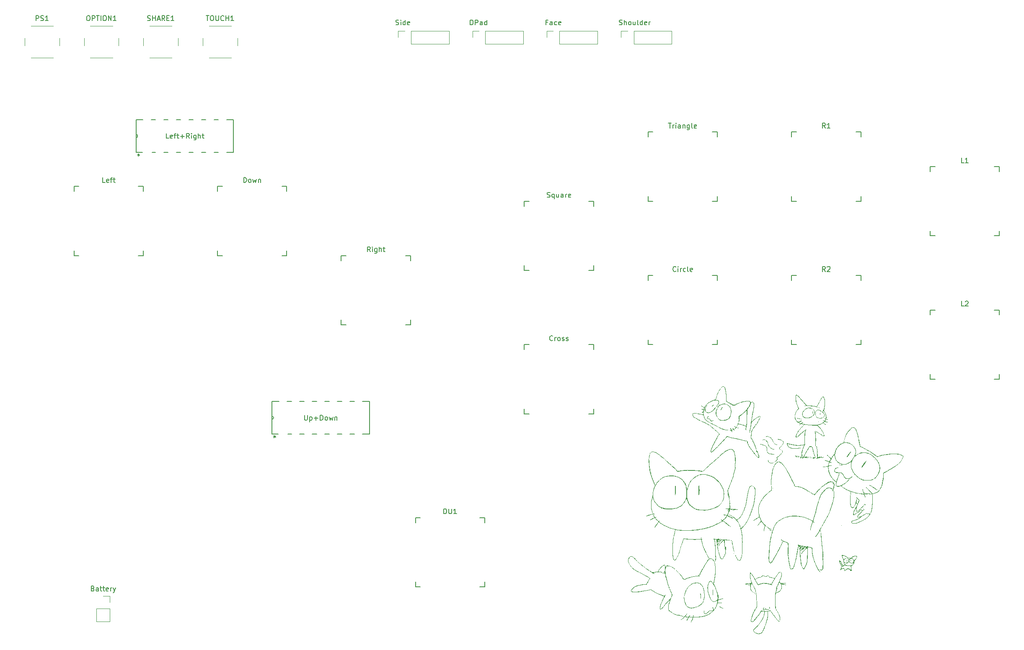
<source format=gbr>
%TF.GenerationSoftware,KiCad,Pcbnew,7.0.2*%
%TF.CreationDate,2023-06-15T01:27:37-07:00*%
%TF.ProjectId,DS5,4453352e-6b69-4636-9164-5f7063625858,rev?*%
%TF.SameCoordinates,Original*%
%TF.FileFunction,Legend,Top*%
%TF.FilePolarity,Positive*%
%FSLAX46Y46*%
G04 Gerber Fmt 4.6, Leading zero omitted, Abs format (unit mm)*
G04 Created by KiCad (PCBNEW 7.0.2) date 2023-06-15 01:27:37*
%MOMM*%
%LPD*%
G01*
G04 APERTURE LIST*
%ADD10C,0.150000*%
%ADD11C,0.120000*%
%ADD12C,0.152400*%
G04 APERTURE END LIST*
D10*
X112298095Y-20322619D02*
X112298095Y-19322619D01*
X112298095Y-19322619D02*
X112536190Y-19322619D01*
X112536190Y-19322619D02*
X112679047Y-19370238D01*
X112679047Y-19370238D02*
X112774285Y-19465476D01*
X112774285Y-19465476D02*
X112821904Y-19560714D01*
X112821904Y-19560714D02*
X112869523Y-19751190D01*
X112869523Y-19751190D02*
X112869523Y-19894047D01*
X112869523Y-19894047D02*
X112821904Y-20084523D01*
X112821904Y-20084523D02*
X112774285Y-20179761D01*
X112774285Y-20179761D02*
X112679047Y-20275000D01*
X112679047Y-20275000D02*
X112536190Y-20322619D01*
X112536190Y-20322619D02*
X112298095Y-20322619D01*
X113298095Y-20322619D02*
X113298095Y-19322619D01*
X113298095Y-19322619D02*
X113679047Y-19322619D01*
X113679047Y-19322619D02*
X113774285Y-19370238D01*
X113774285Y-19370238D02*
X113821904Y-19417857D01*
X113821904Y-19417857D02*
X113869523Y-19513095D01*
X113869523Y-19513095D02*
X113869523Y-19655952D01*
X113869523Y-19655952D02*
X113821904Y-19751190D01*
X113821904Y-19751190D02*
X113774285Y-19798809D01*
X113774285Y-19798809D02*
X113679047Y-19846428D01*
X113679047Y-19846428D02*
X113298095Y-19846428D01*
X114726666Y-20322619D02*
X114726666Y-19798809D01*
X114726666Y-19798809D02*
X114679047Y-19703571D01*
X114679047Y-19703571D02*
X114583809Y-19655952D01*
X114583809Y-19655952D02*
X114393333Y-19655952D01*
X114393333Y-19655952D02*
X114298095Y-19703571D01*
X114726666Y-20275000D02*
X114631428Y-20322619D01*
X114631428Y-20322619D02*
X114393333Y-20322619D01*
X114393333Y-20322619D02*
X114298095Y-20275000D01*
X114298095Y-20275000D02*
X114250476Y-20179761D01*
X114250476Y-20179761D02*
X114250476Y-20084523D01*
X114250476Y-20084523D02*
X114298095Y-19989285D01*
X114298095Y-19989285D02*
X114393333Y-19941666D01*
X114393333Y-19941666D02*
X114631428Y-19941666D01*
X114631428Y-19941666D02*
X114726666Y-19894047D01*
X115631428Y-20322619D02*
X115631428Y-19322619D01*
X115631428Y-20275000D02*
X115536190Y-20322619D01*
X115536190Y-20322619D02*
X115345714Y-20322619D01*
X115345714Y-20322619D02*
X115250476Y-20275000D01*
X115250476Y-20275000D02*
X115202857Y-20227380D01*
X115202857Y-20227380D02*
X115155238Y-20132142D01*
X115155238Y-20132142D02*
X115155238Y-19846428D01*
X115155238Y-19846428D02*
X115202857Y-19751190D01*
X115202857Y-19751190D02*
X115250476Y-19703571D01*
X115250476Y-19703571D02*
X115345714Y-19655952D01*
X115345714Y-19655952D02*
X115536190Y-19655952D01*
X115536190Y-19655952D02*
X115631428Y-19703571D01*
%TO.C,Battery*%
X36028570Y-134328809D02*
X36171427Y-134376428D01*
X36171427Y-134376428D02*
X36219046Y-134424047D01*
X36219046Y-134424047D02*
X36266665Y-134519285D01*
X36266665Y-134519285D02*
X36266665Y-134662142D01*
X36266665Y-134662142D02*
X36219046Y-134757380D01*
X36219046Y-134757380D02*
X36171427Y-134805000D01*
X36171427Y-134805000D02*
X36076189Y-134852619D01*
X36076189Y-134852619D02*
X35695237Y-134852619D01*
X35695237Y-134852619D02*
X35695237Y-133852619D01*
X35695237Y-133852619D02*
X36028570Y-133852619D01*
X36028570Y-133852619D02*
X36123808Y-133900238D01*
X36123808Y-133900238D02*
X36171427Y-133947857D01*
X36171427Y-133947857D02*
X36219046Y-134043095D01*
X36219046Y-134043095D02*
X36219046Y-134138333D01*
X36219046Y-134138333D02*
X36171427Y-134233571D01*
X36171427Y-134233571D02*
X36123808Y-134281190D01*
X36123808Y-134281190D02*
X36028570Y-134328809D01*
X36028570Y-134328809D02*
X35695237Y-134328809D01*
X37123808Y-134852619D02*
X37123808Y-134328809D01*
X37123808Y-134328809D02*
X37076189Y-134233571D01*
X37076189Y-134233571D02*
X36980951Y-134185952D01*
X36980951Y-134185952D02*
X36790475Y-134185952D01*
X36790475Y-134185952D02*
X36695237Y-134233571D01*
X37123808Y-134805000D02*
X37028570Y-134852619D01*
X37028570Y-134852619D02*
X36790475Y-134852619D01*
X36790475Y-134852619D02*
X36695237Y-134805000D01*
X36695237Y-134805000D02*
X36647618Y-134709761D01*
X36647618Y-134709761D02*
X36647618Y-134614523D01*
X36647618Y-134614523D02*
X36695237Y-134519285D01*
X36695237Y-134519285D02*
X36790475Y-134471666D01*
X36790475Y-134471666D02*
X37028570Y-134471666D01*
X37028570Y-134471666D02*
X37123808Y-134424047D01*
X37457142Y-134185952D02*
X37838094Y-134185952D01*
X37599999Y-133852619D02*
X37599999Y-134709761D01*
X37599999Y-134709761D02*
X37647618Y-134805000D01*
X37647618Y-134805000D02*
X37742856Y-134852619D01*
X37742856Y-134852619D02*
X37838094Y-134852619D01*
X38028571Y-134185952D02*
X38409523Y-134185952D01*
X38171428Y-133852619D02*
X38171428Y-134709761D01*
X38171428Y-134709761D02*
X38219047Y-134805000D01*
X38219047Y-134805000D02*
X38314285Y-134852619D01*
X38314285Y-134852619D02*
X38409523Y-134852619D01*
X39123809Y-134805000D02*
X39028571Y-134852619D01*
X39028571Y-134852619D02*
X38838095Y-134852619D01*
X38838095Y-134852619D02*
X38742857Y-134805000D01*
X38742857Y-134805000D02*
X38695238Y-134709761D01*
X38695238Y-134709761D02*
X38695238Y-134328809D01*
X38695238Y-134328809D02*
X38742857Y-134233571D01*
X38742857Y-134233571D02*
X38838095Y-134185952D01*
X38838095Y-134185952D02*
X39028571Y-134185952D01*
X39028571Y-134185952D02*
X39123809Y-134233571D01*
X39123809Y-134233571D02*
X39171428Y-134328809D01*
X39171428Y-134328809D02*
X39171428Y-134424047D01*
X39171428Y-134424047D02*
X38695238Y-134519285D01*
X39600000Y-134852619D02*
X39600000Y-134185952D01*
X39600000Y-134376428D02*
X39647619Y-134281190D01*
X39647619Y-134281190D02*
X39695238Y-134233571D01*
X39695238Y-134233571D02*
X39790476Y-134185952D01*
X39790476Y-134185952D02*
X39885714Y-134185952D01*
X40123810Y-134185952D02*
X40361905Y-134852619D01*
X40600000Y-134185952D02*
X40361905Y-134852619D01*
X40361905Y-134852619D02*
X40266667Y-135090714D01*
X40266667Y-135090714D02*
X40219048Y-135138333D01*
X40219048Y-135138333D02*
X40123810Y-135185952D01*
%TO.C,Left+Right*%
X51381904Y-43272619D02*
X50905714Y-43272619D01*
X50905714Y-43272619D02*
X50905714Y-42272619D01*
X52096190Y-43225000D02*
X52000952Y-43272619D01*
X52000952Y-43272619D02*
X51810476Y-43272619D01*
X51810476Y-43272619D02*
X51715238Y-43225000D01*
X51715238Y-43225000D02*
X51667619Y-43129761D01*
X51667619Y-43129761D02*
X51667619Y-42748809D01*
X51667619Y-42748809D02*
X51715238Y-42653571D01*
X51715238Y-42653571D02*
X51810476Y-42605952D01*
X51810476Y-42605952D02*
X52000952Y-42605952D01*
X52000952Y-42605952D02*
X52096190Y-42653571D01*
X52096190Y-42653571D02*
X52143809Y-42748809D01*
X52143809Y-42748809D02*
X52143809Y-42844047D01*
X52143809Y-42844047D02*
X51667619Y-42939285D01*
X52429524Y-42605952D02*
X52810476Y-42605952D01*
X52572381Y-43272619D02*
X52572381Y-42415476D01*
X52572381Y-42415476D02*
X52620000Y-42320238D01*
X52620000Y-42320238D02*
X52715238Y-42272619D01*
X52715238Y-42272619D02*
X52810476Y-42272619D01*
X53000953Y-42605952D02*
X53381905Y-42605952D01*
X53143810Y-42272619D02*
X53143810Y-43129761D01*
X53143810Y-43129761D02*
X53191429Y-43225000D01*
X53191429Y-43225000D02*
X53286667Y-43272619D01*
X53286667Y-43272619D02*
X53381905Y-43272619D01*
X53715239Y-42891666D02*
X54477144Y-42891666D01*
X54096191Y-43272619D02*
X54096191Y-42510714D01*
X55524762Y-43272619D02*
X55191429Y-42796428D01*
X54953334Y-43272619D02*
X54953334Y-42272619D01*
X54953334Y-42272619D02*
X55334286Y-42272619D01*
X55334286Y-42272619D02*
X55429524Y-42320238D01*
X55429524Y-42320238D02*
X55477143Y-42367857D01*
X55477143Y-42367857D02*
X55524762Y-42463095D01*
X55524762Y-42463095D02*
X55524762Y-42605952D01*
X55524762Y-42605952D02*
X55477143Y-42701190D01*
X55477143Y-42701190D02*
X55429524Y-42748809D01*
X55429524Y-42748809D02*
X55334286Y-42796428D01*
X55334286Y-42796428D02*
X54953334Y-42796428D01*
X55953334Y-43272619D02*
X55953334Y-42605952D01*
X55953334Y-42272619D02*
X55905715Y-42320238D01*
X55905715Y-42320238D02*
X55953334Y-42367857D01*
X55953334Y-42367857D02*
X56000953Y-42320238D01*
X56000953Y-42320238D02*
X55953334Y-42272619D01*
X55953334Y-42272619D02*
X55953334Y-42367857D01*
X56858095Y-42605952D02*
X56858095Y-43415476D01*
X56858095Y-43415476D02*
X56810476Y-43510714D01*
X56810476Y-43510714D02*
X56762857Y-43558333D01*
X56762857Y-43558333D02*
X56667619Y-43605952D01*
X56667619Y-43605952D02*
X56524762Y-43605952D01*
X56524762Y-43605952D02*
X56429524Y-43558333D01*
X56858095Y-43225000D02*
X56762857Y-43272619D01*
X56762857Y-43272619D02*
X56572381Y-43272619D01*
X56572381Y-43272619D02*
X56477143Y-43225000D01*
X56477143Y-43225000D02*
X56429524Y-43177380D01*
X56429524Y-43177380D02*
X56381905Y-43082142D01*
X56381905Y-43082142D02*
X56381905Y-42796428D01*
X56381905Y-42796428D02*
X56429524Y-42701190D01*
X56429524Y-42701190D02*
X56477143Y-42653571D01*
X56477143Y-42653571D02*
X56572381Y-42605952D01*
X56572381Y-42605952D02*
X56762857Y-42605952D01*
X56762857Y-42605952D02*
X56858095Y-42653571D01*
X57334286Y-43272619D02*
X57334286Y-42272619D01*
X57762857Y-43272619D02*
X57762857Y-42748809D01*
X57762857Y-42748809D02*
X57715238Y-42653571D01*
X57715238Y-42653571D02*
X57620000Y-42605952D01*
X57620000Y-42605952D02*
X57477143Y-42605952D01*
X57477143Y-42605952D02*
X57381905Y-42653571D01*
X57381905Y-42653571D02*
X57334286Y-42701190D01*
X58096191Y-42605952D02*
X58477143Y-42605952D01*
X58239048Y-42272619D02*
X58239048Y-43129761D01*
X58239048Y-43129761D02*
X58286667Y-43225000D01*
X58286667Y-43225000D02*
X58381905Y-43272619D01*
X58381905Y-43272619D02*
X58477143Y-43272619D01*
X45052919Y-46619999D02*
X45291014Y-46619999D01*
X45195776Y-46858094D02*
X45291014Y-46619999D01*
X45291014Y-46619999D02*
X45195776Y-46381904D01*
X45481490Y-46762856D02*
X45291014Y-46619999D01*
X45291014Y-46619999D02*
X45481490Y-46477142D01*
X45052919Y-46619999D02*
X45291014Y-46619999D01*
X45195776Y-46858094D02*
X45291014Y-46619999D01*
X45291014Y-46619999D02*
X45195776Y-46381904D01*
X45481490Y-46762856D02*
X45291014Y-46619999D01*
X45291014Y-46619999D02*
X45481490Y-46477142D01*
%TO.C,Shoulder*%
X142404761Y-20275000D02*
X142547618Y-20322619D01*
X142547618Y-20322619D02*
X142785713Y-20322619D01*
X142785713Y-20322619D02*
X142880951Y-20275000D01*
X142880951Y-20275000D02*
X142928570Y-20227380D01*
X142928570Y-20227380D02*
X142976189Y-20132142D01*
X142976189Y-20132142D02*
X142976189Y-20036904D01*
X142976189Y-20036904D02*
X142928570Y-19941666D01*
X142928570Y-19941666D02*
X142880951Y-19894047D01*
X142880951Y-19894047D02*
X142785713Y-19846428D01*
X142785713Y-19846428D02*
X142595237Y-19798809D01*
X142595237Y-19798809D02*
X142499999Y-19751190D01*
X142499999Y-19751190D02*
X142452380Y-19703571D01*
X142452380Y-19703571D02*
X142404761Y-19608333D01*
X142404761Y-19608333D02*
X142404761Y-19513095D01*
X142404761Y-19513095D02*
X142452380Y-19417857D01*
X142452380Y-19417857D02*
X142499999Y-19370238D01*
X142499999Y-19370238D02*
X142595237Y-19322619D01*
X142595237Y-19322619D02*
X142833332Y-19322619D01*
X142833332Y-19322619D02*
X142976189Y-19370238D01*
X143404761Y-20322619D02*
X143404761Y-19322619D01*
X143833332Y-20322619D02*
X143833332Y-19798809D01*
X143833332Y-19798809D02*
X143785713Y-19703571D01*
X143785713Y-19703571D02*
X143690475Y-19655952D01*
X143690475Y-19655952D02*
X143547618Y-19655952D01*
X143547618Y-19655952D02*
X143452380Y-19703571D01*
X143452380Y-19703571D02*
X143404761Y-19751190D01*
X144452380Y-20322619D02*
X144357142Y-20275000D01*
X144357142Y-20275000D02*
X144309523Y-20227380D01*
X144309523Y-20227380D02*
X144261904Y-20132142D01*
X144261904Y-20132142D02*
X144261904Y-19846428D01*
X144261904Y-19846428D02*
X144309523Y-19751190D01*
X144309523Y-19751190D02*
X144357142Y-19703571D01*
X144357142Y-19703571D02*
X144452380Y-19655952D01*
X144452380Y-19655952D02*
X144595237Y-19655952D01*
X144595237Y-19655952D02*
X144690475Y-19703571D01*
X144690475Y-19703571D02*
X144738094Y-19751190D01*
X144738094Y-19751190D02*
X144785713Y-19846428D01*
X144785713Y-19846428D02*
X144785713Y-20132142D01*
X144785713Y-20132142D02*
X144738094Y-20227380D01*
X144738094Y-20227380D02*
X144690475Y-20275000D01*
X144690475Y-20275000D02*
X144595237Y-20322619D01*
X144595237Y-20322619D02*
X144452380Y-20322619D01*
X145642856Y-19655952D02*
X145642856Y-20322619D01*
X145214285Y-19655952D02*
X145214285Y-20179761D01*
X145214285Y-20179761D02*
X145261904Y-20275000D01*
X145261904Y-20275000D02*
X145357142Y-20322619D01*
X145357142Y-20322619D02*
X145499999Y-20322619D01*
X145499999Y-20322619D02*
X145595237Y-20275000D01*
X145595237Y-20275000D02*
X145642856Y-20227380D01*
X146261904Y-20322619D02*
X146166666Y-20275000D01*
X146166666Y-20275000D02*
X146119047Y-20179761D01*
X146119047Y-20179761D02*
X146119047Y-19322619D01*
X147071428Y-20322619D02*
X147071428Y-19322619D01*
X147071428Y-20275000D02*
X146976190Y-20322619D01*
X146976190Y-20322619D02*
X146785714Y-20322619D01*
X146785714Y-20322619D02*
X146690476Y-20275000D01*
X146690476Y-20275000D02*
X146642857Y-20227380D01*
X146642857Y-20227380D02*
X146595238Y-20132142D01*
X146595238Y-20132142D02*
X146595238Y-19846428D01*
X146595238Y-19846428D02*
X146642857Y-19751190D01*
X146642857Y-19751190D02*
X146690476Y-19703571D01*
X146690476Y-19703571D02*
X146785714Y-19655952D01*
X146785714Y-19655952D02*
X146976190Y-19655952D01*
X146976190Y-19655952D02*
X147071428Y-19703571D01*
X147928571Y-20275000D02*
X147833333Y-20322619D01*
X147833333Y-20322619D02*
X147642857Y-20322619D01*
X147642857Y-20322619D02*
X147547619Y-20275000D01*
X147547619Y-20275000D02*
X147500000Y-20179761D01*
X147500000Y-20179761D02*
X147500000Y-19798809D01*
X147500000Y-19798809D02*
X147547619Y-19703571D01*
X147547619Y-19703571D02*
X147642857Y-19655952D01*
X147642857Y-19655952D02*
X147833333Y-19655952D01*
X147833333Y-19655952D02*
X147928571Y-19703571D01*
X147928571Y-19703571D02*
X147976190Y-19798809D01*
X147976190Y-19798809D02*
X147976190Y-19894047D01*
X147976190Y-19894047D02*
X147500000Y-19989285D01*
X148404762Y-20322619D02*
X148404762Y-19655952D01*
X148404762Y-19846428D02*
X148452381Y-19751190D01*
X148452381Y-19751190D02*
X148500000Y-19703571D01*
X148500000Y-19703571D02*
X148595238Y-19655952D01*
X148595238Y-19655952D02*
X148690476Y-19655952D01*
%TO.C,Right*%
X92090952Y-66207619D02*
X91757619Y-65731428D01*
X91519524Y-66207619D02*
X91519524Y-65207619D01*
X91519524Y-65207619D02*
X91900476Y-65207619D01*
X91900476Y-65207619D02*
X91995714Y-65255238D01*
X91995714Y-65255238D02*
X92043333Y-65302857D01*
X92043333Y-65302857D02*
X92090952Y-65398095D01*
X92090952Y-65398095D02*
X92090952Y-65540952D01*
X92090952Y-65540952D02*
X92043333Y-65636190D01*
X92043333Y-65636190D02*
X91995714Y-65683809D01*
X91995714Y-65683809D02*
X91900476Y-65731428D01*
X91900476Y-65731428D02*
X91519524Y-65731428D01*
X92519524Y-66207619D02*
X92519524Y-65540952D01*
X92519524Y-65207619D02*
X92471905Y-65255238D01*
X92471905Y-65255238D02*
X92519524Y-65302857D01*
X92519524Y-65302857D02*
X92567143Y-65255238D01*
X92567143Y-65255238D02*
X92519524Y-65207619D01*
X92519524Y-65207619D02*
X92519524Y-65302857D01*
X93424285Y-65540952D02*
X93424285Y-66350476D01*
X93424285Y-66350476D02*
X93376666Y-66445714D01*
X93376666Y-66445714D02*
X93329047Y-66493333D01*
X93329047Y-66493333D02*
X93233809Y-66540952D01*
X93233809Y-66540952D02*
X93090952Y-66540952D01*
X93090952Y-66540952D02*
X92995714Y-66493333D01*
X93424285Y-66160000D02*
X93329047Y-66207619D01*
X93329047Y-66207619D02*
X93138571Y-66207619D01*
X93138571Y-66207619D02*
X93043333Y-66160000D01*
X93043333Y-66160000D02*
X92995714Y-66112380D01*
X92995714Y-66112380D02*
X92948095Y-66017142D01*
X92948095Y-66017142D02*
X92948095Y-65731428D01*
X92948095Y-65731428D02*
X92995714Y-65636190D01*
X92995714Y-65636190D02*
X93043333Y-65588571D01*
X93043333Y-65588571D02*
X93138571Y-65540952D01*
X93138571Y-65540952D02*
X93329047Y-65540952D01*
X93329047Y-65540952D02*
X93424285Y-65588571D01*
X93900476Y-66207619D02*
X93900476Y-65207619D01*
X94329047Y-66207619D02*
X94329047Y-65683809D01*
X94329047Y-65683809D02*
X94281428Y-65588571D01*
X94281428Y-65588571D02*
X94186190Y-65540952D01*
X94186190Y-65540952D02*
X94043333Y-65540952D01*
X94043333Y-65540952D02*
X93948095Y-65588571D01*
X93948095Y-65588571D02*
X93900476Y-65636190D01*
X94662381Y-65540952D02*
X95043333Y-65540952D01*
X94805238Y-65207619D02*
X94805238Y-66064761D01*
X94805238Y-66064761D02*
X94852857Y-66160000D01*
X94852857Y-66160000D02*
X94948095Y-66207619D01*
X94948095Y-66207619D02*
X95043333Y-66207619D01*
%TO.C,L1*%
X212043333Y-48207619D02*
X211567143Y-48207619D01*
X211567143Y-48207619D02*
X211567143Y-47207619D01*
X212900476Y-48207619D02*
X212329048Y-48207619D01*
X212614762Y-48207619D02*
X212614762Y-47207619D01*
X212614762Y-47207619D02*
X212519524Y-47350476D01*
X212519524Y-47350476D02*
X212424286Y-47445714D01*
X212424286Y-47445714D02*
X212329048Y-47493333D01*
%TO.C,Cross*%
X128948094Y-84112380D02*
X128900475Y-84160000D01*
X128900475Y-84160000D02*
X128757618Y-84207619D01*
X128757618Y-84207619D02*
X128662380Y-84207619D01*
X128662380Y-84207619D02*
X128519523Y-84160000D01*
X128519523Y-84160000D02*
X128424285Y-84064761D01*
X128424285Y-84064761D02*
X128376666Y-83969523D01*
X128376666Y-83969523D02*
X128329047Y-83779047D01*
X128329047Y-83779047D02*
X128329047Y-83636190D01*
X128329047Y-83636190D02*
X128376666Y-83445714D01*
X128376666Y-83445714D02*
X128424285Y-83350476D01*
X128424285Y-83350476D02*
X128519523Y-83255238D01*
X128519523Y-83255238D02*
X128662380Y-83207619D01*
X128662380Y-83207619D02*
X128757618Y-83207619D01*
X128757618Y-83207619D02*
X128900475Y-83255238D01*
X128900475Y-83255238D02*
X128948094Y-83302857D01*
X129376666Y-84207619D02*
X129376666Y-83540952D01*
X129376666Y-83731428D02*
X129424285Y-83636190D01*
X129424285Y-83636190D02*
X129471904Y-83588571D01*
X129471904Y-83588571D02*
X129567142Y-83540952D01*
X129567142Y-83540952D02*
X129662380Y-83540952D01*
X130138571Y-84207619D02*
X130043333Y-84160000D01*
X130043333Y-84160000D02*
X129995714Y-84112380D01*
X129995714Y-84112380D02*
X129948095Y-84017142D01*
X129948095Y-84017142D02*
X129948095Y-83731428D01*
X129948095Y-83731428D02*
X129995714Y-83636190D01*
X129995714Y-83636190D02*
X130043333Y-83588571D01*
X130043333Y-83588571D02*
X130138571Y-83540952D01*
X130138571Y-83540952D02*
X130281428Y-83540952D01*
X130281428Y-83540952D02*
X130376666Y-83588571D01*
X130376666Y-83588571D02*
X130424285Y-83636190D01*
X130424285Y-83636190D02*
X130471904Y-83731428D01*
X130471904Y-83731428D02*
X130471904Y-84017142D01*
X130471904Y-84017142D02*
X130424285Y-84112380D01*
X130424285Y-84112380D02*
X130376666Y-84160000D01*
X130376666Y-84160000D02*
X130281428Y-84207619D01*
X130281428Y-84207619D02*
X130138571Y-84207619D01*
X130852857Y-84160000D02*
X130948095Y-84207619D01*
X130948095Y-84207619D02*
X131138571Y-84207619D01*
X131138571Y-84207619D02*
X131233809Y-84160000D01*
X131233809Y-84160000D02*
X131281428Y-84064761D01*
X131281428Y-84064761D02*
X131281428Y-84017142D01*
X131281428Y-84017142D02*
X131233809Y-83921904D01*
X131233809Y-83921904D02*
X131138571Y-83874285D01*
X131138571Y-83874285D02*
X130995714Y-83874285D01*
X130995714Y-83874285D02*
X130900476Y-83826666D01*
X130900476Y-83826666D02*
X130852857Y-83731428D01*
X130852857Y-83731428D02*
X130852857Y-83683809D01*
X130852857Y-83683809D02*
X130900476Y-83588571D01*
X130900476Y-83588571D02*
X130995714Y-83540952D01*
X130995714Y-83540952D02*
X131138571Y-83540952D01*
X131138571Y-83540952D02*
X131233809Y-83588571D01*
X131662381Y-84160000D02*
X131757619Y-84207619D01*
X131757619Y-84207619D02*
X131948095Y-84207619D01*
X131948095Y-84207619D02*
X132043333Y-84160000D01*
X132043333Y-84160000D02*
X132090952Y-84064761D01*
X132090952Y-84064761D02*
X132090952Y-84017142D01*
X132090952Y-84017142D02*
X132043333Y-83921904D01*
X132043333Y-83921904D02*
X131948095Y-83874285D01*
X131948095Y-83874285D02*
X131805238Y-83874285D01*
X131805238Y-83874285D02*
X131710000Y-83826666D01*
X131710000Y-83826666D02*
X131662381Y-83731428D01*
X131662381Y-83731428D02*
X131662381Y-83683809D01*
X131662381Y-83683809D02*
X131710000Y-83588571D01*
X131710000Y-83588571D02*
X131805238Y-83540952D01*
X131805238Y-83540952D02*
X131948095Y-83540952D01*
X131948095Y-83540952D02*
X132043333Y-83588571D01*
%TO.C,Up+Down*%
X78794286Y-99272619D02*
X78794286Y-100082142D01*
X78794286Y-100082142D02*
X78841905Y-100177380D01*
X78841905Y-100177380D02*
X78889524Y-100225000D01*
X78889524Y-100225000D02*
X78984762Y-100272619D01*
X78984762Y-100272619D02*
X79175238Y-100272619D01*
X79175238Y-100272619D02*
X79270476Y-100225000D01*
X79270476Y-100225000D02*
X79318095Y-100177380D01*
X79318095Y-100177380D02*
X79365714Y-100082142D01*
X79365714Y-100082142D02*
X79365714Y-99272619D01*
X79841905Y-99605952D02*
X79841905Y-100605952D01*
X79841905Y-99653571D02*
X79937143Y-99605952D01*
X79937143Y-99605952D02*
X80127619Y-99605952D01*
X80127619Y-99605952D02*
X80222857Y-99653571D01*
X80222857Y-99653571D02*
X80270476Y-99701190D01*
X80270476Y-99701190D02*
X80318095Y-99796428D01*
X80318095Y-99796428D02*
X80318095Y-100082142D01*
X80318095Y-100082142D02*
X80270476Y-100177380D01*
X80270476Y-100177380D02*
X80222857Y-100225000D01*
X80222857Y-100225000D02*
X80127619Y-100272619D01*
X80127619Y-100272619D02*
X79937143Y-100272619D01*
X79937143Y-100272619D02*
X79841905Y-100225000D01*
X80746667Y-99891666D02*
X81508572Y-99891666D01*
X81127619Y-100272619D02*
X81127619Y-99510714D01*
X81984762Y-100272619D02*
X81984762Y-99272619D01*
X81984762Y-99272619D02*
X82222857Y-99272619D01*
X82222857Y-99272619D02*
X82365714Y-99320238D01*
X82365714Y-99320238D02*
X82460952Y-99415476D01*
X82460952Y-99415476D02*
X82508571Y-99510714D01*
X82508571Y-99510714D02*
X82556190Y-99701190D01*
X82556190Y-99701190D02*
X82556190Y-99844047D01*
X82556190Y-99844047D02*
X82508571Y-100034523D01*
X82508571Y-100034523D02*
X82460952Y-100129761D01*
X82460952Y-100129761D02*
X82365714Y-100225000D01*
X82365714Y-100225000D02*
X82222857Y-100272619D01*
X82222857Y-100272619D02*
X81984762Y-100272619D01*
X83127619Y-100272619D02*
X83032381Y-100225000D01*
X83032381Y-100225000D02*
X82984762Y-100177380D01*
X82984762Y-100177380D02*
X82937143Y-100082142D01*
X82937143Y-100082142D02*
X82937143Y-99796428D01*
X82937143Y-99796428D02*
X82984762Y-99701190D01*
X82984762Y-99701190D02*
X83032381Y-99653571D01*
X83032381Y-99653571D02*
X83127619Y-99605952D01*
X83127619Y-99605952D02*
X83270476Y-99605952D01*
X83270476Y-99605952D02*
X83365714Y-99653571D01*
X83365714Y-99653571D02*
X83413333Y-99701190D01*
X83413333Y-99701190D02*
X83460952Y-99796428D01*
X83460952Y-99796428D02*
X83460952Y-100082142D01*
X83460952Y-100082142D02*
X83413333Y-100177380D01*
X83413333Y-100177380D02*
X83365714Y-100225000D01*
X83365714Y-100225000D02*
X83270476Y-100272619D01*
X83270476Y-100272619D02*
X83127619Y-100272619D01*
X83794286Y-99605952D02*
X83984762Y-100272619D01*
X83984762Y-100272619D02*
X84175238Y-99796428D01*
X84175238Y-99796428D02*
X84365714Y-100272619D01*
X84365714Y-100272619D02*
X84556190Y-99605952D01*
X84937143Y-99605952D02*
X84937143Y-100272619D01*
X84937143Y-99701190D02*
X84984762Y-99653571D01*
X84984762Y-99653571D02*
X85080000Y-99605952D01*
X85080000Y-99605952D02*
X85222857Y-99605952D01*
X85222857Y-99605952D02*
X85318095Y-99653571D01*
X85318095Y-99653571D02*
X85365714Y-99748809D01*
X85365714Y-99748809D02*
X85365714Y-100272619D01*
X72512919Y-103619999D02*
X72751014Y-103619999D01*
X72655776Y-103858094D02*
X72751014Y-103619999D01*
X72751014Y-103619999D02*
X72655776Y-103381904D01*
X72941490Y-103762856D02*
X72751014Y-103619999D01*
X72751014Y-103619999D02*
X72941490Y-103477142D01*
X72512919Y-103619999D02*
X72751014Y-103619999D01*
X72655776Y-103858094D02*
X72751014Y-103619999D01*
X72751014Y-103619999D02*
X72655776Y-103381904D01*
X72941490Y-103762856D02*
X72751014Y-103619999D01*
X72751014Y-103619999D02*
X72941490Y-103477142D01*
%TO.C,SHARE1*%
X47083333Y-19415000D02*
X47226190Y-19462619D01*
X47226190Y-19462619D02*
X47464285Y-19462619D01*
X47464285Y-19462619D02*
X47559523Y-19415000D01*
X47559523Y-19415000D02*
X47607142Y-19367380D01*
X47607142Y-19367380D02*
X47654761Y-19272142D01*
X47654761Y-19272142D02*
X47654761Y-19176904D01*
X47654761Y-19176904D02*
X47607142Y-19081666D01*
X47607142Y-19081666D02*
X47559523Y-19034047D01*
X47559523Y-19034047D02*
X47464285Y-18986428D01*
X47464285Y-18986428D02*
X47273809Y-18938809D01*
X47273809Y-18938809D02*
X47178571Y-18891190D01*
X47178571Y-18891190D02*
X47130952Y-18843571D01*
X47130952Y-18843571D02*
X47083333Y-18748333D01*
X47083333Y-18748333D02*
X47083333Y-18653095D01*
X47083333Y-18653095D02*
X47130952Y-18557857D01*
X47130952Y-18557857D02*
X47178571Y-18510238D01*
X47178571Y-18510238D02*
X47273809Y-18462619D01*
X47273809Y-18462619D02*
X47511904Y-18462619D01*
X47511904Y-18462619D02*
X47654761Y-18510238D01*
X48083333Y-19462619D02*
X48083333Y-18462619D01*
X48083333Y-18938809D02*
X48654761Y-18938809D01*
X48654761Y-19462619D02*
X48654761Y-18462619D01*
X49083333Y-19176904D02*
X49559523Y-19176904D01*
X48988095Y-19462619D02*
X49321428Y-18462619D01*
X49321428Y-18462619D02*
X49654761Y-19462619D01*
X50559523Y-19462619D02*
X50226190Y-18986428D01*
X49988095Y-19462619D02*
X49988095Y-18462619D01*
X49988095Y-18462619D02*
X50369047Y-18462619D01*
X50369047Y-18462619D02*
X50464285Y-18510238D01*
X50464285Y-18510238D02*
X50511904Y-18557857D01*
X50511904Y-18557857D02*
X50559523Y-18653095D01*
X50559523Y-18653095D02*
X50559523Y-18795952D01*
X50559523Y-18795952D02*
X50511904Y-18891190D01*
X50511904Y-18891190D02*
X50464285Y-18938809D01*
X50464285Y-18938809D02*
X50369047Y-18986428D01*
X50369047Y-18986428D02*
X49988095Y-18986428D01*
X50988095Y-18938809D02*
X51321428Y-18938809D01*
X51464285Y-19462619D02*
X50988095Y-19462619D01*
X50988095Y-19462619D02*
X50988095Y-18462619D01*
X50988095Y-18462619D02*
X51464285Y-18462619D01*
X52416666Y-19462619D02*
X51845238Y-19462619D01*
X52130952Y-19462619D02*
X52130952Y-18462619D01*
X52130952Y-18462619D02*
X52035714Y-18605476D01*
X52035714Y-18605476D02*
X51940476Y-18700714D01*
X51940476Y-18700714D02*
X51845238Y-18748333D01*
%TO.C,L2*%
X212043333Y-77207619D02*
X211567143Y-77207619D01*
X211567143Y-77207619D02*
X211567143Y-76207619D01*
X212329048Y-76302857D02*
X212376667Y-76255238D01*
X212376667Y-76255238D02*
X212471905Y-76207619D01*
X212471905Y-76207619D02*
X212710000Y-76207619D01*
X212710000Y-76207619D02*
X212805238Y-76255238D01*
X212805238Y-76255238D02*
X212852857Y-76302857D01*
X212852857Y-76302857D02*
X212900476Y-76398095D01*
X212900476Y-76398095D02*
X212900476Y-76493333D01*
X212900476Y-76493333D02*
X212852857Y-76636190D01*
X212852857Y-76636190D02*
X212281429Y-77207619D01*
X212281429Y-77207619D02*
X212900476Y-77207619D01*
%TO.C,Left*%
X38519523Y-52207619D02*
X38043333Y-52207619D01*
X38043333Y-52207619D02*
X38043333Y-51207619D01*
X39233809Y-52160000D02*
X39138571Y-52207619D01*
X39138571Y-52207619D02*
X38948095Y-52207619D01*
X38948095Y-52207619D02*
X38852857Y-52160000D01*
X38852857Y-52160000D02*
X38805238Y-52064761D01*
X38805238Y-52064761D02*
X38805238Y-51683809D01*
X38805238Y-51683809D02*
X38852857Y-51588571D01*
X38852857Y-51588571D02*
X38948095Y-51540952D01*
X38948095Y-51540952D02*
X39138571Y-51540952D01*
X39138571Y-51540952D02*
X39233809Y-51588571D01*
X39233809Y-51588571D02*
X39281428Y-51683809D01*
X39281428Y-51683809D02*
X39281428Y-51779047D01*
X39281428Y-51779047D02*
X38805238Y-51874285D01*
X39567143Y-51540952D02*
X39948095Y-51540952D01*
X39710000Y-52207619D02*
X39710000Y-51350476D01*
X39710000Y-51350476D02*
X39757619Y-51255238D01*
X39757619Y-51255238D02*
X39852857Y-51207619D01*
X39852857Y-51207619D02*
X39948095Y-51207619D01*
X40138572Y-51540952D02*
X40519524Y-51540952D01*
X40281429Y-51207619D02*
X40281429Y-52064761D01*
X40281429Y-52064761D02*
X40329048Y-52160000D01*
X40329048Y-52160000D02*
X40424286Y-52207619D01*
X40424286Y-52207619D02*
X40519524Y-52207619D01*
%TO.C,R2*%
X184043333Y-70207619D02*
X183710000Y-69731428D01*
X183471905Y-70207619D02*
X183471905Y-69207619D01*
X183471905Y-69207619D02*
X183852857Y-69207619D01*
X183852857Y-69207619D02*
X183948095Y-69255238D01*
X183948095Y-69255238D02*
X183995714Y-69302857D01*
X183995714Y-69302857D02*
X184043333Y-69398095D01*
X184043333Y-69398095D02*
X184043333Y-69540952D01*
X184043333Y-69540952D02*
X183995714Y-69636190D01*
X183995714Y-69636190D02*
X183948095Y-69683809D01*
X183948095Y-69683809D02*
X183852857Y-69731428D01*
X183852857Y-69731428D02*
X183471905Y-69731428D01*
X184424286Y-69302857D02*
X184471905Y-69255238D01*
X184471905Y-69255238D02*
X184567143Y-69207619D01*
X184567143Y-69207619D02*
X184805238Y-69207619D01*
X184805238Y-69207619D02*
X184900476Y-69255238D01*
X184900476Y-69255238D02*
X184948095Y-69302857D01*
X184948095Y-69302857D02*
X184995714Y-69398095D01*
X184995714Y-69398095D02*
X184995714Y-69493333D01*
X184995714Y-69493333D02*
X184948095Y-69636190D01*
X184948095Y-69636190D02*
X184376667Y-70207619D01*
X184376667Y-70207619D02*
X184995714Y-70207619D01*
%TO.C,TOUCH1*%
X58916667Y-18462619D02*
X59488095Y-18462619D01*
X59202381Y-19462619D02*
X59202381Y-18462619D01*
X60011905Y-18462619D02*
X60202381Y-18462619D01*
X60202381Y-18462619D02*
X60297619Y-18510238D01*
X60297619Y-18510238D02*
X60392857Y-18605476D01*
X60392857Y-18605476D02*
X60440476Y-18795952D01*
X60440476Y-18795952D02*
X60440476Y-19129285D01*
X60440476Y-19129285D02*
X60392857Y-19319761D01*
X60392857Y-19319761D02*
X60297619Y-19415000D01*
X60297619Y-19415000D02*
X60202381Y-19462619D01*
X60202381Y-19462619D02*
X60011905Y-19462619D01*
X60011905Y-19462619D02*
X59916667Y-19415000D01*
X59916667Y-19415000D02*
X59821429Y-19319761D01*
X59821429Y-19319761D02*
X59773810Y-19129285D01*
X59773810Y-19129285D02*
X59773810Y-18795952D01*
X59773810Y-18795952D02*
X59821429Y-18605476D01*
X59821429Y-18605476D02*
X59916667Y-18510238D01*
X59916667Y-18510238D02*
X60011905Y-18462619D01*
X60869048Y-18462619D02*
X60869048Y-19272142D01*
X60869048Y-19272142D02*
X60916667Y-19367380D01*
X60916667Y-19367380D02*
X60964286Y-19415000D01*
X60964286Y-19415000D02*
X61059524Y-19462619D01*
X61059524Y-19462619D02*
X61250000Y-19462619D01*
X61250000Y-19462619D02*
X61345238Y-19415000D01*
X61345238Y-19415000D02*
X61392857Y-19367380D01*
X61392857Y-19367380D02*
X61440476Y-19272142D01*
X61440476Y-19272142D02*
X61440476Y-18462619D01*
X62488095Y-19367380D02*
X62440476Y-19415000D01*
X62440476Y-19415000D02*
X62297619Y-19462619D01*
X62297619Y-19462619D02*
X62202381Y-19462619D01*
X62202381Y-19462619D02*
X62059524Y-19415000D01*
X62059524Y-19415000D02*
X61964286Y-19319761D01*
X61964286Y-19319761D02*
X61916667Y-19224523D01*
X61916667Y-19224523D02*
X61869048Y-19034047D01*
X61869048Y-19034047D02*
X61869048Y-18891190D01*
X61869048Y-18891190D02*
X61916667Y-18700714D01*
X61916667Y-18700714D02*
X61964286Y-18605476D01*
X61964286Y-18605476D02*
X62059524Y-18510238D01*
X62059524Y-18510238D02*
X62202381Y-18462619D01*
X62202381Y-18462619D02*
X62297619Y-18462619D01*
X62297619Y-18462619D02*
X62440476Y-18510238D01*
X62440476Y-18510238D02*
X62488095Y-18557857D01*
X62916667Y-19462619D02*
X62916667Y-18462619D01*
X62916667Y-18938809D02*
X63488095Y-18938809D01*
X63488095Y-19462619D02*
X63488095Y-18462619D01*
X64488095Y-19462619D02*
X63916667Y-19462619D01*
X64202381Y-19462619D02*
X64202381Y-18462619D01*
X64202381Y-18462619D02*
X64107143Y-18605476D01*
X64107143Y-18605476D02*
X64011905Y-18700714D01*
X64011905Y-18700714D02*
X63916667Y-18748333D01*
%TO.C,DU1*%
X106948095Y-119207619D02*
X106948095Y-118207619D01*
X106948095Y-118207619D02*
X107186190Y-118207619D01*
X107186190Y-118207619D02*
X107329047Y-118255238D01*
X107329047Y-118255238D02*
X107424285Y-118350476D01*
X107424285Y-118350476D02*
X107471904Y-118445714D01*
X107471904Y-118445714D02*
X107519523Y-118636190D01*
X107519523Y-118636190D02*
X107519523Y-118779047D01*
X107519523Y-118779047D02*
X107471904Y-118969523D01*
X107471904Y-118969523D02*
X107424285Y-119064761D01*
X107424285Y-119064761D02*
X107329047Y-119160000D01*
X107329047Y-119160000D02*
X107186190Y-119207619D01*
X107186190Y-119207619D02*
X106948095Y-119207619D01*
X107948095Y-118207619D02*
X107948095Y-119017142D01*
X107948095Y-119017142D02*
X107995714Y-119112380D01*
X107995714Y-119112380D02*
X108043333Y-119160000D01*
X108043333Y-119160000D02*
X108138571Y-119207619D01*
X108138571Y-119207619D02*
X108329047Y-119207619D01*
X108329047Y-119207619D02*
X108424285Y-119160000D01*
X108424285Y-119160000D02*
X108471904Y-119112380D01*
X108471904Y-119112380D02*
X108519523Y-119017142D01*
X108519523Y-119017142D02*
X108519523Y-118207619D01*
X109519523Y-119207619D02*
X108948095Y-119207619D01*
X109233809Y-119207619D02*
X109233809Y-118207619D01*
X109233809Y-118207619D02*
X109138571Y-118350476D01*
X109138571Y-118350476D02*
X109043333Y-118445714D01*
X109043333Y-118445714D02*
X108948095Y-118493333D01*
%TO.C,R1*%
X184043333Y-41207619D02*
X183710000Y-40731428D01*
X183471905Y-41207619D02*
X183471905Y-40207619D01*
X183471905Y-40207619D02*
X183852857Y-40207619D01*
X183852857Y-40207619D02*
X183948095Y-40255238D01*
X183948095Y-40255238D02*
X183995714Y-40302857D01*
X183995714Y-40302857D02*
X184043333Y-40398095D01*
X184043333Y-40398095D02*
X184043333Y-40540952D01*
X184043333Y-40540952D02*
X183995714Y-40636190D01*
X183995714Y-40636190D02*
X183948095Y-40683809D01*
X183948095Y-40683809D02*
X183852857Y-40731428D01*
X183852857Y-40731428D02*
X183471905Y-40731428D01*
X184995714Y-41207619D02*
X184424286Y-41207619D01*
X184710000Y-41207619D02*
X184710000Y-40207619D01*
X184710000Y-40207619D02*
X184614762Y-40350476D01*
X184614762Y-40350476D02*
X184519524Y-40445714D01*
X184519524Y-40445714D02*
X184424286Y-40493333D01*
%TO.C,OPTION1*%
X35011905Y-18462619D02*
X35202381Y-18462619D01*
X35202381Y-18462619D02*
X35297619Y-18510238D01*
X35297619Y-18510238D02*
X35392857Y-18605476D01*
X35392857Y-18605476D02*
X35440476Y-18795952D01*
X35440476Y-18795952D02*
X35440476Y-19129285D01*
X35440476Y-19129285D02*
X35392857Y-19319761D01*
X35392857Y-19319761D02*
X35297619Y-19415000D01*
X35297619Y-19415000D02*
X35202381Y-19462619D01*
X35202381Y-19462619D02*
X35011905Y-19462619D01*
X35011905Y-19462619D02*
X34916667Y-19415000D01*
X34916667Y-19415000D02*
X34821429Y-19319761D01*
X34821429Y-19319761D02*
X34773810Y-19129285D01*
X34773810Y-19129285D02*
X34773810Y-18795952D01*
X34773810Y-18795952D02*
X34821429Y-18605476D01*
X34821429Y-18605476D02*
X34916667Y-18510238D01*
X34916667Y-18510238D02*
X35011905Y-18462619D01*
X35869048Y-19462619D02*
X35869048Y-18462619D01*
X35869048Y-18462619D02*
X36250000Y-18462619D01*
X36250000Y-18462619D02*
X36345238Y-18510238D01*
X36345238Y-18510238D02*
X36392857Y-18557857D01*
X36392857Y-18557857D02*
X36440476Y-18653095D01*
X36440476Y-18653095D02*
X36440476Y-18795952D01*
X36440476Y-18795952D02*
X36392857Y-18891190D01*
X36392857Y-18891190D02*
X36345238Y-18938809D01*
X36345238Y-18938809D02*
X36250000Y-18986428D01*
X36250000Y-18986428D02*
X35869048Y-18986428D01*
X36726191Y-18462619D02*
X37297619Y-18462619D01*
X37011905Y-19462619D02*
X37011905Y-18462619D01*
X37630953Y-19462619D02*
X37630953Y-18462619D01*
X38297619Y-18462619D02*
X38488095Y-18462619D01*
X38488095Y-18462619D02*
X38583333Y-18510238D01*
X38583333Y-18510238D02*
X38678571Y-18605476D01*
X38678571Y-18605476D02*
X38726190Y-18795952D01*
X38726190Y-18795952D02*
X38726190Y-19129285D01*
X38726190Y-19129285D02*
X38678571Y-19319761D01*
X38678571Y-19319761D02*
X38583333Y-19415000D01*
X38583333Y-19415000D02*
X38488095Y-19462619D01*
X38488095Y-19462619D02*
X38297619Y-19462619D01*
X38297619Y-19462619D02*
X38202381Y-19415000D01*
X38202381Y-19415000D02*
X38107143Y-19319761D01*
X38107143Y-19319761D02*
X38059524Y-19129285D01*
X38059524Y-19129285D02*
X38059524Y-18795952D01*
X38059524Y-18795952D02*
X38107143Y-18605476D01*
X38107143Y-18605476D02*
X38202381Y-18510238D01*
X38202381Y-18510238D02*
X38297619Y-18462619D01*
X39154762Y-19462619D02*
X39154762Y-18462619D01*
X39154762Y-18462619D02*
X39726190Y-19462619D01*
X39726190Y-19462619D02*
X39726190Y-18462619D01*
X40726190Y-19462619D02*
X40154762Y-19462619D01*
X40440476Y-19462619D02*
X40440476Y-18462619D01*
X40440476Y-18462619D02*
X40345238Y-18605476D01*
X40345238Y-18605476D02*
X40250000Y-18700714D01*
X40250000Y-18700714D02*
X40154762Y-18748333D01*
%TO.C,Square*%
X127829047Y-55160000D02*
X127971904Y-55207619D01*
X127971904Y-55207619D02*
X128209999Y-55207619D01*
X128209999Y-55207619D02*
X128305237Y-55160000D01*
X128305237Y-55160000D02*
X128352856Y-55112380D01*
X128352856Y-55112380D02*
X128400475Y-55017142D01*
X128400475Y-55017142D02*
X128400475Y-54921904D01*
X128400475Y-54921904D02*
X128352856Y-54826666D01*
X128352856Y-54826666D02*
X128305237Y-54779047D01*
X128305237Y-54779047D02*
X128209999Y-54731428D01*
X128209999Y-54731428D02*
X128019523Y-54683809D01*
X128019523Y-54683809D02*
X127924285Y-54636190D01*
X127924285Y-54636190D02*
X127876666Y-54588571D01*
X127876666Y-54588571D02*
X127829047Y-54493333D01*
X127829047Y-54493333D02*
X127829047Y-54398095D01*
X127829047Y-54398095D02*
X127876666Y-54302857D01*
X127876666Y-54302857D02*
X127924285Y-54255238D01*
X127924285Y-54255238D02*
X128019523Y-54207619D01*
X128019523Y-54207619D02*
X128257618Y-54207619D01*
X128257618Y-54207619D02*
X128400475Y-54255238D01*
X129257618Y-54540952D02*
X129257618Y-55540952D01*
X129257618Y-55160000D02*
X129162380Y-55207619D01*
X129162380Y-55207619D02*
X128971904Y-55207619D01*
X128971904Y-55207619D02*
X128876666Y-55160000D01*
X128876666Y-55160000D02*
X128829047Y-55112380D01*
X128829047Y-55112380D02*
X128781428Y-55017142D01*
X128781428Y-55017142D02*
X128781428Y-54731428D01*
X128781428Y-54731428D02*
X128829047Y-54636190D01*
X128829047Y-54636190D02*
X128876666Y-54588571D01*
X128876666Y-54588571D02*
X128971904Y-54540952D01*
X128971904Y-54540952D02*
X129162380Y-54540952D01*
X129162380Y-54540952D02*
X129257618Y-54588571D01*
X130162380Y-54540952D02*
X130162380Y-55207619D01*
X129733809Y-54540952D02*
X129733809Y-55064761D01*
X129733809Y-55064761D02*
X129781428Y-55160000D01*
X129781428Y-55160000D02*
X129876666Y-55207619D01*
X129876666Y-55207619D02*
X130019523Y-55207619D01*
X130019523Y-55207619D02*
X130114761Y-55160000D01*
X130114761Y-55160000D02*
X130162380Y-55112380D01*
X131067142Y-55207619D02*
X131067142Y-54683809D01*
X131067142Y-54683809D02*
X131019523Y-54588571D01*
X131019523Y-54588571D02*
X130924285Y-54540952D01*
X130924285Y-54540952D02*
X130733809Y-54540952D01*
X130733809Y-54540952D02*
X130638571Y-54588571D01*
X131067142Y-55160000D02*
X130971904Y-55207619D01*
X130971904Y-55207619D02*
X130733809Y-55207619D01*
X130733809Y-55207619D02*
X130638571Y-55160000D01*
X130638571Y-55160000D02*
X130590952Y-55064761D01*
X130590952Y-55064761D02*
X130590952Y-54969523D01*
X130590952Y-54969523D02*
X130638571Y-54874285D01*
X130638571Y-54874285D02*
X130733809Y-54826666D01*
X130733809Y-54826666D02*
X130971904Y-54826666D01*
X130971904Y-54826666D02*
X131067142Y-54779047D01*
X131543333Y-55207619D02*
X131543333Y-54540952D01*
X131543333Y-54731428D02*
X131590952Y-54636190D01*
X131590952Y-54636190D02*
X131638571Y-54588571D01*
X131638571Y-54588571D02*
X131733809Y-54540952D01*
X131733809Y-54540952D02*
X131829047Y-54540952D01*
X132543333Y-55160000D02*
X132448095Y-55207619D01*
X132448095Y-55207619D02*
X132257619Y-55207619D01*
X132257619Y-55207619D02*
X132162381Y-55160000D01*
X132162381Y-55160000D02*
X132114762Y-55064761D01*
X132114762Y-55064761D02*
X132114762Y-54683809D01*
X132114762Y-54683809D02*
X132162381Y-54588571D01*
X132162381Y-54588571D02*
X132257619Y-54540952D01*
X132257619Y-54540952D02*
X132448095Y-54540952D01*
X132448095Y-54540952D02*
X132543333Y-54588571D01*
X132543333Y-54588571D02*
X132590952Y-54683809D01*
X132590952Y-54683809D02*
X132590952Y-54779047D01*
X132590952Y-54779047D02*
X132114762Y-54874285D01*
%TO.C,Face*%
X127893333Y-19798809D02*
X127560000Y-19798809D01*
X127560000Y-20322619D02*
X127560000Y-19322619D01*
X127560000Y-19322619D02*
X128036190Y-19322619D01*
X128845714Y-20322619D02*
X128845714Y-19798809D01*
X128845714Y-19798809D02*
X128798095Y-19703571D01*
X128798095Y-19703571D02*
X128702857Y-19655952D01*
X128702857Y-19655952D02*
X128512381Y-19655952D01*
X128512381Y-19655952D02*
X128417143Y-19703571D01*
X128845714Y-20275000D02*
X128750476Y-20322619D01*
X128750476Y-20322619D02*
X128512381Y-20322619D01*
X128512381Y-20322619D02*
X128417143Y-20275000D01*
X128417143Y-20275000D02*
X128369524Y-20179761D01*
X128369524Y-20179761D02*
X128369524Y-20084523D01*
X128369524Y-20084523D02*
X128417143Y-19989285D01*
X128417143Y-19989285D02*
X128512381Y-19941666D01*
X128512381Y-19941666D02*
X128750476Y-19941666D01*
X128750476Y-19941666D02*
X128845714Y-19894047D01*
X129750476Y-20275000D02*
X129655238Y-20322619D01*
X129655238Y-20322619D02*
X129464762Y-20322619D01*
X129464762Y-20322619D02*
X129369524Y-20275000D01*
X129369524Y-20275000D02*
X129321905Y-20227380D01*
X129321905Y-20227380D02*
X129274286Y-20132142D01*
X129274286Y-20132142D02*
X129274286Y-19846428D01*
X129274286Y-19846428D02*
X129321905Y-19751190D01*
X129321905Y-19751190D02*
X129369524Y-19703571D01*
X129369524Y-19703571D02*
X129464762Y-19655952D01*
X129464762Y-19655952D02*
X129655238Y-19655952D01*
X129655238Y-19655952D02*
X129750476Y-19703571D01*
X130560000Y-20275000D02*
X130464762Y-20322619D01*
X130464762Y-20322619D02*
X130274286Y-20322619D01*
X130274286Y-20322619D02*
X130179048Y-20275000D01*
X130179048Y-20275000D02*
X130131429Y-20179761D01*
X130131429Y-20179761D02*
X130131429Y-19798809D01*
X130131429Y-19798809D02*
X130179048Y-19703571D01*
X130179048Y-19703571D02*
X130274286Y-19655952D01*
X130274286Y-19655952D02*
X130464762Y-19655952D01*
X130464762Y-19655952D02*
X130560000Y-19703571D01*
X130560000Y-19703571D02*
X130607619Y-19798809D01*
X130607619Y-19798809D02*
X130607619Y-19894047D01*
X130607619Y-19894047D02*
X130131429Y-19989285D01*
%TO.C,Circle*%
X153852856Y-70112380D02*
X153805237Y-70160000D01*
X153805237Y-70160000D02*
X153662380Y-70207619D01*
X153662380Y-70207619D02*
X153567142Y-70207619D01*
X153567142Y-70207619D02*
X153424285Y-70160000D01*
X153424285Y-70160000D02*
X153329047Y-70064761D01*
X153329047Y-70064761D02*
X153281428Y-69969523D01*
X153281428Y-69969523D02*
X153233809Y-69779047D01*
X153233809Y-69779047D02*
X153233809Y-69636190D01*
X153233809Y-69636190D02*
X153281428Y-69445714D01*
X153281428Y-69445714D02*
X153329047Y-69350476D01*
X153329047Y-69350476D02*
X153424285Y-69255238D01*
X153424285Y-69255238D02*
X153567142Y-69207619D01*
X153567142Y-69207619D02*
X153662380Y-69207619D01*
X153662380Y-69207619D02*
X153805237Y-69255238D01*
X153805237Y-69255238D02*
X153852856Y-69302857D01*
X154281428Y-70207619D02*
X154281428Y-69540952D01*
X154281428Y-69207619D02*
X154233809Y-69255238D01*
X154233809Y-69255238D02*
X154281428Y-69302857D01*
X154281428Y-69302857D02*
X154329047Y-69255238D01*
X154329047Y-69255238D02*
X154281428Y-69207619D01*
X154281428Y-69207619D02*
X154281428Y-69302857D01*
X154757618Y-70207619D02*
X154757618Y-69540952D01*
X154757618Y-69731428D02*
X154805237Y-69636190D01*
X154805237Y-69636190D02*
X154852856Y-69588571D01*
X154852856Y-69588571D02*
X154948094Y-69540952D01*
X154948094Y-69540952D02*
X155043332Y-69540952D01*
X155805237Y-70160000D02*
X155709999Y-70207619D01*
X155709999Y-70207619D02*
X155519523Y-70207619D01*
X155519523Y-70207619D02*
X155424285Y-70160000D01*
X155424285Y-70160000D02*
X155376666Y-70112380D01*
X155376666Y-70112380D02*
X155329047Y-70017142D01*
X155329047Y-70017142D02*
X155329047Y-69731428D01*
X155329047Y-69731428D02*
X155376666Y-69636190D01*
X155376666Y-69636190D02*
X155424285Y-69588571D01*
X155424285Y-69588571D02*
X155519523Y-69540952D01*
X155519523Y-69540952D02*
X155709999Y-69540952D01*
X155709999Y-69540952D02*
X155805237Y-69588571D01*
X156376666Y-70207619D02*
X156281428Y-70160000D01*
X156281428Y-70160000D02*
X156233809Y-70064761D01*
X156233809Y-70064761D02*
X156233809Y-69207619D01*
X157138571Y-70160000D02*
X157043333Y-70207619D01*
X157043333Y-70207619D02*
X156852857Y-70207619D01*
X156852857Y-70207619D02*
X156757619Y-70160000D01*
X156757619Y-70160000D02*
X156710000Y-70064761D01*
X156710000Y-70064761D02*
X156710000Y-69683809D01*
X156710000Y-69683809D02*
X156757619Y-69588571D01*
X156757619Y-69588571D02*
X156852857Y-69540952D01*
X156852857Y-69540952D02*
X157043333Y-69540952D01*
X157043333Y-69540952D02*
X157138571Y-69588571D01*
X157138571Y-69588571D02*
X157186190Y-69683809D01*
X157186190Y-69683809D02*
X157186190Y-69779047D01*
X157186190Y-69779047D02*
X156710000Y-69874285D01*
%TO.C,Down*%
X66519524Y-52207619D02*
X66519524Y-51207619D01*
X66519524Y-51207619D02*
X66757619Y-51207619D01*
X66757619Y-51207619D02*
X66900476Y-51255238D01*
X66900476Y-51255238D02*
X66995714Y-51350476D01*
X66995714Y-51350476D02*
X67043333Y-51445714D01*
X67043333Y-51445714D02*
X67090952Y-51636190D01*
X67090952Y-51636190D02*
X67090952Y-51779047D01*
X67090952Y-51779047D02*
X67043333Y-51969523D01*
X67043333Y-51969523D02*
X66995714Y-52064761D01*
X66995714Y-52064761D02*
X66900476Y-52160000D01*
X66900476Y-52160000D02*
X66757619Y-52207619D01*
X66757619Y-52207619D02*
X66519524Y-52207619D01*
X67662381Y-52207619D02*
X67567143Y-52160000D01*
X67567143Y-52160000D02*
X67519524Y-52112380D01*
X67519524Y-52112380D02*
X67471905Y-52017142D01*
X67471905Y-52017142D02*
X67471905Y-51731428D01*
X67471905Y-51731428D02*
X67519524Y-51636190D01*
X67519524Y-51636190D02*
X67567143Y-51588571D01*
X67567143Y-51588571D02*
X67662381Y-51540952D01*
X67662381Y-51540952D02*
X67805238Y-51540952D01*
X67805238Y-51540952D02*
X67900476Y-51588571D01*
X67900476Y-51588571D02*
X67948095Y-51636190D01*
X67948095Y-51636190D02*
X67995714Y-51731428D01*
X67995714Y-51731428D02*
X67995714Y-52017142D01*
X67995714Y-52017142D02*
X67948095Y-52112380D01*
X67948095Y-52112380D02*
X67900476Y-52160000D01*
X67900476Y-52160000D02*
X67805238Y-52207619D01*
X67805238Y-52207619D02*
X67662381Y-52207619D01*
X68329048Y-51540952D02*
X68519524Y-52207619D01*
X68519524Y-52207619D02*
X68710000Y-51731428D01*
X68710000Y-51731428D02*
X68900476Y-52207619D01*
X68900476Y-52207619D02*
X69090952Y-51540952D01*
X69471905Y-51540952D02*
X69471905Y-52207619D01*
X69471905Y-51636190D02*
X69519524Y-51588571D01*
X69519524Y-51588571D02*
X69614762Y-51540952D01*
X69614762Y-51540952D02*
X69757619Y-51540952D01*
X69757619Y-51540952D02*
X69852857Y-51588571D01*
X69852857Y-51588571D02*
X69900476Y-51683809D01*
X69900476Y-51683809D02*
X69900476Y-52207619D01*
%TO.C,Triangle*%
X152329047Y-40207619D02*
X152900475Y-40207619D01*
X152614761Y-41207619D02*
X152614761Y-40207619D01*
X153233809Y-41207619D02*
X153233809Y-40540952D01*
X153233809Y-40731428D02*
X153281428Y-40636190D01*
X153281428Y-40636190D02*
X153329047Y-40588571D01*
X153329047Y-40588571D02*
X153424285Y-40540952D01*
X153424285Y-40540952D02*
X153519523Y-40540952D01*
X153852857Y-41207619D02*
X153852857Y-40540952D01*
X153852857Y-40207619D02*
X153805238Y-40255238D01*
X153805238Y-40255238D02*
X153852857Y-40302857D01*
X153852857Y-40302857D02*
X153900476Y-40255238D01*
X153900476Y-40255238D02*
X153852857Y-40207619D01*
X153852857Y-40207619D02*
X153852857Y-40302857D01*
X154757618Y-41207619D02*
X154757618Y-40683809D01*
X154757618Y-40683809D02*
X154709999Y-40588571D01*
X154709999Y-40588571D02*
X154614761Y-40540952D01*
X154614761Y-40540952D02*
X154424285Y-40540952D01*
X154424285Y-40540952D02*
X154329047Y-40588571D01*
X154757618Y-41160000D02*
X154662380Y-41207619D01*
X154662380Y-41207619D02*
X154424285Y-41207619D01*
X154424285Y-41207619D02*
X154329047Y-41160000D01*
X154329047Y-41160000D02*
X154281428Y-41064761D01*
X154281428Y-41064761D02*
X154281428Y-40969523D01*
X154281428Y-40969523D02*
X154329047Y-40874285D01*
X154329047Y-40874285D02*
X154424285Y-40826666D01*
X154424285Y-40826666D02*
X154662380Y-40826666D01*
X154662380Y-40826666D02*
X154757618Y-40779047D01*
X155233809Y-40540952D02*
X155233809Y-41207619D01*
X155233809Y-40636190D02*
X155281428Y-40588571D01*
X155281428Y-40588571D02*
X155376666Y-40540952D01*
X155376666Y-40540952D02*
X155519523Y-40540952D01*
X155519523Y-40540952D02*
X155614761Y-40588571D01*
X155614761Y-40588571D02*
X155662380Y-40683809D01*
X155662380Y-40683809D02*
X155662380Y-41207619D01*
X156567142Y-40540952D02*
X156567142Y-41350476D01*
X156567142Y-41350476D02*
X156519523Y-41445714D01*
X156519523Y-41445714D02*
X156471904Y-41493333D01*
X156471904Y-41493333D02*
X156376666Y-41540952D01*
X156376666Y-41540952D02*
X156233809Y-41540952D01*
X156233809Y-41540952D02*
X156138571Y-41493333D01*
X156567142Y-41160000D02*
X156471904Y-41207619D01*
X156471904Y-41207619D02*
X156281428Y-41207619D01*
X156281428Y-41207619D02*
X156186190Y-41160000D01*
X156186190Y-41160000D02*
X156138571Y-41112380D01*
X156138571Y-41112380D02*
X156090952Y-41017142D01*
X156090952Y-41017142D02*
X156090952Y-40731428D01*
X156090952Y-40731428D02*
X156138571Y-40636190D01*
X156138571Y-40636190D02*
X156186190Y-40588571D01*
X156186190Y-40588571D02*
X156281428Y-40540952D01*
X156281428Y-40540952D02*
X156471904Y-40540952D01*
X156471904Y-40540952D02*
X156567142Y-40588571D01*
X157186190Y-41207619D02*
X157090952Y-41160000D01*
X157090952Y-41160000D02*
X157043333Y-41064761D01*
X157043333Y-41064761D02*
X157043333Y-40207619D01*
X157948095Y-41160000D02*
X157852857Y-41207619D01*
X157852857Y-41207619D02*
X157662381Y-41207619D01*
X157662381Y-41207619D02*
X157567143Y-41160000D01*
X157567143Y-41160000D02*
X157519524Y-41064761D01*
X157519524Y-41064761D02*
X157519524Y-40683809D01*
X157519524Y-40683809D02*
X157567143Y-40588571D01*
X157567143Y-40588571D02*
X157662381Y-40540952D01*
X157662381Y-40540952D02*
X157852857Y-40540952D01*
X157852857Y-40540952D02*
X157948095Y-40588571D01*
X157948095Y-40588571D02*
X157995714Y-40683809D01*
X157995714Y-40683809D02*
X157995714Y-40779047D01*
X157995714Y-40779047D02*
X157519524Y-40874285D01*
%TO.C,PS1*%
X24535714Y-19462619D02*
X24535714Y-18462619D01*
X24535714Y-18462619D02*
X24916666Y-18462619D01*
X24916666Y-18462619D02*
X25011904Y-18510238D01*
X25011904Y-18510238D02*
X25059523Y-18557857D01*
X25059523Y-18557857D02*
X25107142Y-18653095D01*
X25107142Y-18653095D02*
X25107142Y-18795952D01*
X25107142Y-18795952D02*
X25059523Y-18891190D01*
X25059523Y-18891190D02*
X25011904Y-18938809D01*
X25011904Y-18938809D02*
X24916666Y-18986428D01*
X24916666Y-18986428D02*
X24535714Y-18986428D01*
X25488095Y-19415000D02*
X25630952Y-19462619D01*
X25630952Y-19462619D02*
X25869047Y-19462619D01*
X25869047Y-19462619D02*
X25964285Y-19415000D01*
X25964285Y-19415000D02*
X26011904Y-19367380D01*
X26011904Y-19367380D02*
X26059523Y-19272142D01*
X26059523Y-19272142D02*
X26059523Y-19176904D01*
X26059523Y-19176904D02*
X26011904Y-19081666D01*
X26011904Y-19081666D02*
X25964285Y-19034047D01*
X25964285Y-19034047D02*
X25869047Y-18986428D01*
X25869047Y-18986428D02*
X25678571Y-18938809D01*
X25678571Y-18938809D02*
X25583333Y-18891190D01*
X25583333Y-18891190D02*
X25535714Y-18843571D01*
X25535714Y-18843571D02*
X25488095Y-18748333D01*
X25488095Y-18748333D02*
X25488095Y-18653095D01*
X25488095Y-18653095D02*
X25535714Y-18557857D01*
X25535714Y-18557857D02*
X25583333Y-18510238D01*
X25583333Y-18510238D02*
X25678571Y-18462619D01*
X25678571Y-18462619D02*
X25916666Y-18462619D01*
X25916666Y-18462619D02*
X26059523Y-18510238D01*
X27011904Y-19462619D02*
X26440476Y-19462619D01*
X26726190Y-19462619D02*
X26726190Y-18462619D01*
X26726190Y-18462619D02*
X26630952Y-18605476D01*
X26630952Y-18605476D02*
X26535714Y-18700714D01*
X26535714Y-18700714D02*
X26440476Y-18748333D01*
%TO.C,Side*%
X97250476Y-20275000D02*
X97393333Y-20322619D01*
X97393333Y-20322619D02*
X97631428Y-20322619D01*
X97631428Y-20322619D02*
X97726666Y-20275000D01*
X97726666Y-20275000D02*
X97774285Y-20227380D01*
X97774285Y-20227380D02*
X97821904Y-20132142D01*
X97821904Y-20132142D02*
X97821904Y-20036904D01*
X97821904Y-20036904D02*
X97774285Y-19941666D01*
X97774285Y-19941666D02*
X97726666Y-19894047D01*
X97726666Y-19894047D02*
X97631428Y-19846428D01*
X97631428Y-19846428D02*
X97440952Y-19798809D01*
X97440952Y-19798809D02*
X97345714Y-19751190D01*
X97345714Y-19751190D02*
X97298095Y-19703571D01*
X97298095Y-19703571D02*
X97250476Y-19608333D01*
X97250476Y-19608333D02*
X97250476Y-19513095D01*
X97250476Y-19513095D02*
X97298095Y-19417857D01*
X97298095Y-19417857D02*
X97345714Y-19370238D01*
X97345714Y-19370238D02*
X97440952Y-19322619D01*
X97440952Y-19322619D02*
X97679047Y-19322619D01*
X97679047Y-19322619D02*
X97821904Y-19370238D01*
X98250476Y-20322619D02*
X98250476Y-19655952D01*
X98250476Y-19322619D02*
X98202857Y-19370238D01*
X98202857Y-19370238D02*
X98250476Y-19417857D01*
X98250476Y-19417857D02*
X98298095Y-19370238D01*
X98298095Y-19370238D02*
X98250476Y-19322619D01*
X98250476Y-19322619D02*
X98250476Y-19417857D01*
X99155237Y-20322619D02*
X99155237Y-19322619D01*
X99155237Y-20275000D02*
X99059999Y-20322619D01*
X99059999Y-20322619D02*
X98869523Y-20322619D01*
X98869523Y-20322619D02*
X98774285Y-20275000D01*
X98774285Y-20275000D02*
X98726666Y-20227380D01*
X98726666Y-20227380D02*
X98679047Y-20132142D01*
X98679047Y-20132142D02*
X98679047Y-19846428D01*
X98679047Y-19846428D02*
X98726666Y-19751190D01*
X98726666Y-19751190D02*
X98774285Y-19703571D01*
X98774285Y-19703571D02*
X98869523Y-19655952D01*
X98869523Y-19655952D02*
X99059999Y-19655952D01*
X99059999Y-19655952D02*
X99155237Y-19703571D01*
X100012380Y-20275000D02*
X99917142Y-20322619D01*
X99917142Y-20322619D02*
X99726666Y-20322619D01*
X99726666Y-20322619D02*
X99631428Y-20275000D01*
X99631428Y-20275000D02*
X99583809Y-20179761D01*
X99583809Y-20179761D02*
X99583809Y-19798809D01*
X99583809Y-19798809D02*
X99631428Y-19703571D01*
X99631428Y-19703571D02*
X99726666Y-19655952D01*
X99726666Y-19655952D02*
X99917142Y-19655952D01*
X99917142Y-19655952D02*
X100012380Y-19703571D01*
X100012380Y-19703571D02*
X100059999Y-19798809D01*
X100059999Y-19798809D02*
X100059999Y-19894047D01*
X100059999Y-19894047D02*
X99583809Y-19989285D01*
D11*
%TO.C,Battery*%
X36770000Y-138430000D02*
X36770000Y-141030000D01*
X36770000Y-138430000D02*
X39430000Y-138430000D01*
X36770000Y-141030000D02*
X39430000Y-141030000D01*
X38100000Y-135830000D02*
X39430000Y-135830000D01*
X39430000Y-135830000D02*
X39430000Y-137160000D01*
X39430000Y-138430000D02*
X39430000Y-141030000D01*
D12*
%TO.C,Left+Right*%
X44777500Y-46112000D02*
X46019560Y-46112000D01*
X47980440Y-46112000D02*
X48701431Y-46112000D01*
X50378569Y-46112000D02*
X51241431Y-46112000D01*
X52918569Y-46112000D02*
X53781431Y-46112000D01*
X55458569Y-46112000D02*
X56321431Y-46112000D01*
X57998569Y-46112000D02*
X58861431Y-46112000D01*
X60538569Y-46112000D02*
X61401431Y-46112000D01*
X63078569Y-46112000D02*
X64462500Y-46112000D01*
X64462500Y-46112000D02*
X64462500Y-39508000D01*
X44777500Y-39508000D02*
X44777500Y-46112000D01*
X46161431Y-39508000D02*
X44777500Y-39508000D01*
X48701431Y-39508000D02*
X47838569Y-39508000D01*
X51241431Y-39508000D02*
X50378569Y-39508000D01*
X53781431Y-39508000D02*
X52918569Y-39508000D01*
X56321431Y-39508000D02*
X55458569Y-39508000D01*
X58861431Y-39508000D02*
X57998569Y-39508000D01*
X61401431Y-39508000D02*
X60538569Y-39508000D01*
X64462500Y-39508000D02*
X63078569Y-39508000D01*
X44777500Y-43114800D02*
G75*
G03*
X44777500Y-42505200I0J304800D01*
G01*
D11*
%TO.C,Shoulder*%
X145330000Y-24190000D02*
X153010000Y-24190000D01*
X145330000Y-24190000D02*
X145330000Y-21530000D01*
X153010000Y-24190000D02*
X153010000Y-21530000D01*
X142730000Y-22860000D02*
X142730000Y-21530000D01*
X142730000Y-21530000D02*
X144060000Y-21530000D01*
X145330000Y-21530000D02*
X153010000Y-21530000D01*
D10*
%TO.C,Right*%
X86210000Y-68000000D02*
X86210000Y-67000000D01*
X86210000Y-81000000D02*
X86210000Y-80000000D01*
X86210000Y-81000000D02*
X87210000Y-81000000D01*
X87210000Y-67000000D02*
X86210000Y-67000000D01*
X99210000Y-81000000D02*
X100210000Y-81000000D01*
X100210000Y-67000000D02*
X99210000Y-67000000D01*
X100210000Y-67000000D02*
X100210000Y-68000000D01*
X100210000Y-80000000D02*
X100210000Y-81000000D01*
%TO.C,L1*%
X205210000Y-50000000D02*
X205210000Y-49000000D01*
X205210000Y-63000000D02*
X205210000Y-62000000D01*
X205210000Y-63000000D02*
X206210000Y-63000000D01*
X206210000Y-49000000D02*
X205210000Y-49000000D01*
X218210000Y-63000000D02*
X219210000Y-63000000D01*
X219210000Y-49000000D02*
X218210000Y-49000000D01*
X219210000Y-49000000D02*
X219210000Y-50000000D01*
X219210000Y-62000000D02*
X219210000Y-63000000D01*
D11*
%TO.C,DPad1*%
X115330000Y-24190000D02*
X123010000Y-24190000D01*
X115330000Y-24190000D02*
X115330000Y-21530000D01*
X123010000Y-24190000D02*
X123010000Y-21530000D01*
X112730000Y-22860000D02*
X112730000Y-21530000D01*
X112730000Y-21530000D02*
X114060000Y-21530000D01*
X115330000Y-21530000D02*
X123010000Y-21530000D01*
D10*
%TO.C,Cross*%
X123210000Y-86000000D02*
X123210000Y-85000000D01*
X123210000Y-99000000D02*
X123210000Y-98000000D01*
X123210000Y-99000000D02*
X124210000Y-99000000D01*
X124210000Y-85000000D02*
X123210000Y-85000000D01*
X136210000Y-99000000D02*
X137210000Y-99000000D01*
X137210000Y-85000000D02*
X136210000Y-85000000D01*
X137210000Y-85000000D02*
X137210000Y-86000000D01*
X137210000Y-98000000D02*
X137210000Y-99000000D01*
D12*
%TO.C,Up+Down*%
X72237500Y-103112000D02*
X73479560Y-103112000D01*
X75440440Y-103112000D02*
X76161431Y-103112000D01*
X77838569Y-103112000D02*
X78701431Y-103112000D01*
X80378569Y-103112000D02*
X81241431Y-103112000D01*
X82918569Y-103112000D02*
X83781431Y-103112000D01*
X85458569Y-103112000D02*
X86321431Y-103112000D01*
X87998569Y-103112000D02*
X88861431Y-103112000D01*
X90538569Y-103112000D02*
X91922500Y-103112000D01*
X91922500Y-103112000D02*
X91922500Y-96508000D01*
X72237500Y-96508000D02*
X72237500Y-103112000D01*
X73621431Y-96508000D02*
X72237500Y-96508000D01*
X76161431Y-96508000D02*
X75298569Y-96508000D01*
X78701431Y-96508000D02*
X77838569Y-96508000D01*
X81241431Y-96508000D02*
X80378569Y-96508000D01*
X83781431Y-96508000D02*
X82918569Y-96508000D01*
X86321431Y-96508000D02*
X85458569Y-96508000D01*
X88861431Y-96508000D02*
X87998569Y-96508000D01*
X91922500Y-96508000D02*
X90538569Y-96508000D01*
X72237500Y-100114800D02*
G75*
G03*
X72237500Y-99505200I0J304800D01*
G01*
D11*
%TO.C,SHARE1*%
X46250000Y-23000000D02*
X46250000Y-24500000D01*
X47500000Y-27000000D02*
X52000000Y-27000000D01*
X52000000Y-20500000D02*
X47500000Y-20500000D01*
X53250000Y-24500000D02*
X53250000Y-23000000D01*
D10*
%TO.C,L2*%
X205210000Y-79000000D02*
X205210000Y-78000000D01*
X205210000Y-92000000D02*
X205210000Y-91000000D01*
X205210000Y-92000000D02*
X206210000Y-92000000D01*
X206210000Y-78000000D02*
X205210000Y-78000000D01*
X218210000Y-92000000D02*
X219210000Y-92000000D01*
X219210000Y-78000000D02*
X218210000Y-78000000D01*
X219210000Y-78000000D02*
X219210000Y-79000000D01*
X219210000Y-91000000D02*
X219210000Y-92000000D01*
%TO.C,Left*%
X32210000Y-54000000D02*
X32210000Y-53000000D01*
X32210000Y-67000000D02*
X32210000Y-66000000D01*
X32210000Y-67000000D02*
X33210000Y-67000000D01*
X33210000Y-53000000D02*
X32210000Y-53000000D01*
X45210000Y-67000000D02*
X46210000Y-67000000D01*
X46210000Y-53000000D02*
X45210000Y-53000000D01*
X46210000Y-53000000D02*
X46210000Y-54000000D01*
X46210000Y-66000000D02*
X46210000Y-67000000D01*
%TO.C,R2*%
X177210000Y-72000000D02*
X177210000Y-71000000D01*
X177210000Y-85000000D02*
X177210000Y-84000000D01*
X177210000Y-85000000D02*
X178210000Y-85000000D01*
X178210000Y-71000000D02*
X177210000Y-71000000D01*
X190210000Y-85000000D02*
X191210000Y-85000000D01*
X191210000Y-71000000D02*
X190210000Y-71000000D01*
X191210000Y-71000000D02*
X191210000Y-72000000D01*
X191210000Y-84000000D02*
X191210000Y-85000000D01*
D11*
%TO.C,TOUCH1*%
X58250000Y-23000000D02*
X58250000Y-24500000D01*
X59500000Y-27000000D02*
X64000000Y-27000000D01*
X64000000Y-20500000D02*
X59500000Y-20500000D01*
X65250000Y-24500000D02*
X65250000Y-23000000D01*
D10*
%TO.C,DU1*%
X101210000Y-121000000D02*
X101210000Y-120000000D01*
X101210000Y-134000000D02*
X101210000Y-133000000D01*
X101210000Y-134000000D02*
X102210000Y-134000000D01*
X102210000Y-120000000D02*
X101210000Y-120000000D01*
X114210000Y-134000000D02*
X115210000Y-134000000D01*
X115210000Y-120000000D02*
X114210000Y-120000000D01*
X115210000Y-120000000D02*
X115210000Y-121000000D01*
X115210000Y-133000000D02*
X115210000Y-134000000D01*
%TO.C,R1*%
X177210000Y-43000000D02*
X177210000Y-42000000D01*
X177210000Y-56000000D02*
X177210000Y-55000000D01*
X177210000Y-56000000D02*
X178210000Y-56000000D01*
X178210000Y-42000000D02*
X177210000Y-42000000D01*
X190210000Y-56000000D02*
X191210000Y-56000000D01*
X191210000Y-42000000D02*
X190210000Y-42000000D01*
X191210000Y-42000000D02*
X191210000Y-43000000D01*
X191210000Y-55000000D02*
X191210000Y-56000000D01*
D11*
%TO.C,OPTION1*%
X34250000Y-23000000D02*
X34250000Y-24500000D01*
X35500000Y-27000000D02*
X40000000Y-27000000D01*
X40000000Y-20500000D02*
X35500000Y-20500000D01*
X41250000Y-24500000D02*
X41250000Y-23000000D01*
D10*
%TO.C,Square*%
X123210000Y-57000000D02*
X123210000Y-56000000D01*
X123210000Y-70000000D02*
X123210000Y-69000000D01*
X123210000Y-70000000D02*
X124210000Y-70000000D01*
X124210000Y-56000000D02*
X123210000Y-56000000D01*
X136210000Y-70000000D02*
X137210000Y-70000000D01*
X137210000Y-56000000D02*
X136210000Y-56000000D01*
X137210000Y-56000000D02*
X137210000Y-57000000D01*
X137210000Y-69000000D02*
X137210000Y-70000000D01*
%TO.C,G\u002A\u002A\u002A*%
G36*
X155394825Y-140062439D02*
G01*
X155377959Y-140079305D01*
X155361093Y-140062439D01*
X155377959Y-140045573D01*
X155394825Y-140062439D01*
G37*
G36*
X159746219Y-99887937D02*
G01*
X159729354Y-99904803D01*
X159712488Y-99887937D01*
X159729354Y-99871071D01*
X159746219Y-99887937D01*
G37*
G36*
X163659101Y-93681297D02*
G01*
X163642235Y-93698163D01*
X163625370Y-93681297D01*
X163642235Y-93664431D01*
X163659101Y-93681297D01*
G37*
G36*
X185787123Y-98707326D02*
G01*
X185770257Y-98724192D01*
X185753391Y-98707326D01*
X185770257Y-98690460D01*
X185787123Y-98707326D01*
G37*
G36*
X191723909Y-118103077D02*
G01*
X191707043Y-118119942D01*
X191690177Y-118103077D01*
X191707043Y-118086211D01*
X191723909Y-118103077D01*
G37*
G36*
X164322492Y-119750310D02*
G01*
X164326529Y-119790342D01*
X164322492Y-119795286D01*
X164302439Y-119790655D01*
X164300004Y-119772798D01*
X164312346Y-119745033D01*
X164322492Y-119750310D01*
G37*
G36*
X164356224Y-118805821D02*
G01*
X164360261Y-118845853D01*
X164356224Y-118850797D01*
X164336170Y-118846166D01*
X164333736Y-118828309D01*
X164346078Y-118800544D01*
X164356224Y-118805821D01*
G37*
G36*
X164588248Y-119356403D02*
G01*
X164621156Y-119388198D01*
X164618271Y-119405283D01*
X164589053Y-119433327D01*
X164563633Y-119399813D01*
X164558319Y-119386601D01*
X164559833Y-119352357D01*
X164588248Y-119356403D01*
G37*
G36*
X149280172Y-119561554D02*
G01*
X149289380Y-119618194D01*
X149275636Y-119683817D01*
X149244668Y-119707621D01*
X149213286Y-119680035D01*
X149203075Y-119610372D01*
X149230701Y-119554547D01*
X149247215Y-119545108D01*
X149280172Y-119561554D01*
G37*
G36*
X149487547Y-119325422D02*
G01*
X149487448Y-119376306D01*
X149460370Y-119417174D01*
X149417047Y-119412944D01*
X149407781Y-119402299D01*
X149403266Y-119346173D01*
X149439958Y-119304701D01*
X149460030Y-119300553D01*
X149487547Y-119325422D01*
G37*
G36*
X162207656Y-97535518D02*
G01*
X162208636Y-97543581D01*
X162182967Y-97576333D01*
X162174905Y-97577313D01*
X162142153Y-97551644D01*
X162141173Y-97543581D01*
X162166842Y-97510830D01*
X162174905Y-97509849D01*
X162207656Y-97535518D01*
G37*
G36*
X162405482Y-117774441D02*
G01*
X162399387Y-117831768D01*
X162366477Y-117872911D01*
X162327471Y-117883866D01*
X162310348Y-117858521D01*
X162326951Y-117810883D01*
X162342246Y-117783602D01*
X162380589Y-117752947D01*
X162405482Y-117774441D01*
G37*
G36*
X164228735Y-119226679D02*
G01*
X164232541Y-119249956D01*
X164214327Y-119294845D01*
X164198809Y-119300553D01*
X164168883Y-119273232D01*
X164165077Y-119249956D01*
X164183292Y-119205067D01*
X164198809Y-119199358D01*
X164228735Y-119226679D01*
G37*
G36*
X164414456Y-118578080D02*
G01*
X164432663Y-118637961D01*
X164415177Y-118657896D01*
X164384334Y-118659650D01*
X164343127Y-118631528D01*
X164333736Y-118592187D01*
X164350149Y-118533929D01*
X164385790Y-118533835D01*
X164414456Y-118578080D01*
G37*
G36*
X164431549Y-118417171D02*
G01*
X164434931Y-118440394D01*
X164408472Y-118485127D01*
X164385392Y-118490992D01*
X164351362Y-118468642D01*
X164355270Y-118440394D01*
X164388380Y-118395757D01*
X164404808Y-118389796D01*
X164431549Y-118417171D01*
G37*
G36*
X164462338Y-115618314D02*
G01*
X164468663Y-115657525D01*
X164454537Y-115712338D01*
X164434931Y-115724989D01*
X164407525Y-115696737D01*
X164401200Y-115657525D01*
X164415326Y-115602712D01*
X164434931Y-115590062D01*
X164462338Y-115618314D01*
G37*
G36*
X165783323Y-127321919D02*
G01*
X165796399Y-127345573D01*
X165807356Y-127389483D01*
X165804138Y-127396171D01*
X165775957Y-127373863D01*
X165750469Y-127345573D01*
X165729944Y-127304482D01*
X165742730Y-127294976D01*
X165783323Y-127321919D01*
G37*
G36*
X168344132Y-97672114D02*
G01*
X168347813Y-97695374D01*
X168340596Y-97740379D01*
X168334556Y-97745972D01*
X168312806Y-97719595D01*
X168301883Y-97695374D01*
X168301182Y-97651939D01*
X168315140Y-97644776D01*
X168344132Y-97672114D01*
G37*
G36*
X171382689Y-106710552D02*
G01*
X171383670Y-106718614D01*
X171358001Y-106751366D01*
X171349938Y-106752346D01*
X171317186Y-106726677D01*
X171316206Y-106718614D01*
X171341875Y-106685863D01*
X171349938Y-106684883D01*
X171382689Y-106710552D01*
G37*
G36*
X173435429Y-114031671D02*
G01*
X173441306Y-114055268D01*
X173414305Y-114099988D01*
X173390708Y-114105865D01*
X173345988Y-114078864D01*
X173340111Y-114055268D01*
X173367112Y-114010547D01*
X173390708Y-114004670D01*
X173435429Y-114031671D01*
G37*
G36*
X187324618Y-121542714D02*
G01*
X187321917Y-121560580D01*
X187293064Y-121592724D01*
X187288185Y-121594312D01*
X187261367Y-121570785D01*
X187254453Y-121560580D01*
X187262463Y-121532003D01*
X187288185Y-121526848D01*
X187324618Y-121542714D01*
G37*
G36*
X188548271Y-109205544D02*
G01*
X188553125Y-109229638D01*
X188535514Y-109275791D01*
X188519393Y-109282227D01*
X188486627Y-109258016D01*
X188485662Y-109250486D01*
X188510181Y-109204802D01*
X188519393Y-109197897D01*
X188548271Y-109205544D01*
G37*
G36*
X194118171Y-108228495D02*
G01*
X194135944Y-108280054D01*
X194122094Y-108318875D01*
X194077226Y-108317884D01*
X194072970Y-108314333D01*
X194052576Y-108266396D01*
X194059928Y-108217655D01*
X194081522Y-108202811D01*
X194118171Y-108228495D01*
G37*
G36*
X165606155Y-127184970D02*
G01*
X165630491Y-127252811D01*
X165629693Y-127312132D01*
X165595493Y-127331204D01*
X165551944Y-127305142D01*
X165533716Y-127272469D01*
X165532020Y-127207189D01*
X165546411Y-127181956D01*
X165580609Y-127159789D01*
X165606155Y-127184970D01*
G37*
G36*
X170510179Y-120196629D02*
G01*
X170537909Y-120243185D01*
X170540376Y-120263899D01*
X170519152Y-120308820D01*
X170472699Y-120300028D01*
X170463993Y-120292342D01*
X170454449Y-120250937D01*
X170473956Y-120207438D01*
X170506607Y-120194805D01*
X170510179Y-120196629D01*
G37*
G36*
X182522795Y-97662962D02*
G01*
X182570741Y-97701333D01*
X182578286Y-97734848D01*
X182539694Y-97755342D01*
X182509583Y-97753695D01*
X182460568Y-97726881D01*
X182432326Y-97685008D01*
X182436219Y-97651571D01*
X182457172Y-97645293D01*
X182522795Y-97662962D01*
G37*
G36*
X182835434Y-97761652D02*
G01*
X182849547Y-97790448D01*
X182803963Y-97824761D01*
X182799105Y-97826692D01*
X182719443Y-97845831D01*
X182685905Y-97821781D01*
X182683802Y-97803926D01*
X182712761Y-97768984D01*
X182768132Y-97753707D01*
X182835434Y-97761652D01*
G37*
G36*
X160718146Y-128402538D02*
G01*
X160738715Y-128464747D01*
X160740431Y-128527677D01*
X160729519Y-128551463D01*
X160688177Y-128560554D01*
X160680026Y-128554856D01*
X160660959Y-128507029D01*
X160658344Y-128440330D01*
X160670981Y-128386856D01*
X160686774Y-128374391D01*
X160718146Y-128402538D01*
G37*
G36*
X162607636Y-125220527D02*
G01*
X162598851Y-125253615D01*
X162549008Y-125307711D01*
X162529088Y-125324525D01*
X162438779Y-125388857D01*
X162389422Y-125403262D01*
X162377295Y-125378610D01*
X162401757Y-125340142D01*
X162459995Y-125290320D01*
X162529290Y-125244736D01*
X162586921Y-125218984D01*
X162607636Y-125220527D01*
G37*
G36*
X163673005Y-119557796D02*
G01*
X163717601Y-119604391D01*
X163719986Y-119640741D01*
X163700890Y-119667508D01*
X163678731Y-119642343D01*
X163628928Y-119614092D01*
X163605092Y-119617647D01*
X163564015Y-119609280D01*
X163557906Y-119586214D01*
X163580922Y-119542395D01*
X163600071Y-119537192D01*
X163673005Y-119557796D01*
G37*
G36*
X179928857Y-97325188D02*
G01*
X179978364Y-97368426D01*
X180026019Y-97425216D01*
X180051911Y-97474451D01*
X180052727Y-97481279D01*
X180036262Y-97508751D01*
X179993142Y-97484135D01*
X179939784Y-97422153D01*
X179902199Y-97357279D01*
X179896644Y-97317493D01*
X179897405Y-97316610D01*
X179928857Y-97325188D01*
G37*
G36*
X189244676Y-128559646D02*
G01*
X189255141Y-128618406D01*
X189251883Y-128701241D01*
X189234767Y-128806460D01*
X189206734Y-128864569D01*
X189174159Y-128868917D01*
X189143779Y-128814003D01*
X189133368Y-128727234D01*
X189146691Y-128636959D01*
X189177367Y-128567546D01*
X189214728Y-128543050D01*
X189244676Y-128559646D01*
G37*
G36*
X180747478Y-107659520D02*
G01*
X180759546Y-107735801D01*
X180761093Y-107781164D01*
X180754394Y-107871690D01*
X180737442Y-107925992D01*
X180727362Y-107932957D01*
X180707245Y-107902808D01*
X180695178Y-107826528D01*
X180693630Y-107781164D01*
X180700330Y-107690639D01*
X180717281Y-107636336D01*
X180727362Y-107629371D01*
X180747478Y-107659520D01*
G37*
G36*
X181113491Y-107654363D02*
G01*
X181144792Y-107734783D01*
X181164097Y-107870285D01*
X181156616Y-107947864D01*
X181132142Y-107966689D01*
X181107754Y-107937559D01*
X181098411Y-107872999D01*
X181079014Y-107772730D01*
X181045900Y-107704340D01*
X181012569Y-107650283D01*
X181023514Y-107631412D01*
X181058550Y-107629371D01*
X181113491Y-107654363D01*
G37*
G36*
X182649731Y-100496378D02*
G01*
X182679365Y-100523493D01*
X182711991Y-100590948D01*
X182726308Y-100676848D01*
X182722140Y-100757308D01*
X182699310Y-100808444D01*
X182681529Y-100815560D01*
X182660809Y-100789381D01*
X182666449Y-100749634D01*
X182664081Y-100672319D01*
X182633157Y-100600965D01*
X182606185Y-100535326D01*
X182614845Y-100495207D01*
X182649731Y-100496378D01*
G37*
G36*
X183071736Y-98745018D02*
G01*
X183075907Y-98814893D01*
X183072154Y-98850686D01*
X183046172Y-99018866D01*
X183018834Y-99121868D01*
X182989499Y-99161972D01*
X182984708Y-99162705D01*
X182962288Y-99133594D01*
X182954028Y-99069942D01*
X182962393Y-98932409D01*
X182983696Y-98818818D01*
X183013983Y-98744678D01*
X183042193Y-98724192D01*
X183071736Y-98745018D01*
G37*
G36*
X178020389Y-107427324D02*
G01*
X178067798Y-107456374D01*
X178117779Y-107526760D01*
X178157806Y-107614064D01*
X178175352Y-107693871D01*
X178171970Y-107722771D01*
X178141173Y-107762794D01*
X178098584Y-107738243D01*
X178046100Y-107650605D01*
X178027624Y-107609709D01*
X177984559Y-107507697D01*
X177966988Y-107453130D01*
X177974326Y-107431235D01*
X178005986Y-107427240D01*
X178020389Y-107427324D01*
G37*
G36*
X188460399Y-128583690D02*
G01*
X188478425Y-128615620D01*
X188479500Y-128689380D01*
X188475496Y-128746065D01*
X188464744Y-128856987D01*
X188451063Y-128914213D01*
X188428087Y-128931421D01*
X188392899Y-128923536D01*
X188365360Y-128880470D01*
X188351686Y-128783880D01*
X188350735Y-128742629D01*
X188354302Y-128642689D01*
X188369674Y-128593234D01*
X188403862Y-128577461D01*
X188419901Y-128576782D01*
X188460399Y-128583690D01*
G37*
G36*
X181508575Y-98491727D02*
G01*
X181521954Y-98510197D01*
X181527284Y-98554730D01*
X181525133Y-98636577D01*
X181516072Y-98766988D01*
X181506640Y-98884418D01*
X181481250Y-98923699D01*
X181468401Y-98926583D01*
X181426021Y-98900025D01*
X181417616Y-98884418D01*
X181411480Y-98827078D01*
X181413411Y-98724908D01*
X181422533Y-98599944D01*
X181432372Y-98513369D01*
X181463173Y-98490833D01*
X181486576Y-98488070D01*
X181508575Y-98491727D01*
G37*
G36*
X178349872Y-107520830D02*
G01*
X178360053Y-107553475D01*
X178380087Y-107612786D01*
X178401559Y-107629371D01*
X178416989Y-107657563D01*
X178420274Y-107722667D01*
X178412665Y-107795473D01*
X178395412Y-107846773D01*
X178392079Y-107850798D01*
X178360562Y-107843176D01*
X178337507Y-107821040D01*
X178314167Y-107772918D01*
X178318530Y-107755688D01*
X178317353Y-107716291D01*
X178290145Y-107657597D01*
X178255043Y-107580298D01*
X178245285Y-107528176D01*
X178267761Y-107483446D01*
X178310952Y-107482833D01*
X178349872Y-107520830D01*
G37*
G36*
X178588666Y-107434444D02*
G01*
X178632142Y-107481690D01*
X178674530Y-107547563D01*
X178700814Y-107610910D01*
X178703457Y-107630297D01*
X178683076Y-107690619D01*
X178661293Y-107708227D01*
X178651286Y-107722891D01*
X178680969Y-107727904D01*
X178723901Y-107749121D01*
X178721203Y-107789233D01*
X178677023Y-107821602D01*
X178665942Y-107824369D01*
X178631779Y-107807258D01*
X178602362Y-107736217D01*
X178580529Y-107638844D01*
X178563294Y-107531747D01*
X178556179Y-107454134D01*
X178559122Y-107426981D01*
X178588666Y-107434444D01*
G37*
G36*
X161469084Y-97156105D02*
G01*
X161481270Y-97169079D01*
X161469904Y-97207509D01*
X161422352Y-97275789D01*
X161352563Y-97358625D01*
X161274485Y-97440726D01*
X161202067Y-97506797D01*
X161149256Y-97541546D01*
X161139695Y-97543581D01*
X161100308Y-97516538D01*
X161095489Y-97494170D01*
X161122287Y-97440677D01*
X161163897Y-97408149D01*
X161209731Y-97368517D01*
X161213186Y-97340602D01*
X161223002Y-97301783D01*
X161262839Y-97266716D01*
X161316458Y-97217274D01*
X161331611Y-97181284D01*
X161358137Y-97148814D01*
X161415213Y-97139503D01*
X161469084Y-97156105D01*
G37*
G36*
X186985907Y-109300449D02*
G01*
X187104061Y-109323492D01*
X187237587Y-109350871D01*
X187365026Y-109375480D01*
X187490658Y-109397256D01*
X187515874Y-109401187D01*
X187597090Y-109420172D01*
X187640240Y-109443456D01*
X187642368Y-109449041D01*
X187610928Y-109470629D01*
X187520427Y-109473758D01*
X187376598Y-109458767D01*
X187185171Y-109425996D01*
X187155759Y-109420181D01*
X187020544Y-109387952D01*
X186922344Y-109354342D01*
X186875151Y-109324276D01*
X186873475Y-109320833D01*
X186869084Y-109300630D01*
X186879183Y-109289906D01*
X186914536Y-109289550D01*
X186985907Y-109300449D01*
G37*
G36*
X161330204Y-134627868D02*
G01*
X161353523Y-134671192D01*
X161369356Y-134750751D01*
X161378099Y-134872561D01*
X161380144Y-135042638D01*
X161375887Y-135266996D01*
X161365720Y-135551651D01*
X161363647Y-135601417D01*
X161342592Y-135652695D01*
X161303963Y-135652572D01*
X161280837Y-135618282D01*
X161274578Y-135570774D01*
X161267623Y-135469215D01*
X161260693Y-135327004D01*
X161254509Y-135157540D01*
X161252687Y-135095440D01*
X161248090Y-134906132D01*
X161247132Y-134774063D01*
X161250793Y-134689063D01*
X161260053Y-134640960D01*
X161275892Y-134619584D01*
X161299006Y-134614763D01*
X161330204Y-134627868D01*
G37*
G36*
X162770441Y-137973986D02*
G01*
X162816558Y-138005707D01*
X162899717Y-138081375D01*
X163023968Y-138166319D01*
X163166967Y-138246853D01*
X163306369Y-138309295D01*
X163321015Y-138314646D01*
X163415510Y-138352625D01*
X163477013Y-138385821D01*
X163490443Y-138400635D01*
X163463133Y-138425375D01*
X163390390Y-138420615D01*
X163285995Y-138389187D01*
X163163729Y-138333921D01*
X163162553Y-138333305D01*
X162989374Y-138239349D01*
X162838260Y-138151453D01*
X162718824Y-138075705D01*
X162640678Y-138018195D01*
X162613417Y-137985462D01*
X162639926Y-137958837D01*
X162701329Y-137955915D01*
X162770441Y-137973986D01*
G37*
G36*
X172322926Y-103522815D02*
G01*
X172341568Y-103524393D01*
X172483995Y-103539615D01*
X172571443Y-103557825D01*
X172616376Y-103583737D01*
X172631258Y-103622064D01*
X172631744Y-103634151D01*
X172612707Y-103678710D01*
X172565018Y-103668121D01*
X172545728Y-103652327D01*
X172494471Y-103630101D01*
X172404178Y-103610704D01*
X172366575Y-103605722D01*
X172261220Y-103602158D01*
X172195604Y-103624657D01*
X172165121Y-103653018D01*
X172103738Y-103708367D01*
X172067593Y-103703771D01*
X172058821Y-103657459D01*
X172069997Y-103580232D01*
X172109798Y-103535786D01*
X172190136Y-103518517D01*
X172322926Y-103522815D01*
G37*
G36*
X158814292Y-135324062D02*
G01*
X158858127Y-135381747D01*
X158869768Y-135408968D01*
X158883576Y-135478392D01*
X158895309Y-135598978D01*
X158904246Y-135754440D01*
X158909666Y-135928490D01*
X158910848Y-136104840D01*
X158907409Y-136259185D01*
X158892979Y-136338539D01*
X158865327Y-136368003D01*
X158835385Y-136340914D01*
X158824414Y-136309783D01*
X158817378Y-136252049D01*
X158811097Y-136144587D01*
X158806446Y-136005133D01*
X158804777Y-135911477D01*
X158800044Y-135754328D01*
X158790662Y-135611587D01*
X158778227Y-135504012D01*
X158770584Y-135467071D01*
X158758126Y-135373984D01*
X158776827Y-135323894D01*
X158814292Y-135324062D01*
G37*
G36*
X163255035Y-97645218D02*
G01*
X163255114Y-97645267D01*
X163282101Y-97683823D01*
X163264179Y-97718102D01*
X163220833Y-97781757D01*
X163158280Y-97886041D01*
X163087845Y-98011422D01*
X163023128Y-98133887D01*
X162959704Y-98241787D01*
X162908237Y-98295990D01*
X162873354Y-98292172D01*
X162867057Y-98279753D01*
X162862845Y-98173698D01*
X162918297Y-98067183D01*
X162927176Y-98056952D01*
X162971833Y-97986447D01*
X162984466Y-97937273D01*
X163001036Y-97888794D01*
X163018198Y-97880899D01*
X163048124Y-97853577D01*
X163051930Y-97830301D01*
X163070144Y-97785412D01*
X163085662Y-97779703D01*
X163118029Y-97753720D01*
X163119393Y-97743562D01*
X163143889Y-97682877D01*
X163198526Y-97643270D01*
X163255035Y-97645218D01*
G37*
G36*
X178394493Y-99864529D02*
G01*
X178516883Y-99882661D01*
X178569849Y-99891858D01*
X178710304Y-99916343D01*
X178832849Y-99936142D01*
X178916498Y-99947911D01*
X178931123Y-99949396D01*
X178990460Y-99963666D01*
X179007019Y-99980699D01*
X179035451Y-100001051D01*
X179076724Y-100005998D01*
X179161167Y-100020887D01*
X179236154Y-100056653D01*
X179275577Y-100099943D01*
X179276897Y-100108380D01*
X179254348Y-100134632D01*
X179182823Y-100127529D01*
X179108238Y-100105288D01*
X179004695Y-100075327D01*
X178869104Y-100042601D01*
X178723540Y-100011678D01*
X178590077Y-99987131D01*
X178490792Y-99973530D01*
X178465349Y-99972178D01*
X178392634Y-99959116D01*
X178321059Y-99927840D01*
X178271754Y-99890425D01*
X178265846Y-99858942D01*
X178266316Y-99858456D01*
X178305508Y-99855859D01*
X178394493Y-99864529D01*
G37*
G36*
X175193359Y-105426953D02*
G01*
X175195356Y-105450863D01*
X175180244Y-105501298D01*
X175170057Y-105509894D01*
X175137189Y-105539999D01*
X175075690Y-105607895D01*
X175001399Y-105695848D01*
X174898985Y-105839592D01*
X174854307Y-105956451D01*
X174867505Y-106054671D01*
X174938717Y-106142497D01*
X175009832Y-106193937D01*
X175094846Y-106252656D01*
X175149930Y-106300262D01*
X175161625Y-106318725D01*
X175152000Y-106341860D01*
X175116679Y-106336632D01*
X175045989Y-106299190D01*
X174933935Y-106228098D01*
X174840291Y-106158182D01*
X174774690Y-106092956D01*
X174753110Y-106052714D01*
X174756247Y-105916740D01*
X174783304Y-105825935D01*
X174809076Y-105798680D01*
X174855369Y-105765459D01*
X174909492Y-105710070D01*
X174983031Y-105619754D01*
X175043563Y-105540483D01*
X175121996Y-105445245D01*
X175171068Y-105407909D01*
X175193359Y-105426953D01*
G37*
G36*
X172765781Y-122363489D02*
G01*
X172821067Y-122407367D01*
X172903642Y-122449511D01*
X172975671Y-122471036D01*
X172981861Y-122471337D01*
X173033864Y-122498641D01*
X173049544Y-122524072D01*
X173080983Y-122560286D01*
X173099351Y-122558532D01*
X173141406Y-122566540D01*
X173208460Y-122609348D01*
X173226083Y-122623817D01*
X173283176Y-122678423D01*
X173288737Y-122703207D01*
X173264214Y-122707418D01*
X173214137Y-122692926D01*
X173205184Y-122676692D01*
X173175410Y-122652439D01*
X173100985Y-122629132D01*
X173070257Y-122623130D01*
X172985953Y-122602097D01*
X172938883Y-122577174D01*
X172935330Y-122569567D01*
X172908301Y-122541564D01*
X172889281Y-122538800D01*
X172832925Y-122519217D01*
X172757882Y-122471579D01*
X172751511Y-122466652D01*
X172694101Y-122412266D01*
X172691289Y-122377753D01*
X172703907Y-122367237D01*
X172752438Y-122355702D01*
X172765781Y-122363489D01*
G37*
G36*
X153750403Y-113572244D02*
G01*
X153812146Y-113607518D01*
X153826495Y-113689614D01*
X153802577Y-113793847D01*
X153794479Y-113853081D01*
X153810268Y-113869743D01*
X153825780Y-113900509D01*
X153836263Y-113981325D01*
X153841741Y-114094965D01*
X153842238Y-114224205D01*
X153837778Y-114351820D01*
X153828383Y-114460586D01*
X153814078Y-114533277D01*
X153809342Y-114544548D01*
X153793870Y-114606851D01*
X153807443Y-114627477D01*
X153823449Y-114670170D01*
X153825454Y-114753690D01*
X153822188Y-114789750D01*
X153808736Y-114920917D01*
X153797668Y-115060922D01*
X153796238Y-115084086D01*
X153779666Y-115242625D01*
X153752587Y-115353472D01*
X153717659Y-115411074D01*
X153677541Y-115409879D01*
X153653836Y-115381516D01*
X153647531Y-115338526D01*
X153642669Y-115240743D01*
X153639244Y-115100820D01*
X153637245Y-114931411D01*
X153636666Y-114745172D01*
X153637498Y-114554756D01*
X153639733Y-114372817D01*
X153643362Y-114212010D01*
X153648377Y-114084988D01*
X153654735Y-114004670D01*
X153662048Y-113921735D01*
X153668135Y-113805299D01*
X153670201Y-113740903D01*
X153675141Y-113637195D01*
X153688422Y-113585380D01*
X153717446Y-113569898D01*
X153750403Y-113572244D01*
G37*
G36*
X149477745Y-119177774D02*
G01*
X149491416Y-119205588D01*
X149491771Y-119214157D01*
X149458955Y-119253158D01*
X149363046Y-119281663D01*
X149339978Y-119285451D01*
X149249597Y-119305680D01*
X149195261Y-119330724D01*
X149188185Y-119341944D01*
X149159461Y-119361292D01*
X149090125Y-119361273D01*
X149087813Y-119360942D01*
X149014315Y-119357381D01*
X148978213Y-119369465D01*
X148978185Y-119369535D01*
X148943858Y-119386307D01*
X148856704Y-119415400D01*
X148729383Y-119452914D01*
X148574553Y-119494950D01*
X148552487Y-119500693D01*
X148332552Y-119559310D01*
X148171718Y-119606433D01*
X148063091Y-119644567D01*
X147999774Y-119676213D01*
X147974874Y-119703876D01*
X147973842Y-119710749D01*
X147954626Y-119738802D01*
X147915102Y-119726678D01*
X147883539Y-119685064D01*
X147875402Y-119650793D01*
X147888329Y-119622831D01*
X147932830Y-119594875D01*
X148019413Y-119560624D01*
X148158587Y-119513777D01*
X148181844Y-119506188D01*
X148307400Y-119465205D01*
X148411794Y-119430989D01*
X148475049Y-119410089D01*
X148479818Y-119408486D01*
X148552621Y-119390127D01*
X148614745Y-119378946D01*
X148710312Y-119356821D01*
X148766538Y-119336939D01*
X148997945Y-119253826D01*
X149215144Y-119201508D01*
X149351810Y-119176292D01*
X149435277Y-119168195D01*
X149477745Y-119177774D01*
G37*
G36*
X192994948Y-113380264D02*
G01*
X193073301Y-113420742D01*
X193086063Y-113428422D01*
X193185062Y-113482002D01*
X193305270Y-113537698D01*
X193343032Y-113553296D01*
X193454911Y-113607475D01*
X193553723Y-113671234D01*
X193579154Y-113692536D01*
X193656167Y-113753874D01*
X193764064Y-113827148D01*
X193839851Y-113873308D01*
X194055605Y-114013599D01*
X194278287Y-114186037D01*
X194379078Y-114273979D01*
X194449627Y-114323382D01*
X194505572Y-114341988D01*
X194551229Y-114359832D01*
X194557375Y-114375719D01*
X194529193Y-114398166D01*
X194465096Y-114408539D01*
X194395757Y-114405594D01*
X194351849Y-114388089D01*
X194349362Y-114384152D01*
X194315994Y-114346549D01*
X194244552Y-114282463D01*
X194151451Y-114205185D01*
X194053109Y-114128005D01*
X193965943Y-114064214D01*
X193911621Y-114029763D01*
X193819371Y-113976044D01*
X193706681Y-113903669D01*
X193591286Y-113824885D01*
X193490924Y-113751940D01*
X193423329Y-113697081D01*
X193409501Y-113683020D01*
X193353834Y-113640912D01*
X193325224Y-113633621D01*
X193269707Y-113619399D01*
X193183282Y-113583834D01*
X193152262Y-113568945D01*
X193056658Y-113523735D01*
X192978416Y-113490864D01*
X192963550Y-113485674D01*
X192919312Y-113450988D01*
X192904841Y-113402081D01*
X192924993Y-113367346D01*
X192942703Y-113363767D01*
X192994948Y-113380264D01*
G37*
G36*
X174569039Y-104099329D02*
G01*
X174688682Y-104131154D01*
X174831687Y-104177698D01*
X174984530Y-104233645D01*
X175133688Y-104293678D01*
X175265637Y-104352481D01*
X175366855Y-104404737D01*
X175423818Y-104445130D01*
X175431478Y-104459124D01*
X175459247Y-104491161D01*
X175498198Y-104508949D01*
X175555370Y-104557537D01*
X175601568Y-104652754D01*
X175604129Y-104661000D01*
X175623152Y-104743901D01*
X175620674Y-104818688D01*
X175593462Y-104911837D01*
X175564434Y-104986287D01*
X175511016Y-105094435D01*
X175441869Y-105203015D01*
X175367142Y-105299950D01*
X175296981Y-105373162D01*
X175241534Y-105410571D01*
X175213095Y-105404489D01*
X175221484Y-105361705D01*
X175267527Y-105293732D01*
X175297804Y-105259898D01*
X175382707Y-105155213D01*
X175456642Y-105037058D01*
X175467600Y-105015162D01*
X175512174Y-104888526D01*
X175530961Y-104764002D01*
X175524709Y-104657284D01*
X175494166Y-104584066D01*
X175445922Y-104559783D01*
X175394470Y-104533167D01*
X175366092Y-104496200D01*
X175312835Y-104443862D01*
X175234320Y-104406297D01*
X175165083Y-104399464D01*
X175160141Y-104401031D01*
X175122271Y-104389262D01*
X175055233Y-104351245D01*
X175049998Y-104347845D01*
X174925641Y-104290644D01*
X174734593Y-104238390D01*
X174529154Y-104199365D01*
X174455703Y-104173014D01*
X174420969Y-104134689D01*
X174431231Y-104100771D01*
X174486281Y-104087539D01*
X174569039Y-104099329D01*
G37*
G36*
X189224852Y-106673309D02*
G01*
X189227760Y-106692070D01*
X189207978Y-106736923D01*
X189157660Y-106814385D01*
X189090347Y-106905993D01*
X189019581Y-106993282D01*
X188960908Y-107055932D01*
X188913006Y-107111876D01*
X188850233Y-107199161D01*
X188784688Y-107298955D01*
X188728468Y-107392424D01*
X188693674Y-107460738D01*
X188688052Y-107480641D01*
X188665513Y-107521281D01*
X188609227Y-107585154D01*
X188586716Y-107607175D01*
X188527056Y-107671707D01*
X188499572Y-107718240D01*
X188500161Y-107726737D01*
X188498437Y-107772932D01*
X188488891Y-107792804D01*
X188458089Y-107815025D01*
X188419832Y-107783132D01*
X188371960Y-107748646D01*
X188346913Y-107749795D01*
X188317397Y-107754290D01*
X188321372Y-107717674D01*
X188353393Y-107653928D01*
X188408017Y-107577036D01*
X188419569Y-107563182D01*
X188480035Y-107483507D01*
X188515504Y-107419493D01*
X188519393Y-107402956D01*
X188539781Y-107362864D01*
X188552483Y-107359517D01*
X188584416Y-107330887D01*
X188606831Y-107274814D01*
X188648726Y-107196891D01*
X188721164Y-107123906D01*
X188725534Y-107120725D01*
X188790636Y-107065097D01*
X188822374Y-107019779D01*
X188822979Y-107015338D01*
X188845702Y-106969760D01*
X188901036Y-106907097D01*
X188907308Y-106901185D01*
X188964539Y-106840401D01*
X188991359Y-106796666D01*
X188991638Y-106794049D01*
X189012540Y-106750720D01*
X189059343Y-106692394D01*
X189124584Y-106648157D01*
X189187380Y-106641781D01*
X189224852Y-106673309D01*
G37*
G36*
X165241819Y-124733922D02*
G01*
X165260230Y-124799696D01*
X165268147Y-124900022D01*
X165276847Y-125021739D01*
X165290483Y-125128034D01*
X165299219Y-125169876D01*
X165315357Y-125230089D01*
X165328238Y-125285842D01*
X165341377Y-125355559D01*
X165358290Y-125457665D01*
X165378557Y-125585554D01*
X165402996Y-125737025D01*
X165428584Y-125889755D01*
X165447218Y-125996304D01*
X165471486Y-126140200D01*
X165494696Y-126293049D01*
X165500311Y-126333621D01*
X165520070Y-126440393D01*
X165544950Y-126522144D01*
X165557617Y-126545834D01*
X165587002Y-126611321D01*
X165600614Y-126680761D01*
X165609127Y-126750720D01*
X165616413Y-126780567D01*
X165628708Y-126814298D01*
X165649090Y-126864788D01*
X165654002Y-126873329D01*
X165660350Y-126929614D01*
X165649991Y-126974524D01*
X165632687Y-126999457D01*
X165611954Y-126975575D01*
X165583244Y-126895743D01*
X165568591Y-126846830D01*
X165530821Y-126723489D01*
X165493874Y-126613004D01*
X165474064Y-126560110D01*
X165444475Y-126482506D01*
X165429896Y-126434816D01*
X165417575Y-126387148D01*
X165416448Y-126384219D01*
X165409224Y-126342870D01*
X165399824Y-126260650D01*
X165397125Y-126232426D01*
X165390168Y-126169474D01*
X165378864Y-126090739D01*
X165361664Y-125987632D01*
X165337018Y-125851563D01*
X165303378Y-125673946D01*
X165259194Y-125446191D01*
X165211569Y-125203608D01*
X165175591Y-125008448D01*
X165156839Y-124870247D01*
X165155290Y-124780742D01*
X165170923Y-124731670D01*
X165203716Y-124714769D01*
X165210263Y-124714498D01*
X165241819Y-124733922D01*
G37*
G36*
X160475466Y-99514337D02*
G01*
X160481327Y-99548180D01*
X160431521Y-99588861D01*
X160400724Y-99602458D01*
X160329235Y-99650082D01*
X160295595Y-99702819D01*
X160270561Y-99757246D01*
X160252196Y-99769876D01*
X160223963Y-99797909D01*
X160208575Y-99837781D01*
X160216823Y-99907978D01*
X160284883Y-99949181D01*
X160411410Y-99960883D01*
X160515721Y-99953435D01*
X160644949Y-99945280D01*
X160725058Y-99963254D01*
X160772338Y-100016970D01*
X160803082Y-100116042D01*
X160804848Y-100124059D01*
X160824120Y-100212268D01*
X160837336Y-100272085D01*
X160882071Y-100340549D01*
X160965811Y-100392853D01*
X161049751Y-100410779D01*
X161158835Y-100390581D01*
X161277620Y-100340802D01*
X161359319Y-100284678D01*
X161419068Y-100246354D01*
X161459352Y-100253149D01*
X161466538Y-100277463D01*
X161438768Y-100334252D01*
X161369561Y-100399756D01*
X161280075Y-100457520D01*
X161191988Y-100490988D01*
X161058304Y-100509099D01*
X160960782Y-100494175D01*
X160873111Y-100438652D01*
X160813871Y-100382272D01*
X160730326Y-100278559D01*
X160682296Y-100181165D01*
X160676753Y-100154583D01*
X160668081Y-100101747D01*
X160645624Y-100072206D01*
X160593299Y-100058871D01*
X160495021Y-100054652D01*
X160448661Y-100054039D01*
X160330404Y-100049483D01*
X160238107Y-100040144D01*
X160195375Y-100029442D01*
X160150674Y-99966090D01*
X160136896Y-99865474D01*
X160154779Y-99750666D01*
X160184133Y-99678608D01*
X160251011Y-99572718D01*
X160317559Y-99518034D01*
X160401475Y-99500749D01*
X160412421Y-99500539D01*
X160475466Y-99514337D01*
G37*
G36*
X172777094Y-138074505D02*
G01*
X172780493Y-138075766D01*
X172830483Y-138125969D01*
X172838484Y-138212629D01*
X172808909Y-138323234D01*
X172746175Y-138445271D01*
X172654697Y-138566230D01*
X172581997Y-138638274D01*
X172488275Y-138680858D01*
X172366992Y-138685088D01*
X172244257Y-138653493D01*
X172154522Y-138596884D01*
X172061620Y-138516707D01*
X171996822Y-138486683D01*
X171944510Y-138505588D01*
X171889063Y-138572195D01*
X171886531Y-138575875D01*
X171793040Y-138685703D01*
X171697002Y-138753322D01*
X171611198Y-138771034D01*
X171579547Y-138760793D01*
X171513317Y-138688978D01*
X171475326Y-138578140D01*
X171467568Y-138451404D01*
X171492035Y-138331894D01*
X171536133Y-138257050D01*
X171592192Y-138203396D01*
X171636236Y-138196551D01*
X171685956Y-138222543D01*
X171710039Y-138250908D01*
X171687130Y-138288681D01*
X171641986Y-138327090D01*
X171576975Y-138393758D01*
X171556990Y-138471762D01*
X171558956Y-138523081D01*
X171575484Y-138609772D01*
X171613632Y-138648806D01*
X171643332Y-138656255D01*
X171701876Y-138646310D01*
X171762104Y-138591637D01*
X171811991Y-138521734D01*
X171883923Y-138412397D01*
X171929055Y-138350901D01*
X171957488Y-138328611D01*
X171979324Y-138336892D01*
X171999915Y-138361101D01*
X172084104Y-138440964D01*
X172197763Y-138516133D01*
X172315533Y-138572282D01*
X172412052Y-138595089D01*
X172414235Y-138595108D01*
X172509591Y-138568677D01*
X172598652Y-138500208D01*
X172671497Y-138405943D01*
X172718205Y-138302122D01*
X172728856Y-138204986D01*
X172696268Y-138133418D01*
X172680605Y-138091839D01*
X172713714Y-138067980D01*
X172777094Y-138074505D01*
G37*
G36*
X172741372Y-103634346D02*
G01*
X172805141Y-103663988D01*
X172828513Y-103687217D01*
X172867244Y-103713178D01*
X172895976Y-103717264D01*
X172948716Y-103742020D01*
X173029118Y-103806075D01*
X173123358Y-103895532D01*
X173217614Y-103996490D01*
X173298060Y-104095049D01*
X173348102Y-104171868D01*
X173385077Y-104244200D01*
X173442937Y-104359263D01*
X173512763Y-104499262D01*
X173564533Y-104603680D01*
X173643254Y-104757647D01*
X173706940Y-104865276D01*
X173767364Y-104942141D01*
X173836297Y-105003813D01*
X173902401Y-105050625D01*
X174002675Y-105112280D01*
X174086292Y-105154457D01*
X174128099Y-105166954D01*
X174186689Y-105186481D01*
X174200270Y-105200686D01*
X174245513Y-105224652D01*
X174325952Y-105235888D01*
X174328755Y-105235939D01*
X174440287Y-105252320D01*
X174537587Y-105284864D01*
X174638783Y-105332267D01*
X174482456Y-105327839D01*
X174352628Y-105314124D01*
X174208225Y-105284731D01*
X174154410Y-105269633D01*
X174048941Y-105231491D01*
X173967745Y-105192994D01*
X173941374Y-105174539D01*
X173884844Y-105138203D01*
X173861626Y-105133223D01*
X173799505Y-105102578D01*
X173718616Y-105014805D01*
X173623333Y-104876146D01*
X173518031Y-104692843D01*
X173427004Y-104513035D01*
X173353954Y-104366201D01*
X173288686Y-104244442D01*
X173237696Y-104159222D01*
X173207478Y-104122005D01*
X173205063Y-104121270D01*
X173174666Y-104094206D01*
X173171452Y-104074160D01*
X173145686Y-104025896D01*
X173079031Y-103954900D01*
X172987453Y-103874760D01*
X172886917Y-103799061D01*
X172793391Y-103741389D01*
X172763994Y-103727438D01*
X172694482Y-103686644D01*
X172665984Y-103648380D01*
X172681918Y-103626719D01*
X172741372Y-103634346D01*
G37*
G36*
X192283625Y-108487079D02*
G01*
X192312076Y-108529854D01*
X192307974Y-108599516D01*
X192265087Y-108680280D01*
X192218657Y-108747694D01*
X192196470Y-108788979D01*
X192196153Y-108791096D01*
X192177858Y-108832909D01*
X192129768Y-108913776D01*
X192062078Y-109018415D01*
X191984980Y-109131542D01*
X191908669Y-109237878D01*
X191843339Y-109322140D01*
X191836365Y-109330463D01*
X191772191Y-109411654D01*
X191731477Y-109473817D01*
X191723909Y-109493813D01*
X191703493Y-109538948D01*
X191651837Y-109615515D01*
X191583325Y-109705253D01*
X191512344Y-109789899D01*
X191453279Y-109851190D01*
X191427479Y-109870121D01*
X191380410Y-109860163D01*
X191363970Y-109835964D01*
X191365073Y-109771126D01*
X191379476Y-109748093D01*
X191401909Y-109690101D01*
X191398100Y-109668346D01*
X191404216Y-109612720D01*
X191441844Y-109536458D01*
X191446790Y-109529096D01*
X191476619Y-109484617D01*
X191555250Y-109484617D01*
X191567592Y-109512382D01*
X191577738Y-109507105D01*
X191581775Y-109467073D01*
X191577738Y-109462129D01*
X191557684Y-109466760D01*
X191555250Y-109484617D01*
X191476619Y-109484617D01*
X191499061Y-109451152D01*
X191571071Y-109341020D01*
X191641417Y-109231629D01*
X191735818Y-109090063D01*
X191828405Y-108962622D01*
X191910234Y-108860577D01*
X191972366Y-108795199D01*
X192002196Y-108776859D01*
X192028457Y-108798016D01*
X192012800Y-108855664D01*
X191959949Y-108937549D01*
X191923533Y-108980999D01*
X191844671Y-109075021D01*
X191766211Y-109178741D01*
X191698102Y-109277544D01*
X191650291Y-109356816D01*
X191632728Y-109401944D01*
X191634148Y-109406100D01*
X191658777Y-109389668D01*
X191703346Y-109331057D01*
X191723076Y-109300440D01*
X191785810Y-109215267D01*
X191848633Y-109154153D01*
X191861851Y-109145686D01*
X191913645Y-109105341D01*
X191926299Y-109080147D01*
X191943864Y-109035435D01*
X191988118Y-108959198D01*
X192011458Y-108923612D01*
X192061802Y-108839281D01*
X192070340Y-108790790D01*
X192053623Y-108770839D01*
X192039731Y-108739666D01*
X192074465Y-108686328D01*
X192120257Y-108640131D01*
X192186757Y-108570787D01*
X192225683Y-108517417D01*
X192229885Y-108504687D01*
X192247301Y-108473463D01*
X192283625Y-108487079D01*
G37*
G36*
X158540050Y-113539222D02*
G01*
X158558283Y-113569771D01*
X158563027Y-113639314D01*
X158559472Y-113740508D01*
X158558854Y-113873394D01*
X158573853Y-113945796D01*
X158591116Y-113962575D01*
X158630181Y-113996532D01*
X158633072Y-114009472D01*
X158612432Y-114027388D01*
X158600740Y-114022401D01*
X158583836Y-114035732D01*
X158581415Y-114091618D01*
X158590682Y-114167400D01*
X158608839Y-114240422D01*
X158633090Y-114288025D01*
X158633589Y-114288534D01*
X158638078Y-114336734D01*
X158596307Y-114395814D01*
X158551508Y-114447313D01*
X158552960Y-114465424D01*
X158588111Y-114465200D01*
X158631030Y-114475027D01*
X158641667Y-114526011D01*
X158638973Y-114560818D01*
X158624275Y-114637994D01*
X158605241Y-114678879D01*
X158588570Y-114719139D01*
X158581674Y-114786932D01*
X158585228Y-114851387D01*
X158599907Y-114881633D01*
X158600806Y-114881695D01*
X158618620Y-114907252D01*
X158613460Y-114964122D01*
X158591143Y-115022609D01*
X158568067Y-115048835D01*
X158546056Y-115082032D01*
X158556458Y-115095297D01*
X158570779Y-115137999D01*
X158565769Y-115218449D01*
X158546781Y-115312937D01*
X158519163Y-115397752D01*
X158488265Y-115449186D01*
X158475261Y-115455135D01*
X158435470Y-115426509D01*
X158416107Y-115379239D01*
X158390726Y-115209353D01*
X158373293Y-114991788D01*
X158364365Y-114745921D01*
X158364373Y-114729903D01*
X158430682Y-114729903D01*
X158447547Y-114746768D01*
X158464413Y-114729903D01*
X158447547Y-114713037D01*
X158430682Y-114729903D01*
X158364373Y-114729903D01*
X158364498Y-114491128D01*
X158374250Y-114246789D01*
X158380957Y-114156463D01*
X158464413Y-114156463D01*
X158481279Y-114173329D01*
X158498145Y-114156463D01*
X158481279Y-114139597D01*
X158464413Y-114156463D01*
X158380957Y-114156463D01*
X158394161Y-114004670D01*
X158464413Y-114004670D01*
X158476755Y-114032435D01*
X158486901Y-114027158D01*
X158490938Y-113987126D01*
X158486901Y-113982182D01*
X158466848Y-113986813D01*
X158464413Y-114004670D01*
X158394161Y-114004670D01*
X158399985Y-113937710D01*
X158415098Y-113777174D01*
X158428076Y-113665850D01*
X158440698Y-113594732D01*
X158454744Y-113554815D01*
X158471994Y-113537094D01*
X158494227Y-113532563D01*
X158504287Y-113532426D01*
X158540050Y-113539222D01*
G37*
G36*
X170973389Y-105104220D02*
G01*
X171086741Y-105123598D01*
X171208386Y-105163158D01*
X171229780Y-105172543D01*
X171326791Y-105211383D01*
X171407006Y-105232896D01*
X171423737Y-105234418D01*
X171475042Y-105247857D01*
X171484865Y-105263761D01*
X171515137Y-105285106D01*
X171593907Y-105311228D01*
X171687255Y-105332922D01*
X171793424Y-105358603D01*
X171866709Y-105385494D01*
X171889646Y-105404774D01*
X171917837Y-105431028D01*
X171955400Y-105436808D01*
X172024530Y-105463331D01*
X172104941Y-105529020D01*
X172177041Y-105613056D01*
X172221240Y-105694622D01*
X172226807Y-105725215D01*
X172241052Y-105797457D01*
X172258197Y-105826410D01*
X172271568Y-105871333D01*
X172283980Y-105968697D01*
X172293930Y-106103479D01*
X172299374Y-106237937D01*
X172305206Y-106388860D01*
X172313513Y-106511330D01*
X172323138Y-106591885D01*
X172331947Y-106617419D01*
X172356300Y-106645818D01*
X172374754Y-106697811D01*
X172437244Y-106820388D01*
X172551979Y-106930041D01*
X172703741Y-107013715D01*
X172769525Y-107036444D01*
X172878705Y-107060214D01*
X173033100Y-107083514D01*
X173210507Y-107103375D01*
X173356793Y-107114964D01*
X173530579Y-107127083D01*
X173647965Y-107139188D01*
X173719975Y-107153517D01*
X173757636Y-107172307D01*
X173771973Y-107197797D01*
X173772276Y-107199292D01*
X173760766Y-107246818D01*
X173722066Y-107253726D01*
X173660565Y-107248406D01*
X173552761Y-107238432D01*
X173419491Y-107225738D01*
X173387217Y-107222617D01*
X173224159Y-107204199D01*
X173056096Y-107181063D01*
X172918574Y-107158117D01*
X172914973Y-107157420D01*
X172800825Y-107135251D01*
X172710598Y-107117785D01*
X172672213Y-107110406D01*
X172598049Y-107073438D01*
X172504732Y-106996261D01*
X172408933Y-106895833D01*
X172327324Y-106789112D01*
X172287042Y-106718614D01*
X172251615Y-106622244D01*
X172225177Y-106499477D01*
X172205333Y-106336024D01*
X172191546Y-106149280D01*
X172176863Y-105958072D01*
X172159265Y-105815959D01*
X172139769Y-105729840D01*
X172126308Y-105706996D01*
X172095403Y-105677023D01*
X172095551Y-105669159D01*
X172088419Y-105627913D01*
X172028482Y-105574228D01*
X171927630Y-105514793D01*
X171797753Y-105456294D01*
X171650742Y-105405419D01*
X171602926Y-105392079D01*
X171539499Y-105372436D01*
X171433840Y-105336763D01*
X171307068Y-105292219D01*
X171286747Y-105284930D01*
X171152516Y-105242585D01*
X171038486Y-105217457D01*
X170964897Y-105213923D01*
X170961713Y-105214616D01*
X170897248Y-105214290D01*
X170867611Y-105165772D01*
X170864195Y-105121325D01*
X170896618Y-105104053D01*
X170973389Y-105104220D01*
G37*
G36*
X160183645Y-97226797D02*
G01*
X160184732Y-97237106D01*
X160166279Y-97282307D01*
X160118452Y-97362111D01*
X160066671Y-97437904D01*
X160003819Y-97528961D01*
X159960996Y-97597838D01*
X159948610Y-97625357D01*
X159935698Y-97667267D01*
X159902899Y-97747582D01*
X159881193Y-97796466D01*
X159828476Y-97964655D01*
X159807929Y-98150873D01*
X159820404Y-98328810D01*
X159859722Y-98458371D01*
X159952265Y-98578539D01*
X160092560Y-98670936D01*
X160263616Y-98726756D01*
X160401788Y-98739320D01*
X160503067Y-98727844D01*
X160622479Y-98699423D01*
X160742159Y-98660438D01*
X160844240Y-98617271D01*
X160910856Y-98576302D01*
X160926830Y-98551794D01*
X160954553Y-98522428D01*
X160993965Y-98505040D01*
X161048379Y-98471965D01*
X161134232Y-98402212D01*
X161240577Y-98306620D01*
X161356470Y-98196024D01*
X161470965Y-98081264D01*
X161573115Y-97973177D01*
X161651977Y-97882600D01*
X161696605Y-97820372D01*
X161702660Y-97803320D01*
X161715917Y-97754213D01*
X161729989Y-97745972D01*
X161768669Y-97724296D01*
X161834303Y-97669632D01*
X161865734Y-97639973D01*
X161934241Y-97580501D01*
X161982615Y-97552194D01*
X161993225Y-97553048D01*
X161986867Y-97591010D01*
X161942886Y-97666537D01*
X161869898Y-97768071D01*
X161776523Y-97884055D01*
X161671378Y-98002932D01*
X161609898Y-98067135D01*
X161524184Y-98158368D01*
X161461294Y-98234093D01*
X161433264Y-98279657D01*
X161432806Y-98282758D01*
X161405702Y-98315665D01*
X161384482Y-98319411D01*
X161336385Y-98347504D01*
X161314745Y-98386875D01*
X161279031Y-98441533D01*
X161249139Y-98454338D01*
X161193412Y-98478135D01*
X161158650Y-98510418D01*
X161099527Y-98559616D01*
X161008352Y-98614086D01*
X160977428Y-98629343D01*
X160870522Y-98684811D01*
X160775175Y-98743282D01*
X160758172Y-98755432D01*
X160648645Y-98806359D01*
X160499393Y-98834857D01*
X160335430Y-98837473D01*
X160245603Y-98826177D01*
X160073605Y-98763034D01*
X159915191Y-98647641D01*
X159810685Y-98524843D01*
X159751659Y-98440266D01*
X159703382Y-98376815D01*
X159693468Y-98365401D01*
X159677132Y-98307717D01*
X159679824Y-98204364D01*
X159697682Y-98073139D01*
X159726847Y-97931835D01*
X159763462Y-97798249D01*
X159803665Y-97690176D01*
X159843598Y-97625410D01*
X159855848Y-97616667D01*
X159878992Y-97577834D01*
X159881146Y-97557636D01*
X159900286Y-97514581D01*
X159914878Y-97509849D01*
X159945081Y-97482649D01*
X159948610Y-97460928D01*
X159974043Y-97399775D01*
X159990775Y-97385032D01*
X160041188Y-97334396D01*
X160069081Y-97292601D01*
X160113698Y-97236068D01*
X160158295Y-97211058D01*
X160183645Y-97226797D01*
G37*
G36*
X171627108Y-104168086D02*
G01*
X171764459Y-104204091D01*
X171913939Y-104264731D01*
X172046659Y-104336945D01*
X172115925Y-104389059D01*
X172180577Y-104438914D01*
X172227307Y-104458588D01*
X172262817Y-104487047D01*
X172298108Y-104555922D01*
X172299481Y-104559783D01*
X172332441Y-104629864D01*
X172363911Y-104660893D01*
X172365190Y-104660978D01*
X172390170Y-104689172D01*
X172395622Y-104726451D01*
X172411111Y-104791025D01*
X172429354Y-104812771D01*
X172455411Y-104859241D01*
X172463085Y-104916415D01*
X172475592Y-105006770D01*
X172493842Y-105057784D01*
X172522285Y-105114796D01*
X172570364Y-105213915D01*
X172628927Y-105336233D01*
X172644666Y-105369345D01*
X172725768Y-105516603D01*
X172822405Y-105656219D01*
X172923860Y-105775932D01*
X173019413Y-105863481D01*
X173098347Y-105906606D01*
X173116474Y-105909053D01*
X173164156Y-105922381D01*
X173171452Y-105935512D01*
X173197550Y-105970865D01*
X173258255Y-106012781D01*
X173327182Y-106046648D01*
X173377947Y-106057850D01*
X173385975Y-106054335D01*
X173406306Y-106057494D01*
X173407574Y-106068155D01*
X173438067Y-106104887D01*
X173517029Y-106139925D01*
X173625685Y-106166143D01*
X173685861Y-106173769D01*
X173740555Y-106189907D01*
X173740830Y-106215429D01*
X173696213Y-106238212D01*
X173628821Y-106246370D01*
X173544802Y-106237432D01*
X173494194Y-106215614D01*
X173491903Y-106212638D01*
X173443733Y-106183037D01*
X173413822Y-106178907D01*
X173351076Y-106161338D01*
X173261263Y-106116671D01*
X173163153Y-106056958D01*
X173075515Y-105994257D01*
X173017119Y-105940620D01*
X173003691Y-105915495D01*
X172982111Y-105889121D01*
X172964274Y-105895146D01*
X172921280Y-105885254D01*
X172853743Y-105830365D01*
X172772973Y-105742627D01*
X172690282Y-105634191D01*
X172623924Y-105529571D01*
X172573993Y-105452112D01*
X172533951Y-105407420D01*
X172524337Y-105403077D01*
X172500081Y-105375577D01*
X172496817Y-105351099D01*
X172487252Y-105297453D01*
X172462410Y-105199765D01*
X172428070Y-105078086D01*
X172390011Y-104952468D01*
X172354010Y-104842961D01*
X172336809Y-104795905D01*
X172317589Y-104739049D01*
X172314206Y-104724336D01*
X172287407Y-104674490D01*
X172226939Y-104600252D01*
X172149346Y-104518450D01*
X172071169Y-104445914D01*
X172008952Y-104399472D01*
X171986668Y-104391124D01*
X171915757Y-104368477D01*
X171876394Y-104339322D01*
X171827331Y-104299859D01*
X171805558Y-104292407D01*
X171761960Y-104287081D01*
X171711591Y-104273334D01*
X171589689Y-104246890D01*
X171511145Y-104262852D01*
X171468433Y-104315844D01*
X171424306Y-104376112D01*
X171379192Y-104387014D01*
X171351863Y-104347186D01*
X171349938Y-104324439D01*
X171380134Y-104248145D01*
X171457638Y-104191367D01*
X171562827Y-104165174D01*
X171627108Y-104168086D01*
G37*
G36*
X182602699Y-98169951D02*
G01*
X182727686Y-98181566D01*
X182829848Y-98195032D01*
X182886193Y-98207189D01*
X182962888Y-98226415D01*
X183005923Y-98231804D01*
X183077613Y-98257897D01*
X183155354Y-98314151D01*
X183157716Y-98316404D01*
X183240376Y-98396091D01*
X183156047Y-98375964D01*
X183071717Y-98355838D01*
X183155234Y-98419414D01*
X183218781Y-98463082D01*
X183256082Y-98480126D01*
X183256429Y-98480083D01*
X183318434Y-98493378D01*
X183408908Y-98538013D01*
X183505233Y-98601263D01*
X183572533Y-98657909D01*
X183641803Y-98719854D01*
X183692512Y-98754951D01*
X183702158Y-98757924D01*
X183725620Y-98785716D01*
X183729486Y-98814780D01*
X183751155Y-98880889D01*
X183793522Y-98941274D01*
X183844116Y-99033245D01*
X183876869Y-99165983D01*
X183887429Y-99314153D01*
X183876948Y-99426918D01*
X183820705Y-99560257D01*
X183710586Y-99687479D01*
X183559941Y-99796835D01*
X183382124Y-99876582D01*
X183356947Y-99884385D01*
X183181615Y-99929526D01*
X183035551Y-99948246D01*
X182888611Y-99941599D01*
X182710648Y-99910636D01*
X182695730Y-99907475D01*
X182560947Y-99872960D01*
X182463158Y-99828279D01*
X182372181Y-99757022D01*
X182312867Y-99699297D01*
X182166204Y-99527703D01*
X182075381Y-99360414D01*
X182032056Y-99180953D01*
X182027956Y-99136560D01*
X182015980Y-99026880D01*
X181998706Y-98937796D01*
X181991293Y-98914745D01*
X181984787Y-98853726D01*
X181999759Y-98830416D01*
X182000678Y-98828815D01*
X182099382Y-98828815D01*
X182107104Y-99018919D01*
X182122231Y-99186067D01*
X182142406Y-99299240D01*
X182173654Y-99391499D01*
X182192136Y-99422189D01*
X182315661Y-99565496D01*
X182407779Y-99665895D01*
X182479691Y-99732783D01*
X182542598Y-99775556D01*
X182607701Y-99803613D01*
X182668264Y-99821607D01*
X182820264Y-99855680D01*
X182952480Y-99865794D01*
X183093166Y-99851731D01*
X183255087Y-99817079D01*
X183436073Y-99759343D01*
X183587189Y-99684725D01*
X183695595Y-99600909D01*
X183746329Y-99523048D01*
X183763968Y-99444899D01*
X183780738Y-99334650D01*
X183786000Y-99288166D01*
X183788868Y-99173335D01*
X183764729Y-99075833D01*
X183709509Y-98967714D01*
X183623977Y-98840539D01*
X183533285Y-98737998D01*
X183450295Y-98673039D01*
X183400602Y-98656770D01*
X183361373Y-98638838D01*
X183358437Y-98628520D01*
X183329872Y-98601790D01*
X183255169Y-98559392D01*
X183156047Y-98512983D01*
X183037403Y-98454512D01*
X182969081Y-98405092D01*
X182955155Y-98369324D01*
X182999697Y-98351811D01*
X183012687Y-98351005D01*
X183053650Y-98344119D01*
X183039724Y-98330581D01*
X182982815Y-98313206D01*
X182894832Y-98294808D01*
X182787681Y-98278202D01*
X182673269Y-98266202D01*
X182645964Y-98264315D01*
X182388868Y-98248586D01*
X182278108Y-98366014D01*
X182196894Y-98463853D01*
X182141731Y-98564673D01*
X182110076Y-98681863D01*
X182099382Y-98828815D01*
X182000678Y-98828815D01*
X182027484Y-98782095D01*
X182032393Y-98741058D01*
X182036962Y-98615503D01*
X182064312Y-98517369D01*
X182124923Y-98421787D01*
X182206351Y-98328351D01*
X182369803Y-98152415D01*
X182602699Y-98169951D01*
G37*
G36*
X180905060Y-97748895D02*
G01*
X181001085Y-97759868D01*
X181064342Y-97782193D01*
X181104775Y-97812125D01*
X181178583Y-97857618D01*
X181288089Y-97900288D01*
X181354300Y-97918228D01*
X181511582Y-97972758D01*
X181637850Y-98066079D01*
X181651543Y-98079764D01*
X181720258Y-98154239D01*
X181764305Y-98209818D01*
X181772669Y-98226215D01*
X181786387Y-98269358D01*
X181818675Y-98351638D01*
X181841522Y-98406103D01*
X181892142Y-98562056D01*
X181902956Y-98715335D01*
X181873449Y-98886442D01*
X181825716Y-99035593D01*
X181768566Y-99176821D01*
X181705770Y-99286082D01*
X181623560Y-99379039D01*
X181508166Y-99471356D01*
X181351399Y-99575175D01*
X181160381Y-99692606D01*
X181007359Y-99776330D01*
X180875620Y-99832117D01*
X180748451Y-99865735D01*
X180609140Y-99882953D01*
X180440974Y-99889540D01*
X180440642Y-99889545D01*
X180283576Y-99889608D01*
X180140546Y-99885063D01*
X180032544Y-99876784D01*
X179996023Y-99871033D01*
X179905566Y-99839737D01*
X179841797Y-99799911D01*
X179784254Y-99750752D01*
X179700551Y-99687798D01*
X179679244Y-99672786D01*
X179602702Y-99599998D01*
X179524262Y-99495145D01*
X179457850Y-99380815D01*
X179417394Y-99279594D01*
X179411245Y-99238143D01*
X179394934Y-99176609D01*
X179371853Y-99131518D01*
X179355783Y-99058252D01*
X179467260Y-99058252D01*
X179506831Y-99258720D01*
X179598220Y-99441230D01*
X179736426Y-99596677D01*
X179916453Y-99715957D01*
X180133302Y-99789963D01*
X180201244Y-99801507D01*
X180423172Y-99815243D01*
X180640834Y-99791788D01*
X180836990Y-99743104D01*
X180939664Y-99708780D01*
X181009976Y-99677887D01*
X181030947Y-99660255D01*
X181057916Y-99636968D01*
X181075184Y-99634949D01*
X181130383Y-99613560D01*
X181191835Y-99567486D01*
X181260103Y-99518198D01*
X181312422Y-99500022D01*
X181359823Y-99478150D01*
X181437908Y-99420792D01*
X181529827Y-99340333D01*
X181530397Y-99339796D01*
X181641217Y-99222147D01*
X181703545Y-99120144D01*
X181723579Y-99052704D01*
X181745944Y-98965948D01*
X181771629Y-98912124D01*
X181776869Y-98907353D01*
X181798751Y-98859593D01*
X181806164Y-98765758D01*
X181800046Y-98645455D01*
X181781334Y-98518289D01*
X181753102Y-98410022D01*
X181677489Y-98245975D01*
X181570943Y-98124777D01*
X181420225Y-98034439D01*
X181281966Y-97983335D01*
X181150209Y-97944722D01*
X181030617Y-97913823D01*
X180949709Y-97897434D01*
X180872532Y-97878478D01*
X180831648Y-97853711D01*
X180789091Y-97840657D01*
X180698444Y-97840047D01*
X180609300Y-97848109D01*
X180409133Y-97894960D01*
X180207528Y-97979703D01*
X180031757Y-98089571D01*
X179959946Y-98152067D01*
X179818485Y-98297487D01*
X179715337Y-98413830D01*
X179638039Y-98516433D01*
X179574126Y-98620635D01*
X179563559Y-98639863D01*
X179484503Y-98848931D01*
X179467260Y-99058252D01*
X179355783Y-99058252D01*
X179352555Y-99043534D01*
X179371704Y-98917539D01*
X179423929Y-98766817D01*
X179503859Y-98604653D01*
X179606122Y-98444330D01*
X179694877Y-98332570D01*
X179819244Y-98193310D01*
X179915572Y-98093216D01*
X179998962Y-98019586D01*
X180084518Y-97959721D01*
X180187341Y-97900921D01*
X180243184Y-97871468D01*
X180373230Y-97807075D01*
X180474920Y-97769432D01*
X180577262Y-97751479D01*
X180709264Y-97746159D01*
X180759004Y-97745972D01*
X180905060Y-97748895D01*
G37*
G36*
X175266539Y-106342238D02*
G01*
X175323596Y-106393221D01*
X175379095Y-106470019D01*
X175419379Y-106554363D01*
X175431478Y-106616101D01*
X175416765Y-106713549D01*
X175368893Y-106821283D01*
X175282269Y-106948075D01*
X175151296Y-107102696D01*
X175054979Y-107206302D01*
X174950000Y-107318375D01*
X174861593Y-107416014D01*
X174800881Y-107486743D01*
X174780466Y-107514172D01*
X174731757Y-107556642D01*
X174708137Y-107561908D01*
X174657193Y-107583469D01*
X174583239Y-107637611D01*
X174554083Y-107663449D01*
X174467448Y-107732009D01*
X174384631Y-107778527D01*
X174364991Y-107785167D01*
X174305084Y-107805973D01*
X174290902Y-107838982D01*
X174318579Y-107903374D01*
X174335197Y-107932957D01*
X174371918Y-108019855D01*
X174384599Y-108085249D01*
X174364359Y-108176357D01*
X174309605Y-108292225D01*
X174233032Y-108409417D01*
X174168168Y-108484834D01*
X174110470Y-108555829D01*
X174082661Y-108616175D01*
X174082209Y-108621866D01*
X174059796Y-108657610D01*
X174035672Y-108655080D01*
X173983810Y-108665967D01*
X173926044Y-108716334D01*
X173826815Y-108803788D01*
X173675343Y-108889984D01*
X173486518Y-108967011D01*
X173404865Y-108993187D01*
X173276538Y-109028251D01*
X173185445Y-109041289D01*
X173105231Y-109032805D01*
X173009540Y-109003305D01*
X173002793Y-109000900D01*
X172918711Y-108971558D01*
X172863790Y-108953737D01*
X172859080Y-108952467D01*
X172740370Y-108897583D01*
X172621307Y-108798812D01*
X172550576Y-108713349D01*
X172486563Y-108603222D01*
X172440766Y-108490703D01*
X172418344Y-108393483D01*
X172424455Y-108329255D01*
X172435110Y-108317315D01*
X172477782Y-108311142D01*
X172500069Y-108363094D01*
X172504663Y-108409822D01*
X172528920Y-108488727D01*
X172585379Y-108590707D01*
X172659185Y-108694900D01*
X172735481Y-108780442D01*
X172799412Y-108826471D01*
X172801973Y-108827346D01*
X172855602Y-108855968D01*
X172867866Y-108875832D01*
X172898313Y-108902033D01*
X172977419Y-108919625D01*
X173086829Y-108927791D01*
X173208189Y-108925711D01*
X173323147Y-108912567D01*
X173382275Y-108898770D01*
X173473782Y-108875084D01*
X173532032Y-108867661D01*
X173543018Y-108872314D01*
X173558163Y-108872227D01*
X173568316Y-108860264D01*
X173609169Y-108823670D01*
X173686868Y-108766950D01*
X173744891Y-108728186D01*
X173855534Y-108648907D01*
X173967280Y-108555925D01*
X174068285Y-108460868D01*
X174146704Y-108375368D01*
X174190693Y-108311056D01*
X174195178Y-108286034D01*
X174205552Y-108235466D01*
X174232467Y-108204085D01*
X174274499Y-108131240D01*
X174281095Y-108033594D01*
X174252077Y-107943865D01*
X174234002Y-107920910D01*
X174188556Y-107850623D01*
X174204428Y-107786670D01*
X174284050Y-107723535D01*
X174332173Y-107698299D01*
X174441974Y-107633225D01*
X174564435Y-107543329D01*
X174635994Y-107481890D01*
X174718601Y-107409624D01*
X174780915Y-107363754D01*
X174807676Y-107354130D01*
X174823692Y-107346518D01*
X174824307Y-107338435D01*
X174846079Y-107296911D01*
X174899838Y-107229259D01*
X174968253Y-107154235D01*
X175033990Y-107090596D01*
X175079718Y-107057096D01*
X175085654Y-107055626D01*
X175119333Y-107031423D01*
X175173543Y-106973763D01*
X175230101Y-106904440D01*
X175270828Y-106845248D01*
X175280202Y-106822419D01*
X175295637Y-106778561D01*
X175300837Y-106769212D01*
X175322917Y-106713688D01*
X175344305Y-106638030D01*
X175349739Y-106558091D01*
X175313661Y-106487261D01*
X175278739Y-106447772D01*
X175229537Y-106384324D01*
X175217020Y-106341169D01*
X175221582Y-106335338D01*
X175266539Y-106342238D01*
G37*
G36*
X182279864Y-105584472D02*
G01*
X182324519Y-105678590D01*
X182362652Y-105812509D01*
X182389765Y-105972419D01*
X182397020Y-106047113D01*
X182409336Y-106177568D01*
X182425029Y-106300036D01*
X182433539Y-106350699D01*
X182451275Y-106444228D01*
X182463614Y-106513807D01*
X182464002Y-106516224D01*
X182484144Y-106591268D01*
X182497368Y-106626282D01*
X182501601Y-106697331D01*
X182486021Y-106729927D01*
X182468431Y-106784534D01*
X182466625Y-106891329D01*
X182480493Y-107057017D01*
X182480643Y-107058381D01*
X182491669Y-107188852D01*
X182498112Y-107327702D01*
X182499935Y-107458702D01*
X182497101Y-107565622D01*
X182489574Y-107632235D01*
X182481978Y-107646237D01*
X182474669Y-107675598D01*
X182463706Y-107747158D01*
X182462554Y-107755865D01*
X182461799Y-107839568D01*
X182484346Y-107861646D01*
X182522886Y-107819793D01*
X182542738Y-107781164D01*
X182589041Y-107719172D01*
X182640620Y-107698322D01*
X182677731Y-107722132D01*
X182684828Y-107755865D01*
X182689899Y-107792527D01*
X182710019Y-107771956D01*
X182724544Y-107747432D01*
X182778967Y-107675048D01*
X182814868Y-107641557D01*
X182870816Y-107619484D01*
X182921353Y-107624458D01*
X182940790Y-107651470D01*
X182935565Y-107665086D01*
X182929709Y-107716435D01*
X182939609Y-107780384D01*
X182961357Y-107867036D01*
X183041836Y-107780197D01*
X183095850Y-107714527D01*
X183121890Y-107668349D01*
X183122315Y-107664974D01*
X183149345Y-107630387D01*
X183178649Y-107614972D01*
X183221087Y-107608534D01*
X183259446Y-107634962D01*
X183307833Y-107706252D01*
X183329100Y-107742883D01*
X183368698Y-107780350D01*
X183437176Y-107790449D01*
X183546559Y-107773200D01*
X183658865Y-107743432D01*
X183716343Y-107734022D01*
X183722541Y-107750290D01*
X183684882Y-107784665D01*
X183610789Y-107829578D01*
X183541550Y-107863085D01*
X183427114Y-107902160D01*
X183340415Y-107909617D01*
X183294782Y-107885177D01*
X183290974Y-107868332D01*
X183273004Y-107825518D01*
X183242767Y-107779178D01*
X183212664Y-107745217D01*
X183182967Y-107743523D01*
X183138901Y-107780814D01*
X183071480Y-107857061D01*
X182995494Y-107936215D01*
X182930118Y-107988281D01*
X182900430Y-108000421D01*
X182865470Y-107970378D01*
X182846506Y-107893042D01*
X182848052Y-107787597D01*
X182848847Y-107781164D01*
X182833213Y-107782204D01*
X182788792Y-107825384D01*
X182768680Y-107848628D01*
X182713950Y-107924165D01*
X182685224Y-107983367D01*
X182683970Y-107991988D01*
X182664972Y-108031927D01*
X182624948Y-108030179D01*
X182588600Y-107994658D01*
X182578694Y-107958256D01*
X182572965Y-107912602D01*
X182561967Y-107931823D01*
X182559355Y-107941390D01*
X182531569Y-107991413D01*
X182512670Y-108000421D01*
X182484357Y-108027509D01*
X182481412Y-108047328D01*
X182452340Y-108081384D01*
X182383015Y-108104286D01*
X182300270Y-108111978D01*
X182230943Y-108100406D01*
X182211534Y-108088099D01*
X182179063Y-108035809D01*
X182198569Y-108009726D01*
X182236857Y-108014243D01*
X182311701Y-108016193D01*
X182355206Y-107962529D01*
X182370258Y-107865494D01*
X182377951Y-107615593D01*
X182381912Y-107356219D01*
X182382317Y-107099609D01*
X182379344Y-106858004D01*
X182373167Y-106643643D01*
X182363963Y-106468767D01*
X182351909Y-106345615D01*
X182348022Y-106321937D01*
X182325303Y-106187321D01*
X182303735Y-106036239D01*
X182296856Y-105980164D01*
X182275497Y-105856567D01*
X182244425Y-105745602D01*
X182226980Y-105703869D01*
X182184742Y-105603711D01*
X182187343Y-105551405D01*
X182233183Y-105543963D01*
X182279864Y-105584472D01*
G37*
G36*
X148677160Y-106873278D02*
G01*
X148676597Y-106937867D01*
X148647353Y-107055371D01*
X148647120Y-107056154D01*
X148595985Y-107246604D01*
X148547614Y-107460452D01*
X148505199Y-107679819D01*
X148471930Y-107886829D01*
X148451001Y-108063602D01*
X148445423Y-108185945D01*
X148458151Y-108585533D01*
X148477365Y-108927695D01*
X148502812Y-109208329D01*
X148514216Y-109299092D01*
X148535784Y-109469428D01*
X148556064Y-109653109D01*
X148570207Y-109805069D01*
X148582956Y-109930834D01*
X148598372Y-110033796D01*
X148613122Y-110091714D01*
X148613158Y-110091788D01*
X148629058Y-110153978D01*
X148641957Y-110254405D01*
X148645938Y-110310336D01*
X148661240Y-110444191D01*
X148689208Y-110576957D01*
X148700311Y-110613922D01*
X148753384Y-110794037D01*
X148798925Y-110989956D01*
X148829188Y-111167209D01*
X148833797Y-111208039D01*
X148860437Y-111321813D01*
X148909522Y-111434482D01*
X148913837Y-111441778D01*
X148954004Y-111519350D01*
X148968708Y-111572158D01*
X148967056Y-111579015D01*
X148972753Y-111620163D01*
X149003296Y-111700950D01*
X149038710Y-111776685D01*
X149088917Y-111885965D01*
X149124909Y-111981571D01*
X149135718Y-112024260D01*
X149157427Y-112109408D01*
X149199095Y-112226304D01*
X149249881Y-112346673D01*
X149290231Y-112427254D01*
X149318814Y-112511613D01*
X149323112Y-112551757D01*
X149339607Y-112617279D01*
X149359143Y-112639956D01*
X149381940Y-112686179D01*
X149378139Y-112706619D01*
X149388879Y-112754928D01*
X149411709Y-112770432D01*
X149446085Y-112802230D01*
X149443586Y-112820155D01*
X149446015Y-112865475D01*
X149471102Y-112946774D01*
X149509262Y-113040772D01*
X149550908Y-113124189D01*
X149586455Y-113173746D01*
X149590368Y-113176637D01*
X149610422Y-113221469D01*
X149615469Y-113302770D01*
X149607499Y-113393068D01*
X149588500Y-113464890D01*
X149567667Y-113490299D01*
X149526878Y-113481689D01*
X149521286Y-113467773D01*
X149508777Y-113398770D01*
X149493712Y-113355336D01*
X149493711Y-113355334D01*
X149485430Y-113319745D01*
X149473883Y-113244156D01*
X149472610Y-113234517D01*
X149446787Y-113132104D01*
X149407423Y-113049920D01*
X149368192Y-112971688D01*
X149356844Y-112917749D01*
X149341152Y-112867150D01*
X149323112Y-112857791D01*
X149297535Y-112828986D01*
X149289380Y-112775452D01*
X149277953Y-112704742D01*
X149258277Y-112673891D01*
X149232590Y-112634153D01*
X149195210Y-112548509D01*
X149154453Y-112436144D01*
X149113494Y-112323269D01*
X149076153Y-112237808D01*
X149050630Y-112198398D01*
X149029619Y-112154739D01*
X149019653Y-112073678D01*
X149019526Y-112063104D01*
X149010919Y-111985864D01*
X148989800Y-111947854D01*
X148985794Y-111947034D01*
X148958708Y-111918680D01*
X148952063Y-111877161D01*
X148928918Y-111795399D01*
X148901465Y-111756691D01*
X148859660Y-111682099D01*
X148850868Y-111631305D01*
X148835606Y-111555114D01*
X148797455Y-111455343D01*
X148781674Y-111422891D01*
X148734440Y-111303779D01*
X148699087Y-111165599D01*
X148692042Y-111120606D01*
X148670096Y-111004990D01*
X148638087Y-110906530D01*
X148622428Y-110876051D01*
X148592482Y-110820895D01*
X148591645Y-110800155D01*
X148595384Y-110772070D01*
X148580497Y-110703196D01*
X148576776Y-110690527D01*
X148558061Y-110623731D01*
X148542904Y-110553183D01*
X148528353Y-110461264D01*
X148511457Y-110330356D01*
X148499077Y-110226715D01*
X148484318Y-110114286D01*
X148469176Y-110018006D01*
X148465112Y-109996570D01*
X148455605Y-109922450D01*
X148446880Y-109807449D01*
X148441475Y-109692984D01*
X148435516Y-109574092D01*
X148427265Y-109482296D01*
X148418892Y-109438792D01*
X148410455Y-109392079D01*
X148403416Y-109299108D01*
X148399669Y-109194253D01*
X148395080Y-109083625D01*
X148387187Y-109005848D01*
X148378359Y-108978658D01*
X148371494Y-108946988D01*
X148364728Y-108860265D01*
X148358750Y-108730893D01*
X148354250Y-108571280D01*
X148353498Y-108531695D01*
X148354681Y-108347523D01*
X148363360Y-108153388D01*
X148378138Y-107960929D01*
X148397615Y-107781789D01*
X148420394Y-107627606D01*
X148445075Y-107510021D01*
X148470260Y-107440674D01*
X148486226Y-107426981D01*
X148504395Y-107398007D01*
X148507390Y-107332072D01*
X148514556Y-107228565D01*
X148537844Y-107138114D01*
X148573006Y-107032238D01*
X148595780Y-106946304D01*
X148620763Y-106879145D01*
X148649120Y-106853541D01*
X148677160Y-106873278D01*
G37*
G36*
X163665353Y-96887641D02*
G01*
X163715630Y-96922052D01*
X163718351Y-96928634D01*
X163697688Y-96956919D01*
X163630900Y-96977630D01*
X163618984Y-96979319D01*
X163567569Y-96987724D01*
X163576099Y-96993998D01*
X163647916Y-96999399D01*
X163675967Y-97000752D01*
X163897933Y-97017550D01*
X164072313Y-97048894D01*
X164218422Y-97100630D01*
X164355576Y-97178609D01*
X164424248Y-97227337D01*
X164498200Y-97278359D01*
X164548962Y-97305895D01*
X164555810Y-97307459D01*
X164591171Y-97330278D01*
X164653374Y-97387855D01*
X164727166Y-97463870D01*
X164797292Y-97542002D01*
X164848498Y-97605932D01*
X164865657Y-97638959D01*
X164872204Y-97680009D01*
X164895071Y-97767286D01*
X164929527Y-97882923D01*
X164934375Y-97898362D01*
X164975446Y-98041588D01*
X165009384Y-98183480D01*
X165027775Y-98286277D01*
X165048366Y-98462932D01*
X165059193Y-98583412D01*
X165060852Y-98658205D01*
X165053938Y-98697797D01*
X165051438Y-98702645D01*
X165036842Y-98753250D01*
X165024446Y-98839538D01*
X165023070Y-98854439D01*
X164997720Y-99059439D01*
X164958901Y-99257697D01*
X164910624Y-99435172D01*
X164856903Y-99577824D01*
X164801750Y-99671614D01*
X164784614Y-99688882D01*
X164756624Y-99730569D01*
X164761227Y-99747610D01*
X164752562Y-99781461D01*
X164705434Y-99841576D01*
X164676373Y-99871062D01*
X164611082Y-99940523D01*
X164573470Y-99994218D01*
X164569858Y-100006292D01*
X164541995Y-100034597D01*
X164510483Y-100039730D01*
X164447242Y-100061529D01*
X164370366Y-100114922D01*
X164360162Y-100124059D01*
X164286801Y-100180216D01*
X164225649Y-100207806D01*
X164219138Y-100208389D01*
X164161079Y-100228375D01*
X164148211Y-100242120D01*
X164101306Y-100269066D01*
X164051772Y-100275852D01*
X163972934Y-100293054D01*
X163935495Y-100316536D01*
X163885148Y-100334208D01*
X163782809Y-100348525D01*
X163643883Y-100359088D01*
X163483778Y-100365496D01*
X163317899Y-100367350D01*
X163161653Y-100364249D01*
X163030447Y-100355794D01*
X162942547Y-100342319D01*
X162731987Y-100257366D01*
X162529352Y-100115715D01*
X162342359Y-99928128D01*
X162178731Y-99705371D01*
X162046185Y-99458208D01*
X161952441Y-99197403D01*
X161905220Y-98933720D01*
X161902501Y-98892070D01*
X161903685Y-98772647D01*
X161909811Y-98694121D01*
X161997322Y-98694121D01*
X162010028Y-98725253D01*
X162043512Y-98729009D01*
X162047751Y-98728406D01*
X162060208Y-98756808D01*
X162067189Y-98834259D01*
X162067568Y-98918369D01*
X162069505Y-99057617D01*
X162079828Y-99195843D01*
X162088095Y-99255687D01*
X162121474Y-99379404D01*
X162176854Y-99521381D01*
X162244041Y-99660360D01*
X162312842Y-99775083D01*
X162368709Y-99840856D01*
X162441965Y-99913195D01*
X162481567Y-99961997D01*
X162549468Y-100026005D01*
X162660658Y-100099719D01*
X162794273Y-100171975D01*
X162929448Y-100231607D01*
X163045319Y-100267452D01*
X163056247Y-100269508D01*
X163235039Y-100283275D01*
X163452427Y-100274408D01*
X163684470Y-100245581D01*
X163907228Y-100199466D01*
X164041489Y-100159491D01*
X164172894Y-100109718D01*
X164284902Y-100059883D01*
X164357498Y-100019085D01*
X164366968Y-100011526D01*
X164433079Y-99951800D01*
X164516715Y-99877379D01*
X164531127Y-99864663D01*
X164614585Y-99768766D01*
X164703294Y-99631129D01*
X164784003Y-99474888D01*
X164843462Y-99323179D01*
X164846039Y-99314808D01*
X164877071Y-99191449D01*
X164910300Y-99025775D01*
X164941128Y-98842589D01*
X164962889Y-98684351D01*
X164964639Y-98590212D01*
X164955035Y-98459052D01*
X164936831Y-98308474D01*
X164912781Y-98156077D01*
X164885638Y-98019462D01*
X164858156Y-97916231D01*
X164834804Y-97865719D01*
X164809465Y-97806300D01*
X164805980Y-97774131D01*
X164784794Y-97713650D01*
X164731507Y-97631887D01*
X164704785Y-97599332D01*
X164643620Y-97521949D01*
X164607626Y-97461489D01*
X164603590Y-97446366D01*
X164576849Y-97411747D01*
X164559353Y-97408654D01*
X164502150Y-97387925D01*
X164447884Y-97349624D01*
X164291115Y-97230926D01*
X164131513Y-97154868D01*
X163949193Y-97114844D01*
X163724274Y-97104249D01*
X163709699Y-97104396D01*
X163449290Y-97109891D01*
X163252161Y-97119248D01*
X163114220Y-97132802D01*
X163031375Y-97150888D01*
X163009202Y-97161832D01*
X162922270Y-97210885D01*
X162782848Y-97271760D01*
X162696812Y-97305041D01*
X162607125Y-97356434D01*
X162545278Y-97424731D01*
X162525208Y-97491929D01*
X162533157Y-97516433D01*
X162535739Y-97538462D01*
X162521942Y-97532723D01*
X162475721Y-97537894D01*
X162435364Y-97569675D01*
X162384617Y-97644835D01*
X162319402Y-97767508D01*
X162246857Y-97921299D01*
X162174123Y-98089812D01*
X162108340Y-98256653D01*
X162056647Y-98405426D01*
X162030441Y-98499513D01*
X162004442Y-98623059D01*
X161997322Y-98694121D01*
X161909811Y-98694121D01*
X161914843Y-98629610D01*
X161932967Y-98488762D01*
X161955047Y-98375903D01*
X161967318Y-98336277D01*
X161996366Y-98268932D01*
X162045093Y-98161179D01*
X162104011Y-98033442D01*
X162163633Y-97906145D01*
X162214472Y-97799715D01*
X162245219Y-97737996D01*
X162271838Y-97662252D01*
X162276100Y-97628368D01*
X162294769Y-97583195D01*
X162310969Y-97577313D01*
X162348739Y-97550812D01*
X162399669Y-97484858D01*
X162414188Y-97461470D01*
X162485010Y-97375645D01*
X162592262Y-97281961D01*
X162713140Y-97197269D01*
X162824837Y-97138418D01*
X162871321Y-97123701D01*
X162937643Y-97103383D01*
X163037165Y-97065575D01*
X163096891Y-97040631D01*
X163201561Y-97000085D01*
X163288312Y-96974601D01*
X163319398Y-96970142D01*
X163391114Y-96955500D01*
X163476827Y-96921286D01*
X163579033Y-96887182D01*
X163665353Y-96887641D01*
G37*
G36*
X149305919Y-106650298D02*
G01*
X149506665Y-106689393D01*
X149710338Y-106759881D01*
X149837063Y-106821444D01*
X149912358Y-106849012D01*
X149946691Y-106853541D01*
X149991890Y-106870463D01*
X149997747Y-106885090D01*
X150026246Y-106916030D01*
X150096550Y-106952008D01*
X150114012Y-106958680D01*
X150185036Y-106992402D01*
X150214416Y-107022932D01*
X150213216Y-107028327D01*
X150223534Y-107052759D01*
X150243583Y-107055932D01*
X150303675Y-107075907D01*
X150363724Y-107114962D01*
X150439811Y-107176305D01*
X150530541Y-107248918D01*
X150542344Y-107258322D01*
X150636756Y-107338282D01*
X150738268Y-107430975D01*
X150760386Y-107452280D01*
X150830365Y-107517292D01*
X150879377Y-107556593D01*
X150890257Y-107561908D01*
X150927812Y-107583024D01*
X150998849Y-107637979D01*
X151087905Y-107714185D01*
X151168097Y-107788064D01*
X151220866Y-107833364D01*
X151245569Y-107844354D01*
X151245821Y-107843031D01*
X151268447Y-107846888D01*
X151332136Y-107893206D01*
X151430608Y-107976387D01*
X151557582Y-108090831D01*
X151706778Y-108230941D01*
X151871915Y-108391116D01*
X151971053Y-108489534D01*
X152111546Y-108627643D01*
X152242007Y-108751232D01*
X152352416Y-108851160D01*
X152432757Y-108918287D01*
X152465671Y-108940829D01*
X152510987Y-108968894D01*
X152573498Y-109016841D01*
X152658805Y-109089675D01*
X152772509Y-109192400D01*
X152920211Y-109330021D01*
X153107513Y-109507543D01*
X153217717Y-109612786D01*
X153334497Y-109718546D01*
X153455058Y-109818165D01*
X153555141Y-109891697D01*
X153563468Y-109897088D01*
X153646718Y-109957720D01*
X153699505Y-110010975D01*
X153709151Y-110032015D01*
X153731726Y-110080710D01*
X153786677Y-110153494D01*
X153856776Y-110231445D01*
X153924795Y-110295642D01*
X153973508Y-110327163D01*
X153978546Y-110327911D01*
X154009627Y-110354576D01*
X154012054Y-110370075D01*
X154037880Y-110414417D01*
X154101801Y-110472365D01*
X154123620Y-110488034D01*
X154206886Y-110533918D01*
X154295915Y-110552769D01*
X154420329Y-110550725D01*
X154424775Y-110550415D01*
X154533701Y-110540346D01*
X154614401Y-110528528D01*
X154642093Y-110520753D01*
X154709874Y-110496050D01*
X154810633Y-110473416D01*
X154910035Y-110459422D01*
X154965465Y-110458858D01*
X155031745Y-110457484D01*
X155135208Y-110444648D01*
X155201587Y-110433063D01*
X155297798Y-110419811D01*
X155444568Y-110406267D01*
X155625011Y-110393696D01*
X155822240Y-110383364D01*
X155913243Y-110379737D01*
X156097266Y-110372222D01*
X156257507Y-110363865D01*
X156381849Y-110355441D01*
X156458178Y-110347725D01*
X156475919Y-110343739D01*
X156515915Y-110349570D01*
X156522151Y-110357294D01*
X156562058Y-110371210D01*
X156653371Y-110383144D01*
X156780034Y-110391338D01*
X156853366Y-110393518D01*
X157250638Y-110401716D01*
X157583972Y-110410599D01*
X157856890Y-110420326D01*
X158072916Y-110431052D01*
X158235572Y-110442935D01*
X158348382Y-110456131D01*
X158378648Y-110461469D01*
X158491032Y-110481014D01*
X158584916Y-110492087D01*
X158616206Y-110493118D01*
X158695734Y-110497760D01*
X158796269Y-110512552D01*
X158801731Y-110513603D01*
X158923876Y-110535271D01*
X159037853Y-110552664D01*
X159151950Y-110570499D01*
X159210525Y-110589694D01*
X159225219Y-110617971D01*
X159207673Y-110663052D01*
X159206779Y-110664727D01*
X159152095Y-110716899D01*
X159081600Y-110731966D01*
X159024954Y-110704561D01*
X159020647Y-110698409D01*
X158982805Y-110677305D01*
X158972156Y-110681002D01*
X158926663Y-110678529D01*
X158850401Y-110650518D01*
X158836621Y-110643884D01*
X158702922Y-110606124D01*
X158617247Y-110607927D01*
X158532881Y-110612521D01*
X158478714Y-110599221D01*
X158476826Y-110597604D01*
X158436580Y-110589340D01*
X158337946Y-110580426D01*
X158189988Y-110571341D01*
X158001774Y-110562566D01*
X157782368Y-110554583D01*
X157540836Y-110547870D01*
X157536791Y-110547774D01*
X157288043Y-110541617D01*
X157054950Y-110535297D01*
X156848001Y-110529141D01*
X156677685Y-110523476D01*
X156554491Y-110518630D01*
X156491107Y-110515122D01*
X156328908Y-110502165D01*
X156223010Y-110495056D01*
X156162555Y-110493207D01*
X156136923Y-110495935D01*
X156087836Y-110502971D01*
X155972556Y-110511993D01*
X155792321Y-110522923D01*
X155548370Y-110535683D01*
X155361093Y-110544694D01*
X155191419Y-110553863D01*
X155039703Y-110564294D01*
X154922339Y-110574715D01*
X154855718Y-110583853D01*
X154855117Y-110583990D01*
X154765956Y-110604724D01*
X154655225Y-110630559D01*
X154635861Y-110635086D01*
X154431073Y-110675569D01*
X154267425Y-110692632D01*
X154151174Y-110686325D01*
X154088578Y-110656697D01*
X154079287Y-110630663D01*
X154057479Y-110592370D01*
X153999425Y-110519537D01*
X153916183Y-110425729D01*
X153885330Y-110392754D01*
X153794261Y-110293930D01*
X153722478Y-110210900D01*
X153682010Y-110157753D01*
X153677707Y-110149559D01*
X153642716Y-110100391D01*
X153581860Y-110042727D01*
X153521924Y-110000167D01*
X153498539Y-109991715D01*
X153461954Y-109969453D01*
X153397022Y-109914361D01*
X153361565Y-109880965D01*
X153272101Y-109796397D01*
X153186902Y-109719535D01*
X153166483Y-109701981D01*
X153084243Y-109621522D01*
X153017164Y-109541755D01*
X152961982Y-109479281D01*
X152918333Y-109450080D01*
X152915969Y-109449819D01*
X152865603Y-109426857D01*
X152797463Y-109373795D01*
X152734164Y-109311192D01*
X152698322Y-109259607D01*
X152696286Y-109250113D01*
X152672670Y-109216046D01*
X152664087Y-109214763D01*
X152619448Y-109193405D01*
X152555636Y-109141722D01*
X152552632Y-109138867D01*
X152471462Y-109064185D01*
X152387487Y-108991572D01*
X152316246Y-108933903D01*
X152273279Y-108904055D01*
X152267594Y-108902687D01*
X152240144Y-108886075D01*
X152183485Y-108833247D01*
X152111827Y-108759508D01*
X152039375Y-108680159D01*
X151980336Y-108610505D01*
X151948918Y-108565847D01*
X151947575Y-108557985D01*
X151937365Y-108542456D01*
X151914745Y-108540128D01*
X151868116Y-108516491D01*
X151797671Y-108457538D01*
X151721015Y-108381206D01*
X151655750Y-108305432D01*
X151619478Y-108248151D01*
X151616870Y-108236604D01*
X151591552Y-108198890D01*
X151587768Y-108197189D01*
X151558038Y-108180614D01*
X151504150Y-108142651D01*
X151418445Y-108077527D01*
X151293266Y-107979471D01*
X151182453Y-107891642D01*
X151070947Y-107804170D01*
X150963854Y-107722062D01*
X150895733Y-107671415D01*
X150766673Y-107572357D01*
X150630814Y-107458765D01*
X150512316Y-107351284D01*
X150461632Y-107300487D01*
X150397473Y-107246396D01*
X150345847Y-107224591D01*
X150305010Y-107204246D01*
X150301332Y-107190859D01*
X150274479Y-107159926D01*
X150256744Y-107157127D01*
X150205293Y-107137972D01*
X150124925Y-107089303D01*
X150079652Y-107056870D01*
X149996583Y-106998273D01*
X149933917Y-106961686D01*
X149916083Y-106955675D01*
X149872410Y-106941273D01*
X149786254Y-106904192D01*
X149675373Y-106852120D01*
X149663095Y-106846133D01*
X149501479Y-106781195D01*
X149334091Y-106737768D01*
X149176820Y-106717666D01*
X149045557Y-106722703D01*
X148956191Y-106754694D01*
X148945096Y-106764132D01*
X148896932Y-106798580D01*
X148874829Y-106798795D01*
X148852385Y-106810927D01*
X148835798Y-106847883D01*
X148796237Y-106911850D01*
X148765254Y-106933696D01*
X148724824Y-106938458D01*
X148721505Y-106902212D01*
X148754851Y-106817232D01*
X148758105Y-106810204D01*
X148834194Y-106722550D01*
X148958389Y-106666759D01*
X149119395Y-106642714D01*
X149305919Y-106650298D01*
G37*
G36*
X158147613Y-133164851D02*
G01*
X158308385Y-133178524D01*
X158450292Y-133198530D01*
X158559684Y-133223514D01*
X158622914Y-133252120D01*
X158633072Y-133269201D01*
X158661591Y-133293278D01*
X158718275Y-133313296D01*
X158782488Y-133346307D01*
X158866579Y-133410302D01*
X158953496Y-133489307D01*
X159026186Y-133567352D01*
X159067596Y-133628462D01*
X159071585Y-133644219D01*
X159096417Y-133662962D01*
X159123934Y-133657404D01*
X159159085Y-133654438D01*
X159157356Y-133667941D01*
X159162755Y-133713072D01*
X159189336Y-133749475D01*
X159231346Y-133812841D01*
X159240243Y-133849259D01*
X159264148Y-133910339D01*
X159291656Y-133940805D01*
X159326726Y-133982330D01*
X159326951Y-133999591D01*
X159332807Y-134035412D01*
X159363662Y-134113800D01*
X159412674Y-134217454D01*
X159461751Y-134321430D01*
X159492407Y-134399864D01*
X159498012Y-134435702D01*
X159497842Y-134474731D01*
X159517419Y-134552301D01*
X159527497Y-134582544D01*
X159564109Y-134722546D01*
X159596325Y-134916104D01*
X159622671Y-135149377D01*
X159641674Y-135408519D01*
X159651861Y-135679689D01*
X159652981Y-135761642D01*
X159643435Y-136108485D01*
X159606860Y-136406747D01*
X159540169Y-136670917D01*
X159440275Y-136915489D01*
X159384577Y-137021390D01*
X159328719Y-137122807D01*
X159288959Y-137198479D01*
X159273975Y-137231828D01*
X159252243Y-137270550D01*
X159198095Y-137336600D01*
X159128105Y-137410925D01*
X159074236Y-137461464D01*
X158999470Y-137528825D01*
X158906728Y-137615303D01*
X158869669Y-137650620D01*
X158767503Y-137737020D01*
X158657660Y-137813053D01*
X158622462Y-137833023D01*
X158545221Y-137877967D01*
X158501686Y-137912935D01*
X158498145Y-137920163D01*
X158471154Y-137941169D01*
X158454066Y-137942961D01*
X158399121Y-137956412D01*
X158309762Y-137990546D01*
X158260109Y-138012543D01*
X158142701Y-138062231D01*
X158016892Y-138108013D01*
X157901503Y-138143899D01*
X157815355Y-138163900D01*
X157781346Y-138164903D01*
X157756959Y-138181664D01*
X157756047Y-138190328D01*
X157727242Y-138215905D01*
X157673708Y-138224059D01*
X157601659Y-138237386D01*
X157569101Y-138260091D01*
X157523185Y-138281676D01*
X157496730Y-138276896D01*
X157439644Y-138274270D01*
X157339772Y-138286300D01*
X157228195Y-138308328D01*
X157070066Y-138341534D01*
X156956169Y-138354559D01*
X156866421Y-138347583D01*
X156780735Y-138320783D01*
X156760960Y-138312473D01*
X156678338Y-138285937D01*
X156618729Y-138282517D01*
X156617601Y-138282872D01*
X156579522Y-138273728D01*
X156575436Y-138258611D01*
X156556709Y-138234439D01*
X156545596Y-138238520D01*
X156500802Y-138233240D01*
X156416680Y-138198966D01*
X156309888Y-138144353D01*
X156197082Y-138078051D01*
X156094918Y-138008713D01*
X156077134Y-137995170D01*
X156013535Y-137926513D01*
X155938988Y-137818232D01*
X155868854Y-137692828D01*
X155864099Y-137683152D01*
X155806967Y-137571973D01*
X155758558Y-137489208D01*
X155727690Y-137449660D01*
X155724155Y-137448229D01*
X155705672Y-137419017D01*
X155698411Y-137352656D01*
X155690857Y-137275013D01*
X155674947Y-137233619D01*
X155649709Y-137182452D01*
X155643173Y-137153543D01*
X155621539Y-137076716D01*
X155601045Y-137028025D01*
X155557564Y-136904500D01*
X155520523Y-136734417D01*
X155492624Y-136538579D01*
X155476571Y-136337787D01*
X155475315Y-136183289D01*
X155553634Y-136183289D01*
X155560578Y-136316548D01*
X155576554Y-136472856D01*
X155598156Y-136626096D01*
X155621978Y-136750149D01*
X155632819Y-136790460D01*
X155713611Y-137042954D01*
X155778178Y-137237528D01*
X155829093Y-137381056D01*
X155868929Y-137480408D01*
X155900259Y-137542458D01*
X155925656Y-137574078D01*
X155926477Y-137574723D01*
X155959882Y-137608051D01*
X155955939Y-137616888D01*
X155953598Y-137641426D01*
X155980985Y-137703495D01*
X156028551Y-137785776D01*
X156086744Y-137870949D01*
X156117708Y-137910243D01*
X156182874Y-137966495D01*
X156240593Y-137987937D01*
X156301428Y-138015463D01*
X156319123Y-138042035D01*
X156360876Y-138079420D01*
X156390196Y-138076825D01*
X156433614Y-138073072D01*
X156440509Y-138083527D01*
X156469569Y-138108938D01*
X156542475Y-138143556D01*
X156637813Y-138179486D01*
X156734170Y-138208828D01*
X156810132Y-138223686D01*
X156821982Y-138224226D01*
X156863064Y-138209612D01*
X156862156Y-138190328D01*
X156854198Y-138159169D01*
X156883745Y-138166316D01*
X156934450Y-138207205D01*
X157001688Y-138237703D01*
X157116626Y-138238919D01*
X157284252Y-138210582D01*
X157401864Y-138182002D01*
X157499986Y-138157738D01*
X157575433Y-138141522D01*
X157587388Y-138139543D01*
X157654610Y-138122059D01*
X157732944Y-138093904D01*
X157815603Y-138066002D01*
X157872184Y-138055401D01*
X157945668Y-138039266D01*
X158060871Y-137996055D01*
X158201755Y-137933552D01*
X158352284Y-137859547D01*
X158496419Y-137781825D01*
X158618123Y-137708173D01*
X158683670Y-137661386D01*
X158783891Y-137580286D01*
X158883936Y-137498195D01*
X158884890Y-137497404D01*
X158955752Y-137443886D01*
X159005282Y-137415753D01*
X159011384Y-137414498D01*
X159035112Y-137387190D01*
X159037853Y-137365576D01*
X159063332Y-137304597D01*
X159080345Y-137289680D01*
X159151396Y-137217960D01*
X159230865Y-137094426D01*
X159312590Y-136933135D01*
X159390407Y-136748140D01*
X159458152Y-136553498D01*
X159509664Y-136363264D01*
X159528510Y-136267618D01*
X159538339Y-136167985D01*
X159544990Y-136018856D01*
X159548465Y-135838123D01*
X159548766Y-135643680D01*
X159545894Y-135453419D01*
X159539851Y-135285232D01*
X159530639Y-135157013D01*
X159528400Y-135137605D01*
X159504077Y-134954007D01*
X159482300Y-134814954D01*
X159458745Y-134697880D01*
X159429089Y-134580216D01*
X159405637Y-134496702D01*
X159369303Y-134373069D01*
X159337887Y-134271037D01*
X159317884Y-134211667D01*
X159317213Y-134209982D01*
X159295788Y-134155784D01*
X159290888Y-134142519D01*
X159241703Y-134032110D01*
X159167581Y-133904555D01*
X159078482Y-133772984D01*
X158984366Y-133650526D01*
X158895195Y-133550311D01*
X158820927Y-133485468D01*
X158779090Y-133467884D01*
X158738034Y-133448061D01*
X158734267Y-133434838D01*
X158706818Y-133401088D01*
X158637401Y-133353861D01*
X158596667Y-133331593D01*
X158521098Y-133298993D01*
X158436394Y-133277780D01*
X158325730Y-133265579D01*
X158172278Y-133260018D01*
X158082258Y-133259034D01*
X157733642Y-133274864D01*
X157432432Y-133328991D01*
X157168606Y-133424302D01*
X156932145Y-133563686D01*
X156874167Y-133607300D01*
X156793020Y-133665288D01*
X156730336Y-133699807D01*
X156714228Y-133704006D01*
X156669212Y-133729651D01*
X156635071Y-133771470D01*
X156588103Y-133824306D01*
X156556174Y-133838933D01*
X156518527Y-133864979D01*
X156455363Y-133933594D01*
X156377480Y-134030491D01*
X156295678Y-134141383D01*
X156220756Y-134251985D01*
X156163512Y-134348010D01*
X156148211Y-134378641D01*
X156113412Y-134439360D01*
X156059120Y-134520652D01*
X156052133Y-134530434D01*
X155981960Y-134648194D01*
X155906187Y-134808257D01*
X155834956Y-134987322D01*
X155780542Y-135154471D01*
X155748515Y-135267687D01*
X155707538Y-135412463D01*
X155670749Y-135542386D01*
X155602632Y-135811722D01*
X155563343Y-136035165D01*
X155553634Y-136183289D01*
X155475315Y-136183289D01*
X155475068Y-136152844D01*
X155479032Y-136089249D01*
X155489648Y-135968931D01*
X155498776Y-135878707D01*
X155509670Y-135802755D01*
X155525585Y-135725254D01*
X155549775Y-135630381D01*
X155585493Y-135502315D01*
X155635993Y-135325232D01*
X155636592Y-135323130D01*
X155681619Y-135171555D01*
X155722429Y-135045758D01*
X155754524Y-134958855D01*
X155773391Y-134923971D01*
X155795512Y-134885343D01*
X155799606Y-134850065D01*
X155815758Y-134786666D01*
X155833338Y-134766556D01*
X155862093Y-134718780D01*
X155867069Y-134683047D01*
X155878838Y-134624936D01*
X155892368Y-134609141D01*
X155927800Y-134572206D01*
X155977101Y-134498562D01*
X156025432Y-134412548D01*
X156057953Y-134338505D01*
X156058608Y-134336476D01*
X156088316Y-134286616D01*
X156107126Y-134277446D01*
X156133347Y-134249960D01*
X156136923Y-134225237D01*
X156160092Y-134167913D01*
X156216353Y-134099504D01*
X156221253Y-134094875D01*
X156278440Y-134034540D01*
X156305293Y-133991762D01*
X156305582Y-133989215D01*
X156328770Y-133955042D01*
X156387988Y-133891865D01*
X156467718Y-133814200D01*
X156552441Y-133736564D01*
X156626640Y-133673472D01*
X156674796Y-133639442D01*
X156682035Y-133637063D01*
X156718418Y-133617566D01*
X156790579Y-133567403D01*
X156867560Y-133509246D01*
X157131132Y-133345678D01*
X157440885Y-133229103D01*
X157688583Y-133175393D01*
X157824064Y-133161930D01*
X157981623Y-133158869D01*
X158147613Y-133164851D01*
G37*
G36*
X193602396Y-115301119D02*
G01*
X193613706Y-115349750D01*
X193621064Y-115442728D01*
X193624917Y-115585780D01*
X193625711Y-115784633D01*
X193623893Y-116045015D01*
X193623802Y-116053873D01*
X193617180Y-116494266D01*
X193606433Y-116878998D01*
X193590645Y-117219795D01*
X193568900Y-117528383D01*
X193540282Y-117816488D01*
X193503874Y-118095835D01*
X193458760Y-118378152D01*
X193429413Y-118541589D01*
X193349773Y-118844997D01*
X193230083Y-119132608D01*
X193079594Y-119383725D01*
X193016705Y-119464741D01*
X192942240Y-119549543D01*
X192844766Y-119655076D01*
X192734486Y-119770960D01*
X192621602Y-119886816D01*
X192516317Y-119992265D01*
X192428834Y-120076926D01*
X192369355Y-120130421D01*
X192349182Y-120143847D01*
X192311983Y-120164101D01*
X192242396Y-120216133D01*
X192187011Y-120261908D01*
X192102141Y-120328298D01*
X192033361Y-120371125D01*
X192007145Y-120379969D01*
X191954645Y-120399743D01*
X191880900Y-120448215D01*
X191869857Y-120456910D01*
X191803221Y-120500873D01*
X191692390Y-120563539D01*
X191549784Y-120638874D01*
X191387823Y-120720841D01*
X191218926Y-120803407D01*
X191055512Y-120880534D01*
X190910002Y-120946189D01*
X190794814Y-120994336D01*
X190722368Y-121018940D01*
X190709326Y-121020872D01*
X190661168Y-121035216D01*
X190578045Y-121071528D01*
X190533521Y-121093480D01*
X190263814Y-121199383D01*
X189987099Y-121248556D01*
X189717200Y-121239425D01*
X189560614Y-121204184D01*
X189463800Y-121164143D01*
X189397094Y-121117621D01*
X189382683Y-121096905D01*
X189350968Y-121025271D01*
X189307586Y-120941171D01*
X189278193Y-120838345D01*
X189374255Y-120838345D01*
X189380773Y-120885945D01*
X189442822Y-121003757D01*
X189556135Y-121089196D01*
X189711533Y-121139854D01*
X189899836Y-121153322D01*
X190111865Y-121127190D01*
X190208291Y-121103109D01*
X190333364Y-121063842D01*
X190449424Y-121022054D01*
X190497798Y-121001913D01*
X190575411Y-120969186D01*
X190623927Y-120953616D01*
X190626454Y-120953409D01*
X190666843Y-120940379D01*
X190748858Y-120906575D01*
X190833179Y-120869079D01*
X190939035Y-120823771D01*
X191023574Y-120793161D01*
X191060692Y-120784750D01*
X191119764Y-120765734D01*
X191169321Y-120735225D01*
X191244946Y-120695342D01*
X191293829Y-120684627D01*
X191343920Y-120667778D01*
X191352860Y-120649823D01*
X191380343Y-120620287D01*
X191405867Y-120616091D01*
X191472252Y-120593671D01*
X191509471Y-120565494D01*
X191581274Y-120523182D01*
X191625123Y-120514896D01*
X191678639Y-120501988D01*
X191690177Y-120485098D01*
X191717488Y-120450219D01*
X191749208Y-120434160D01*
X191854541Y-120382850D01*
X191991671Y-120296974D01*
X192143638Y-120188593D01*
X192293481Y-120069767D01*
X192418345Y-119958268D01*
X192507827Y-119881238D01*
X192596336Y-119818653D01*
X192612794Y-119809208D01*
X192676886Y-119757247D01*
X192702129Y-119703514D01*
X192728254Y-119644824D01*
X192787533Y-119589671D01*
X192841815Y-119541565D01*
X192854104Y-119503271D01*
X192853767Y-119502692D01*
X192861018Y-119459387D01*
X192903289Y-119402979D01*
X192957646Y-119338029D01*
X192960750Y-119296773D01*
X192907727Y-119274525D01*
X192793706Y-119266598D01*
X192761160Y-119266314D01*
X192621756Y-119257953D01*
X192486749Y-119236974D01*
X192415409Y-119217800D01*
X192322481Y-119190452D01*
X192269784Y-119193077D01*
X192246751Y-119211678D01*
X192180961Y-119271789D01*
X192073208Y-119348542D01*
X191942551Y-119429812D01*
X191808049Y-119503472D01*
X191729796Y-119540566D01*
X191634744Y-119586521D01*
X191571348Y-119625697D01*
X191555250Y-119644192D01*
X191528117Y-119669062D01*
X191508532Y-119671602D01*
X191458037Y-119697432D01*
X191406559Y-119755932D01*
X191351496Y-119816607D01*
X191301484Y-119840261D01*
X191257072Y-119857005D01*
X191251664Y-119870800D01*
X191226172Y-119903039D01*
X191157949Y-119963553D01*
X191059382Y-120041709D01*
X191007109Y-120080769D01*
X190896356Y-120163275D01*
X190807282Y-120231961D01*
X190753378Y-120276321D01*
X190744224Y-120285500D01*
X190699541Y-120310221D01*
X190649844Y-120322408D01*
X190560394Y-120354455D01*
X190515378Y-120384032D01*
X190461012Y-120413452D01*
X190357869Y-120455895D01*
X190222038Y-120505852D01*
X190069611Y-120557817D01*
X189916678Y-120606284D01*
X189779332Y-120645745D01*
X189683138Y-120668849D01*
X189580538Y-120699181D01*
X189473227Y-120744181D01*
X189470799Y-120745402D01*
X189397428Y-120791057D01*
X189374255Y-120838345D01*
X189278193Y-120838345D01*
X189276652Y-120832954D01*
X189309511Y-120741462D01*
X189403621Y-120671124D01*
X189478241Y-120643715D01*
X189571649Y-120612985D01*
X189637273Y-120583814D01*
X189647720Y-120576673D01*
X189706607Y-120552498D01*
X189742968Y-120548628D01*
X189815797Y-120536760D01*
X189928140Y-120505849D01*
X190059872Y-120462930D01*
X190190867Y-120415040D01*
X190301001Y-120369215D01*
X190370148Y-120332491D01*
X190377295Y-120326851D01*
X190445443Y-120286899D01*
X190484190Y-120278774D01*
X190546333Y-120263624D01*
X190626469Y-120227156D01*
X190700037Y-120182846D01*
X190742478Y-120144169D01*
X190745475Y-120135414D01*
X190773123Y-120112934D01*
X190796286Y-120110115D01*
X190841175Y-120091901D01*
X190846883Y-120076383D01*
X190873599Y-120044435D01*
X190889048Y-120041744D01*
X190939280Y-120020145D01*
X191012194Y-119967515D01*
X191033724Y-119948982D01*
X191087473Y-119898933D01*
X191103655Y-119879670D01*
X191096664Y-119883311D01*
X191033128Y-119903164D01*
X190925863Y-119917343D01*
X190798440Y-119924908D01*
X190674425Y-119924919D01*
X190577390Y-119916437D01*
X190539222Y-119905543D01*
X190492995Y-119871045D01*
X190471768Y-119826162D01*
X190478672Y-119766203D01*
X190516841Y-119686473D01*
X190589407Y-119582279D01*
X190699502Y-119448929D01*
X190850258Y-119281729D01*
X191044809Y-119075987D01*
X191200113Y-118915375D01*
X191321429Y-118789099D01*
X191400389Y-118701600D01*
X191442824Y-118644441D01*
X191454566Y-118609184D01*
X191441445Y-118587393D01*
X191431251Y-118580941D01*
X191373008Y-118543444D01*
X191352860Y-118525146D01*
X191309498Y-118495128D01*
X191281644Y-118482953D01*
X191233880Y-118444860D01*
X191207636Y-118388733D01*
X191209581Y-118339690D01*
X191239015Y-118322333D01*
X191293453Y-118349373D01*
X191305300Y-118368685D01*
X191344845Y-118413917D01*
X191419921Y-118466719D01*
X191438470Y-118477174D01*
X191553852Y-118539312D01*
X191665785Y-118430822D01*
X191755836Y-118361184D01*
X191838893Y-118326277D01*
X191900504Y-118329112D01*
X191926214Y-118372701D01*
X191926299Y-118376539D01*
X191905529Y-118414852D01*
X191875905Y-118411408D01*
X191820804Y-118423063D01*
X191737435Y-118481505D01*
X191689017Y-118525860D01*
X191620050Y-118597770D01*
X191581344Y-118646875D01*
X191579186Y-118661001D01*
X191572487Y-118675370D01*
X191520512Y-118708595D01*
X191513085Y-118712676D01*
X191448233Y-118756212D01*
X191420344Y-118791501D01*
X191420323Y-118792138D01*
X191398121Y-118825830D01*
X191337248Y-118897944D01*
X191246303Y-118998767D01*
X191133883Y-119118587D01*
X191100250Y-119153676D01*
X190972977Y-119285865D01*
X190853871Y-119409597D01*
X190755196Y-119512127D01*
X190689219Y-119580714D01*
X190682913Y-119587273D01*
X190600829Y-119678092D01*
X190563591Y-119738494D01*
X190565399Y-119782629D01*
X190589760Y-119814441D01*
X190635668Y-119840466D01*
X190712027Y-119846456D01*
X190834626Y-119834045D01*
X190950466Y-119818261D01*
X191043491Y-119806136D01*
X191083006Y-119801446D01*
X191138824Y-119785006D01*
X191150469Y-119776129D01*
X191198394Y-119740394D01*
X191300418Y-119680339D01*
X191437163Y-119606582D01*
X191511175Y-119563976D01*
X191554540Y-119531994D01*
X191555901Y-119530368D01*
X191594873Y-119504618D01*
X191674659Y-119464769D01*
X191728893Y-119440573D01*
X191837282Y-119385217D01*
X191968943Y-119305522D01*
X192088734Y-119223467D01*
X192211941Y-119139358D01*
X192300750Y-119096267D01*
X192368850Y-119087888D01*
X192379579Y-119089506D01*
X192443903Y-119111751D01*
X192466007Y-119135827D01*
X192496777Y-119149816D01*
X192577549Y-119159317D01*
X192691021Y-119164431D01*
X192819888Y-119165257D01*
X192946845Y-119161895D01*
X193054589Y-119154446D01*
X193125815Y-119143011D01*
X193144858Y-119131895D01*
X193153124Y-119085801D01*
X193171116Y-119030061D01*
X193203900Y-118946370D01*
X193277227Y-118753795D01*
X193324348Y-118602005D01*
X193350746Y-118472229D01*
X193356609Y-118423528D01*
X193366577Y-118333112D01*
X193374607Y-118278784D01*
X193376907Y-118271735D01*
X193384501Y-118242924D01*
X193392736Y-118187406D01*
X193404173Y-118108182D01*
X193422703Y-117992053D01*
X193438069Y-117900686D01*
X193456552Y-117772804D01*
X193472764Y-117614239D01*
X193487035Y-117418809D01*
X193499695Y-117180338D01*
X193511076Y-116892646D01*
X193521508Y-116549553D01*
X193530861Y-116165712D01*
X193536597Y-115936068D01*
X193543005Y-115728803D01*
X193549689Y-115553460D01*
X193556254Y-115419585D01*
X193562305Y-115336722D01*
X193566134Y-115313986D01*
X193586687Y-115291107D01*
X193602396Y-115301119D01*
G37*
G36*
X161587559Y-124173955D02*
G01*
X161637581Y-124212643D01*
X161658233Y-124266033D01*
X161655361Y-124279554D01*
X161676555Y-124301536D01*
X161749487Y-124316590D01*
X161858808Y-124324919D01*
X161989171Y-124326725D01*
X162125225Y-124322210D01*
X162251625Y-124311577D01*
X162353020Y-124295028D01*
X162414064Y-124272765D01*
X162418194Y-124269499D01*
X162481516Y-124236891D01*
X162537543Y-124242506D01*
X162563636Y-124280169D01*
X162558862Y-124307866D01*
X162554514Y-124339324D01*
X162587191Y-124340361D01*
X162647383Y-124321447D01*
X162727730Y-124300743D01*
X162771214Y-124313698D01*
X162784454Y-124330453D01*
X162838749Y-124361599D01*
X162951764Y-124381815D01*
X163025387Y-124387117D01*
X163237440Y-124398680D01*
X163460311Y-124413656D01*
X163683000Y-124431003D01*
X163894504Y-124449682D01*
X164083822Y-124468652D01*
X164239950Y-124486873D01*
X164351888Y-124503304D01*
X164408633Y-124516906D01*
X164410935Y-124518124D01*
X164456502Y-124527950D01*
X164550806Y-124537706D01*
X164675144Y-124545550D01*
X164701184Y-124546696D01*
X164912965Y-124559875D01*
X165071498Y-124579525D01*
X165172210Y-124604829D01*
X165210528Y-124634971D01*
X165210761Y-124637676D01*
X165181635Y-124656080D01*
X165106902Y-124652554D01*
X165101133Y-124651548D01*
X165024074Y-124643312D01*
X164897735Y-124635969D01*
X164740301Y-124630367D01*
X164586724Y-124627513D01*
X164426423Y-124623797D01*
X164290192Y-124616778D01*
X164192557Y-124607464D01*
X164148211Y-124597005D01*
X164098566Y-124579713D01*
X164004100Y-124561658D01*
X163909242Y-124549449D01*
X163704005Y-124528228D01*
X163714565Y-125042105D01*
X163719507Y-125224780D01*
X163726091Y-125385872D01*
X163733609Y-125512214D01*
X163741352Y-125590641D01*
X163744973Y-125607484D01*
X163758367Y-125667662D01*
X163772466Y-125770003D01*
X163781498Y-125861377D01*
X163793643Y-125978808D01*
X163807807Y-126073188D01*
X163817814Y-126114365D01*
X163830875Y-126152640D01*
X163840667Y-126199521D01*
X163850507Y-126275224D01*
X163862096Y-126384219D01*
X163869072Y-126405680D01*
X163878016Y-126367851D01*
X163887552Y-126278821D01*
X163893165Y-126201373D01*
X163905158Y-126066668D01*
X163921264Y-125960382D01*
X163938773Y-125898386D01*
X163946501Y-125889128D01*
X163961041Y-125914023D01*
X163969194Y-125989528D01*
X163971540Y-126099150D01*
X163968658Y-126226395D01*
X163961130Y-126354770D01*
X163949535Y-126467782D01*
X163934454Y-126548938D01*
X163922273Y-126577794D01*
X163906290Y-126614611D01*
X163920186Y-126620341D01*
X163935903Y-126624269D01*
X163943581Y-126644143D01*
X163942858Y-126692096D01*
X163933368Y-126780263D01*
X163914748Y-126920778D01*
X163910158Y-126954319D01*
X163900375Y-127059792D01*
X163906028Y-127113380D01*
X163916932Y-127116882D01*
X163944191Y-127128147D01*
X163953806Y-127165273D01*
X163942289Y-127214940D01*
X163916544Y-127217023D01*
X163879795Y-127236385D01*
X163841295Y-127317246D01*
X163828514Y-127357495D01*
X163790474Y-127468908D01*
X163748625Y-127564280D01*
X163733971Y-127590128D01*
X163705771Y-127645183D01*
X163708268Y-127666025D01*
X163706150Y-127688618D01*
X163670183Y-127743803D01*
X163664083Y-127751682D01*
X163617103Y-127822984D01*
X163554024Y-127933808D01*
X163487081Y-128062455D01*
X163474940Y-128087113D01*
X163373338Y-128264342D01*
X163272704Y-128375086D01*
X163171032Y-128420258D01*
X163066316Y-128400769D01*
X162960287Y-128321299D01*
X162901876Y-128241314D01*
X162831858Y-128112188D01*
X162757452Y-127949564D01*
X162685879Y-127769086D01*
X162630829Y-127607465D01*
X162586733Y-127468095D01*
X162547247Y-127347259D01*
X162518609Y-127263897D01*
X162511220Y-127244378D01*
X162491674Y-127182595D01*
X162463004Y-127076270D01*
X162430480Y-126946773D01*
X162399368Y-126815472D01*
X162374939Y-126703735D01*
X162365224Y-126652241D01*
X162342955Y-126583622D01*
X162320348Y-126536011D01*
X162298114Y-126467710D01*
X162277250Y-126357747D01*
X162264224Y-126249292D01*
X162251685Y-126120465D01*
X162238622Y-126007610D01*
X162229598Y-125945706D01*
X162218197Y-125852636D01*
X162211581Y-125742659D01*
X162211447Y-125737292D01*
X162195755Y-125639895D01*
X162187897Y-125623184D01*
X162279631Y-125623184D01*
X162303578Y-125798612D01*
X162310106Y-125828701D01*
X162334889Y-125964422D01*
X162355323Y-126119630D01*
X162361902Y-126191363D01*
X162375549Y-126310191D01*
X162395589Y-126408837D01*
X162410430Y-126450566D01*
X162434202Y-126528370D01*
X162444730Y-126628881D01*
X162444759Y-126633845D01*
X162458954Y-126752811D01*
X162491488Y-126863752D01*
X162522453Y-126947517D01*
X162563181Y-127071135D01*
X162607210Y-127213262D01*
X162648077Y-127352554D01*
X162679318Y-127467669D01*
X162693566Y-127531098D01*
X162715829Y-127599961D01*
X162741982Y-127655374D01*
X162773885Y-127738366D01*
X162782076Y-127790570D01*
X162800637Y-127868600D01*
X162848308Y-127977831D01*
X162913069Y-128095988D01*
X162982902Y-128200793D01*
X163036413Y-128261964D01*
X163125388Y-128314653D01*
X163209947Y-128303128D01*
X163294388Y-128226142D01*
X163328868Y-128177094D01*
X163387585Y-128083023D01*
X163435397Y-128002005D01*
X163443935Y-127986476D01*
X163491450Y-127897452D01*
X163515976Y-127851549D01*
X163557022Y-127768171D01*
X163613269Y-127645779D01*
X163674317Y-127507776D01*
X163729761Y-127377566D01*
X163760448Y-127301579D01*
X163787942Y-127178988D01*
X163799876Y-126998438D01*
X163796521Y-126767550D01*
X163778148Y-126493945D01*
X163745028Y-126185243D01*
X163712229Y-125945706D01*
X163679940Y-125713135D01*
X163649344Y-125465137D01*
X163623099Y-125225217D01*
X163603861Y-125016884D01*
X163597817Y-124933754D01*
X163571125Y-124512107D01*
X163227198Y-124857393D01*
X163105105Y-124980990D01*
X163002093Y-125087216D01*
X162926611Y-125167206D01*
X162887107Y-125212097D01*
X162883271Y-125218271D01*
X162862618Y-125250751D01*
X162811664Y-125310950D01*
X162798942Y-125324857D01*
X162743202Y-125394085D01*
X162715340Y-125446484D01*
X162714613Y-125452015D01*
X162691144Y-125496598D01*
X162633827Y-125557446D01*
X162625705Y-125564576D01*
X162563309Y-125638503D01*
X162533239Y-125713592D01*
X162532943Y-125717442D01*
X162510704Y-125778358D01*
X162478490Y-125793913D01*
X162445296Y-125767605D01*
X162438549Y-125706317D01*
X162456821Y-125636508D01*
X162489404Y-125591523D01*
X162530891Y-125544125D01*
X162589643Y-125463470D01*
X162616787Y-125422864D01*
X162691541Y-125319450D01*
X162771419Y-125225630D01*
X162793265Y-125203608D01*
X162852521Y-125137162D01*
X162881987Y-125084167D01*
X162882688Y-125078738D01*
X162887247Y-125058234D01*
X162905104Y-125029870D01*
X162943354Y-124986157D01*
X163009095Y-124919610D01*
X163109420Y-124822743D01*
X163251426Y-124688069D01*
X163266075Y-124674233D01*
X163415878Y-124532774D01*
X163322999Y-124512374D01*
X163203124Y-124508802D01*
X163078825Y-124552896D01*
X162945240Y-124648268D01*
X162797506Y-124798535D01*
X162630762Y-125007309D01*
X162598792Y-125050779D01*
X162533590Y-125138100D01*
X162480410Y-125205415D01*
X162463865Y-125224420D01*
X162354513Y-125356766D01*
X162294855Y-125482794D01*
X162279631Y-125623184D01*
X162187897Y-125623184D01*
X162161128Y-125566252D01*
X162156100Y-125560671D01*
X162122371Y-125495427D01*
X162134596Y-125452681D01*
X162151757Y-125375426D01*
X162149265Y-125262382D01*
X162130328Y-125141235D01*
X162123774Y-125120547D01*
X162219674Y-125120547D01*
X162220105Y-125164201D01*
X162232779Y-125257855D01*
X162258838Y-125302741D01*
X162266410Y-125304612D01*
X162303752Y-125278528D01*
X162364914Y-125209428D01*
X162437700Y-125111341D01*
X162449552Y-125093980D01*
X162527905Y-124982747D01*
X162600414Y-124888177D01*
X162652245Y-124829550D01*
X162654873Y-124827151D01*
X162697090Y-124775990D01*
X162689215Y-124750537D01*
X162644118Y-124752269D01*
X162574671Y-124782663D01*
X162529881Y-124812801D01*
X162453111Y-124867055D01*
X162398052Y-124898274D01*
X162387979Y-124901144D01*
X162344204Y-124921631D01*
X162287569Y-124963123D01*
X162236646Y-125027679D01*
X162219674Y-125120547D01*
X162123774Y-125120547D01*
X162098151Y-125039667D01*
X162083650Y-125012774D01*
X162056436Y-124945275D01*
X162071877Y-124918021D01*
X162106443Y-124868406D01*
X162101158Y-124854332D01*
X162189247Y-124854332D01*
X162209704Y-124865461D01*
X162233228Y-124866290D01*
X162300927Y-124848104D01*
X162397543Y-124801290D01*
X162468366Y-124758041D01*
X162558063Y-124695018D01*
X162621515Y-124644699D01*
X162641437Y-124623383D01*
X162675202Y-124615948D01*
X162717334Y-124631625D01*
X162768408Y-124648869D01*
X162782076Y-124620785D01*
X162810620Y-124580585D01*
X162881566Y-124537132D01*
X162905593Y-124526836D01*
X163029110Y-124478375D01*
X162866547Y-124455113D01*
X162764099Y-124445650D01*
X162686612Y-124458444D01*
X162603109Y-124501495D01*
X162549072Y-124537104D01*
X162433402Y-124622138D01*
X162319128Y-124716079D01*
X162277083Y-124754324D01*
X162210220Y-124821083D01*
X162189247Y-124854332D01*
X162101158Y-124854332D01*
X162086606Y-124815580D01*
X162037547Y-124788418D01*
X161991824Y-124771699D01*
X161989198Y-124742576D01*
X162025696Y-124681556D01*
X162059225Y-124613651D01*
X162207347Y-124613651D01*
X162226913Y-124630168D01*
X162262090Y-124609606D01*
X162317603Y-124562705D01*
X162384403Y-124513537D01*
X162434253Y-124495241D01*
X162474898Y-124474788D01*
X162478490Y-124461509D01*
X162455154Y-124430067D01*
X162396546Y-124437476D01*
X162319766Y-124480063D01*
X162293222Y-124501324D01*
X162230476Y-124566475D01*
X162207347Y-124613651D01*
X162059225Y-124613651D01*
X162061847Y-124608340D01*
X162050950Y-124560804D01*
X162044992Y-124554226D01*
X162011244Y-124488624D01*
X162006246Y-124453050D01*
X161995510Y-124413422D01*
X161987632Y-124410912D01*
X162107441Y-124410912D01*
X162124307Y-124427778D01*
X162141173Y-124410912D01*
X162124307Y-124394046D01*
X162107441Y-124410912D01*
X161987632Y-124410912D01*
X161951609Y-124399434D01*
X161871741Y-124403155D01*
X161781443Y-124415887D01*
X161723321Y-124432042D01*
X161716514Y-124436412D01*
X161712746Y-124476133D01*
X161718158Y-124568360D01*
X161731582Y-124698933D01*
X161749729Y-124838803D01*
X161773426Y-125007212D01*
X161795434Y-125164900D01*
X161812940Y-125291627D01*
X161821583Y-125355401D01*
X161827478Y-125427919D01*
X161834046Y-125556167D01*
X161840846Y-125728419D01*
X161847439Y-125932950D01*
X161853383Y-126158034D01*
X161855798Y-126266158D01*
X161861358Y-126506123D01*
X161867716Y-126739666D01*
X161874422Y-126952812D01*
X161881023Y-127131584D01*
X161887067Y-127262007D01*
X161889056Y-127294976D01*
X161904043Y-127545031D01*
X161915290Y-127787399D01*
X161922630Y-128012097D01*
X161925894Y-128209143D01*
X161924915Y-128368555D01*
X161919525Y-128480352D01*
X161909902Y-128533901D01*
X161852856Y-128655243D01*
X161805520Y-128772093D01*
X161775971Y-128863387D01*
X161770124Y-128898378D01*
X161751544Y-128942527D01*
X161736392Y-128947831D01*
X161712451Y-128918585D01*
X161702660Y-128849447D01*
X161711851Y-128775492D01*
X161732838Y-128739818D01*
X161755057Y-128702538D01*
X161776235Y-128621373D01*
X161783491Y-128576782D01*
X161800397Y-128462575D01*
X161817599Y-128362804D01*
X161822055Y-128340660D01*
X161836823Y-128214687D01*
X161835919Y-128041787D01*
X161819182Y-127814085D01*
X161809189Y-127716622D01*
X161800268Y-127603010D01*
X161791696Y-127435985D01*
X161783966Y-127229598D01*
X161777574Y-126997902D01*
X161773014Y-126754947D01*
X161771776Y-126654073D01*
X161769032Y-126423606D01*
X161765771Y-126210674D01*
X161762218Y-126026243D01*
X161758598Y-125881282D01*
X161755138Y-125786760D01*
X161753378Y-125760181D01*
X161745518Y-125676721D01*
X161734467Y-125551832D01*
X161722508Y-125411330D01*
X161721534Y-125399642D01*
X161708480Y-125256900D01*
X161694436Y-125125633D01*
X161682305Y-125032825D01*
X161681624Y-125028592D01*
X161666842Y-124933624D01*
X161647753Y-124804480D01*
X161633506Y-124704688D01*
X161612140Y-124568048D01*
X161590867Y-124485337D01*
X161563233Y-124443343D01*
X161522786Y-124428849D01*
X161498279Y-124427778D01*
X161442729Y-124410520D01*
X161439692Y-124373691D01*
X161488878Y-124339705D01*
X161499464Y-124336567D01*
X161545661Y-124310705D01*
X161534289Y-124259676D01*
X161533105Y-124257443D01*
X161519066Y-124193954D01*
X161535388Y-124173933D01*
X161587559Y-124173955D01*
G37*
G36*
X174581535Y-108681284D02*
G01*
X174566933Y-108709945D01*
X174559926Y-108718637D01*
X174504148Y-108763518D01*
X174411225Y-108817964D01*
X174349103Y-108848317D01*
X174257004Y-108894648D01*
X174196842Y-108933945D01*
X174183404Y-108950922D01*
X174162370Y-108994072D01*
X174124374Y-109040323D01*
X174030672Y-109144583D01*
X173935772Y-109260657D01*
X173850128Y-109374408D01*
X173784191Y-109471704D01*
X173748415Y-109538410D01*
X173744891Y-109553440D01*
X173731312Y-109602395D01*
X173695759Y-109692204D01*
X173647394Y-109800246D01*
X173565027Y-109984044D01*
X173516770Y-110113325D01*
X173501539Y-110191129D01*
X173503270Y-110204967D01*
X173491514Y-110253526D01*
X173477538Y-110274300D01*
X173453650Y-110330415D01*
X173427018Y-110433999D01*
X173400937Y-110565328D01*
X173378702Y-110704676D01*
X173363610Y-110832321D01*
X173358955Y-110928537D01*
X173362504Y-110962832D01*
X173367009Y-111049068D01*
X173356095Y-111094804D01*
X173329765Y-111173025D01*
X173322701Y-111204936D01*
X173300496Y-111329451D01*
X173277280Y-111435852D01*
X173257818Y-111503005D01*
X173253419Y-111512343D01*
X173242798Y-111557637D01*
X173231407Y-111649262D01*
X173222894Y-111751304D01*
X173210398Y-111899912D01*
X173193666Y-112052163D01*
X173182689Y-112132559D01*
X173171124Y-112249477D01*
X173162885Y-112418167D01*
X173157995Y-112623018D01*
X173156480Y-112848418D01*
X173158365Y-113078756D01*
X173163675Y-113298421D01*
X173172435Y-113491802D01*
X173180336Y-113599889D01*
X173195696Y-113780023D01*
X173211398Y-113978746D01*
X173224089Y-114153597D01*
X173224282Y-114156463D01*
X173242478Y-114426317D01*
X173135975Y-114510646D01*
X173057705Y-114573639D01*
X172998777Y-114622819D01*
X172990834Y-114629818D01*
X172939823Y-114670465D01*
X172860042Y-114729065D01*
X172834134Y-114747398D01*
X172714603Y-114836567D01*
X172578472Y-114946803D01*
X172434808Y-115069706D01*
X172292680Y-115196873D01*
X172161157Y-115319901D01*
X172049305Y-115430390D01*
X171966193Y-115519937D01*
X171920890Y-115580140D01*
X171915568Y-115598495D01*
X171895806Y-115620757D01*
X171872780Y-115623794D01*
X171827898Y-115642484D01*
X171822182Y-115658424D01*
X171801067Y-115701930D01*
X171747465Y-115773107D01*
X171712554Y-115813168D01*
X171639462Y-115898276D01*
X171583073Y-115972735D01*
X171569194Y-115994843D01*
X171525956Y-116057387D01*
X171457811Y-116140698D01*
X171430743Y-116171123D01*
X171364909Y-116246698D01*
X171320766Y-116303773D01*
X171312682Y-116317439D01*
X171287345Y-116365618D01*
X171238207Y-116451145D01*
X171175037Y-116557828D01*
X171107606Y-116669478D01*
X171045684Y-116769903D01*
X170999040Y-116842913D01*
X170978122Y-116871868D01*
X170949207Y-116915624D01*
X170907408Y-116998819D01*
X170863285Y-117097634D01*
X170827399Y-117188249D01*
X170810313Y-117246846D01*
X170810022Y-117250983D01*
X170795155Y-117310362D01*
X170764064Y-117381191D01*
X170709797Y-117522528D01*
X170663471Y-117716334D01*
X170627306Y-117947858D01*
X170603524Y-118202349D01*
X170594347Y-118465057D01*
X170594388Y-118507857D01*
X170596279Y-118700112D01*
X170600651Y-118845057D01*
X170609787Y-118962845D01*
X170625968Y-119073631D01*
X170651478Y-119197567D01*
X170688598Y-119354807D01*
X170691795Y-119368017D01*
X170724660Y-119505417D01*
X170755510Y-119637234D01*
X170773533Y-119716480D01*
X170801375Y-119809874D01*
X170833667Y-119875952D01*
X170839929Y-119883452D01*
X170871888Y-119947153D01*
X170877694Y-119988908D01*
X170891845Y-120040856D01*
X170929555Y-120136643D01*
X170983707Y-120261139D01*
X171047183Y-120399214D01*
X171112867Y-120535740D01*
X171173642Y-120655587D01*
X171222391Y-120743625D01*
X171251997Y-120784724D01*
X171252069Y-120784776D01*
X171282206Y-120819489D01*
X171337627Y-120893850D01*
X171403155Y-120987166D01*
X171495664Y-121110021D01*
X171600456Y-121231524D01*
X171667756Y-121299617D01*
X171746342Y-121369374D01*
X171789416Y-121396469D01*
X171809335Y-121385774D01*
X171816161Y-121358147D01*
X171836145Y-121309677D01*
X171862916Y-121315709D01*
X171884334Y-121365991D01*
X171889646Y-121420197D01*
X171919167Y-121517351D01*
X171962345Y-121561566D01*
X172035950Y-121619938D01*
X172118393Y-121696058D01*
X172126223Y-121703940D01*
X172192927Y-121763888D01*
X172243093Y-121795330D01*
X172250034Y-121796702D01*
X172293305Y-121819202D01*
X172355239Y-121874069D01*
X172361890Y-121881031D01*
X172426102Y-121938398D01*
X172476338Y-121965113D01*
X172479520Y-121965361D01*
X172525242Y-121987923D01*
X172592561Y-122044250D01*
X172614878Y-122066556D01*
X172690300Y-122130716D01*
X172758479Y-122165624D01*
X172772982Y-122167751D01*
X172824461Y-122179359D01*
X172834398Y-122193050D01*
X172862456Y-122223943D01*
X172928201Y-122261196D01*
X173004714Y-122291736D01*
X173060116Y-122302678D01*
X173100507Y-122323277D01*
X173103988Y-122336410D01*
X173077580Y-122368055D01*
X173008274Y-122368289D01*
X172910946Y-122340533D01*
X172800473Y-122288208D01*
X172744817Y-122253807D01*
X172651525Y-122196130D01*
X172581002Y-122162045D01*
X172551310Y-122158234D01*
X172531557Y-122154686D01*
X172530549Y-122145360D01*
X172505150Y-122109019D01*
X172439408Y-122049637D01*
X172370323Y-121996761D01*
X172251984Y-121909021D01*
X172118239Y-121805776D01*
X172036698Y-121740674D01*
X171863299Y-121599551D01*
X171842741Y-121702343D01*
X171827288Y-121811382D01*
X171822182Y-121897994D01*
X171808828Y-121994534D01*
X171776521Y-122100453D01*
X171774819Y-122104601D01*
X171741245Y-122221719D01*
X171727594Y-122340758D01*
X171717487Y-122443912D01*
X171692758Y-122528318D01*
X171690628Y-122532497D01*
X171660105Y-122619715D01*
X171653524Y-122671510D01*
X171637166Y-122727697D01*
X171602453Y-122741173D01*
X171577430Y-122715892D01*
X171571263Y-122651468D01*
X171585735Y-122580965D01*
X171599305Y-122525514D01*
X171599974Y-122521934D01*
X171613846Y-122442868D01*
X171631982Y-122336261D01*
X171649734Y-122229818D01*
X171662452Y-122151242D01*
X171665061Y-122134019D01*
X171685879Y-122064451D01*
X171694572Y-122047819D01*
X171713273Y-121993323D01*
X171731581Y-121903077D01*
X171735137Y-121879160D01*
X171752587Y-121760693D01*
X171770681Y-121649830D01*
X171772259Y-121640922D01*
X171776743Y-121587095D01*
X171762956Y-121537351D01*
X171722416Y-121478522D01*
X171646644Y-121397441D01*
X171562086Y-121314582D01*
X171445414Y-121193712D01*
X171335329Y-121065574D01*
X171250707Y-120952561D01*
X171231877Y-120922891D01*
X171172293Y-120831558D01*
X171121836Y-120770039D01*
X171096950Y-120753283D01*
X171059559Y-120778781D01*
X170997517Y-120842869D01*
X170924518Y-120928629D01*
X170854252Y-121019142D01*
X170800411Y-121097491D01*
X170776688Y-121146758D01*
X170776498Y-121149243D01*
X170751917Y-121196207D01*
X170715498Y-121229783D01*
X170665076Y-121278310D01*
X170591258Y-121363372D01*
X170509925Y-121466658D01*
X170509055Y-121467818D01*
X170433836Y-121562999D01*
X170371833Y-121632182D01*
X170335512Y-121661556D01*
X170333933Y-121661775D01*
X170304417Y-121640338D01*
X170321822Y-121580979D01*
X170383122Y-121491123D01*
X170422341Y-121444824D01*
X170488933Y-121365427D01*
X170531736Y-121305606D01*
X170540376Y-121286132D01*
X170561610Y-121246030D01*
X170613036Y-121184594D01*
X170616273Y-121181207D01*
X170686922Y-121099878D01*
X170762488Y-121001871D01*
X170774004Y-120985717D01*
X170835879Y-120905844D01*
X170889403Y-120850281D01*
X170900498Y-120842104D01*
X170940736Y-120796331D01*
X170945157Y-120777297D01*
X170965951Y-120724665D01*
X170999755Y-120679134D01*
X171029335Y-120638155D01*
X171030741Y-120595124D01*
X171000769Y-120528689D01*
X170968789Y-120472800D01*
X170911142Y-120359733D01*
X170850057Y-120217437D01*
X170809935Y-120108828D01*
X170771446Y-119997650D01*
X170740717Y-119914894D01*
X170724342Y-119878309D01*
X170724271Y-119878234D01*
X170692827Y-119889632D01*
X170623184Y-119931884D01*
X170541728Y-119987862D01*
X170449984Y-120051824D01*
X170381327Y-120096075D01*
X170353326Y-120110115D01*
X170318998Y-120128835D01*
X170247130Y-120177757D01*
X170159447Y-120241723D01*
X170002580Y-120352660D01*
X169861945Y-120439658D01*
X169749405Y-120495970D01*
X169679191Y-120514896D01*
X169634964Y-120533437D01*
X169629619Y-120548628D01*
X169602504Y-120579019D01*
X169581833Y-120582359D01*
X169530216Y-120606104D01*
X169520779Y-120622160D01*
X169482887Y-120645552D01*
X169443646Y-120637453D01*
X169407099Y-120617398D01*
X169416777Y-120591799D01*
X169478366Y-120546001D01*
X169479401Y-120545298D01*
X169564092Y-120492859D01*
X169680312Y-120427059D01*
X169773421Y-120377504D01*
X169876544Y-120322967D01*
X169956761Y-120274986D01*
X170033891Y-120219716D01*
X170127755Y-120143315D01*
X170214605Y-120069354D01*
X170307270Y-120001676D01*
X170427974Y-119928345D01*
X170500788Y-119889961D01*
X170680455Y-119801927D01*
X170657122Y-119660868D01*
X170637954Y-119564973D01*
X170618478Y-119497152D01*
X170613330Y-119486078D01*
X170595907Y-119448263D01*
X170582264Y-119390785D01*
X170569423Y-119297156D01*
X170556279Y-119170303D01*
X170540885Y-119057073D01*
X170520772Y-118965884D01*
X170508819Y-118933567D01*
X170496404Y-118875983D01*
X170487639Y-118767391D01*
X170482491Y-118624145D01*
X170480929Y-118462600D01*
X170482918Y-118299110D01*
X170488427Y-118150031D01*
X170497422Y-118031716D01*
X170509871Y-117960520D01*
X170510768Y-117957995D01*
X170533892Y-117873980D01*
X170554218Y-117763976D01*
X170557645Y-117738739D01*
X170582878Y-117579476D01*
X170617072Y-117455368D01*
X170640682Y-117394710D01*
X170669645Y-117323719D01*
X170710508Y-117220547D01*
X170731324Y-117167147D01*
X170771163Y-117076003D01*
X170805216Y-117017957D01*
X170818663Y-117006921D01*
X170840603Y-116979088D01*
X170843962Y-116951746D01*
X170860808Y-116891420D01*
X170901947Y-116805455D01*
X170953282Y-116718761D01*
X171000714Y-116656248D01*
X171019617Y-116641368D01*
X171042921Y-116602653D01*
X171046352Y-116573585D01*
X171072582Y-116512534D01*
X171113816Y-116474915D01*
X171167119Y-116419631D01*
X171181279Y-116376210D01*
X171201964Y-116321671D01*
X171255668Y-116237467D01*
X171316206Y-116159621D01*
X171386822Y-116073047D01*
X171435663Y-116007764D01*
X171451133Y-115980615D01*
X171474293Y-115936138D01*
X171538377Y-115853617D01*
X171635292Y-115741360D01*
X171756945Y-115607678D01*
X171895244Y-115460879D01*
X172042094Y-115309273D01*
X172189402Y-115161168D01*
X172329077Y-115024873D01*
X172453024Y-114908698D01*
X172553150Y-114820952D01*
X172621363Y-114769944D01*
X172638593Y-114761461D01*
X172689354Y-114731678D01*
X172699208Y-114712186D01*
X172725895Y-114679256D01*
X172793989Y-114628492D01*
X172844617Y-114596933D01*
X172949911Y-114527286D01*
X173043150Y-114452668D01*
X173069459Y-114427166D01*
X173148891Y-114342614D01*
X173109377Y-113743563D01*
X173095717Y-113506850D01*
X173084375Y-113253303D01*
X173076223Y-113007032D01*
X173072132Y-112792145D01*
X173071872Y-112705998D01*
X173075825Y-112525792D01*
X173085454Y-112320009D01*
X173099661Y-112100294D01*
X173117348Y-111878290D01*
X173137418Y-111665641D01*
X173158773Y-111473992D01*
X173180316Y-111314986D01*
X173200950Y-111200269D01*
X173219304Y-111141915D01*
X173229539Y-111098490D01*
X173242326Y-111007244D01*
X173254957Y-110887615D01*
X173255363Y-110883150D01*
X173267953Y-110757797D01*
X173280511Y-110655203D01*
X173290280Y-110597764D01*
X173304974Y-110530845D01*
X173322191Y-110436621D01*
X173323442Y-110429106D01*
X173347775Y-110318244D01*
X173385787Y-110183836D01*
X173430720Y-110046059D01*
X173475819Y-109925091D01*
X173514328Y-109841107D01*
X173526736Y-109821934D01*
X173553977Y-109759588D01*
X173552154Y-109729172D01*
X173557762Y-109691091D01*
X173570806Y-109687008D01*
X173601837Y-109658128D01*
X173637222Y-109586238D01*
X173646407Y-109560513D01*
X173688780Y-109459003D01*
X173746013Y-109354315D01*
X173804954Y-109267943D01*
X173852449Y-109221386D01*
X173854520Y-109220385D01*
X173878375Y-109181542D01*
X173879818Y-109166856D01*
X173903120Y-109119518D01*
X173962841Y-109044521D01*
X174043705Y-108957318D01*
X174130437Y-108873366D01*
X174207761Y-108808117D01*
X174260402Y-108777027D01*
X174265905Y-108776251D01*
X174315872Y-108755331D01*
X174324218Y-108741724D01*
X174361824Y-108715065D01*
X174441479Y-108690923D01*
X174470389Y-108685520D01*
X174553222Y-108674574D01*
X174581535Y-108681284D01*
G37*
G36*
X187688573Y-127571132D02*
G01*
X187812493Y-127610364D01*
X187908646Y-127657426D01*
X187927401Y-127671600D01*
X187984371Y-127694159D01*
X188037030Y-127699757D01*
X188097119Y-127712212D01*
X188114613Y-127733488D01*
X188141279Y-127764777D01*
X188157122Y-127767220D01*
X188208345Y-127788573D01*
X188278890Y-127841021D01*
X188290577Y-127851549D01*
X188358063Y-127907123D01*
X188406810Y-127935088D01*
X188411800Y-127935879D01*
X188454142Y-127956933D01*
X188520570Y-128009013D01*
X188536736Y-128023604D01*
X188591555Y-128067317D01*
X188653596Y-128095638D01*
X188740863Y-128113402D01*
X188871359Y-128125444D01*
X188929821Y-128129156D01*
X189073646Y-128136663D01*
X189167346Y-128136230D01*
X189228087Y-128124715D01*
X189273035Y-128098976D01*
X189316933Y-128058296D01*
X189381522Y-128000263D01*
X189427354Y-127970605D01*
X189432341Y-127969610D01*
X189476918Y-127948894D01*
X189503637Y-127927008D01*
X189601756Y-127850118D01*
X189707735Y-127792145D01*
X189795131Y-127767345D01*
X189800013Y-127767220D01*
X189855510Y-127756324D01*
X189868663Y-127740845D01*
X189899825Y-127717105D01*
X189983390Y-127700029D01*
X190104472Y-127691397D01*
X190248187Y-127692988D01*
X190262602Y-127693743D01*
X190379642Y-127717898D01*
X190442521Y-127776751D01*
X190453017Y-127874231D01*
X190412912Y-128014266D01*
X190410524Y-128020208D01*
X190310249Y-128246528D01*
X190211257Y-128421948D01*
X190103873Y-128562134D01*
X190028889Y-128638178D01*
X189982833Y-128691705D01*
X189969858Y-128721615D01*
X189948477Y-128766347D01*
X189919261Y-128800857D01*
X189885277Y-128872291D01*
X189869847Y-129002576D01*
X189868663Y-129066311D01*
X189863655Y-129180869D01*
X189850598Y-129266604D01*
X189834381Y-129302354D01*
X189813434Y-129340443D01*
X189817214Y-129351234D01*
X189808248Y-129394936D01*
X189753680Y-129458155D01*
X189667748Y-129529253D01*
X189564689Y-129596591D01*
X189458738Y-129648530D01*
X189448994Y-129652258D01*
X189359907Y-129691284D01*
X189301579Y-129737912D01*
X189271019Y-129804062D01*
X189265239Y-129901653D01*
X189281249Y-130042606D01*
X189309979Y-130206601D01*
X189346618Y-130428759D01*
X189361618Y-130593593D01*
X189354840Y-130707724D01*
X189326150Y-130777771D01*
X189297667Y-130801769D01*
X189241135Y-130815718D01*
X189178011Y-130787737D01*
X189132691Y-130752457D01*
X189060298Y-130673935D01*
X189014020Y-130591846D01*
X189010985Y-130581697D01*
X188956941Y-130498881D01*
X188847991Y-130438248D01*
X188694301Y-130404173D01*
X188584897Y-130398296D01*
X188475344Y-130403573D01*
X188404555Y-130427174D01*
X188344161Y-130480754D01*
X188322392Y-130506140D01*
X188176034Y-130667398D01*
X188056579Y-130766867D01*
X187963876Y-130804561D01*
X187897772Y-130780490D01*
X187858118Y-130694669D01*
X187844760Y-130547109D01*
X187844759Y-130545333D01*
X187839184Y-130441984D01*
X187824901Y-130369061D01*
X187813116Y-130348989D01*
X187750513Y-130326148D01*
X187664742Y-130311801D01*
X187580089Y-130307630D01*
X187520837Y-130315316D01*
X187507441Y-130327834D01*
X187480700Y-130361602D01*
X187463435Y-130364564D01*
X187414048Y-130385753D01*
X187338702Y-130439522D01*
X187298047Y-130474192D01*
X187210703Y-130548868D01*
X187132702Y-130608707D01*
X187109376Y-130624119D01*
X187055980Y-130645839D01*
X187030017Y-130615654D01*
X187023955Y-130595072D01*
X187032421Y-130512999D01*
X187063791Y-130463503D01*
X187088108Y-130427625D01*
X187209828Y-130427625D01*
X187376919Y-130307582D01*
X187496815Y-130233599D01*
X187603012Y-130203728D01*
X187719701Y-130215528D01*
X187853192Y-130259573D01*
X187904939Y-130284734D01*
X187932728Y-130321671D01*
X187943938Y-130389324D01*
X187945954Y-130497597D01*
X187948158Y-130609152D01*
X187957689Y-130666651D01*
X187978929Y-130683438D01*
X188004984Y-130677411D01*
X188079980Y-130635199D01*
X188106180Y-130613416D01*
X188142675Y-130565436D01*
X188148344Y-130547933D01*
X188170755Y-130511161D01*
X188225590Y-130452629D01*
X188234412Y-130444328D01*
X188284035Y-130392085D01*
X188296553Y-130365053D01*
X188293442Y-130364047D01*
X188290983Y-130350124D01*
X188307372Y-130337498D01*
X188370357Y-130318897D01*
X188476300Y-130306943D01*
X188603924Y-130301812D01*
X188731952Y-130303675D01*
X188839108Y-130312706D01*
X188904114Y-130329077D01*
X188909438Y-130332599D01*
X188948983Y-130353832D01*
X188957906Y-130345468D01*
X188973127Y-130338969D01*
X189011346Y-130376358D01*
X189061392Y-130443351D01*
X189112096Y-130525664D01*
X189137684Y-130575387D01*
X189178785Y-130653908D01*
X189210055Y-130698232D01*
X189216329Y-130701881D01*
X189222097Y-130670811D01*
X189222972Y-130587762D01*
X189219745Y-130467983D01*
X189213209Y-130326718D01*
X189204155Y-130179215D01*
X189193374Y-130040718D01*
X189181658Y-129926475D01*
X189172999Y-129867307D01*
X189153079Y-129793875D01*
X189118354Y-129771559D01*
X189064824Y-129780069D01*
X188991642Y-129790026D01*
X188872407Y-129797515D01*
X188728517Y-129801362D01*
X188672177Y-129801625D01*
X188508041Y-129797915D01*
X188387081Y-129784661D01*
X188285216Y-129757632D01*
X188186020Y-129716193D01*
X188081737Y-129669779D01*
X188012759Y-129650704D01*
X187953902Y-129656442D01*
X187879979Y-129684462D01*
X187878053Y-129685284D01*
X187790356Y-129735414D01*
X187768827Y-129783060D01*
X187770337Y-129787914D01*
X187769250Y-129821458D01*
X187734731Y-129815741D01*
X187660205Y-129820314D01*
X187566767Y-129872948D01*
X187466194Y-129961625D01*
X187370261Y-130074327D01*
X187290746Y-130199034D01*
X187240416Y-130320198D01*
X187209828Y-130427625D01*
X187088108Y-130427625D01*
X187113367Y-130390356D01*
X187160345Y-130290899D01*
X187166872Y-130273294D01*
X187219540Y-130157220D01*
X187288305Y-130043591D01*
X187296280Y-130032644D01*
X187348787Y-129951682D01*
X187360362Y-129891768D01*
X187343537Y-129838687D01*
X187306239Y-129778149D01*
X187277441Y-129757393D01*
X187250004Y-129728477D01*
X187215825Y-129655915D01*
X187203696Y-129621983D01*
X187165288Y-129527911D01*
X187124587Y-129460152D01*
X187114339Y-129449502D01*
X187086585Y-129400692D01*
X187091319Y-129377404D01*
X187086815Y-129331201D01*
X187063251Y-129305330D01*
X187013044Y-129244534D01*
X186954999Y-129141183D01*
X186899095Y-129017791D01*
X186855310Y-128896871D01*
X186833621Y-128800937D01*
X186832806Y-128785391D01*
X186849452Y-128699949D01*
X186934002Y-128699949D01*
X186934002Y-128773292D01*
X186946298Y-128831234D01*
X186965637Y-128846636D01*
X186989547Y-128874496D01*
X186992420Y-128911059D01*
X187004415Y-128974736D01*
X187038450Y-129069032D01*
X187082757Y-129166184D01*
X187125569Y-129238431D01*
X187136683Y-129251417D01*
X187158305Y-129287012D01*
X187202542Y-129369079D01*
X187261987Y-129483678D01*
X187302468Y-129563435D01*
X187366873Y-129688740D01*
X187420187Y-129787634D01*
X187455277Y-129847149D01*
X187464813Y-129858588D01*
X187496693Y-129837864D01*
X187527857Y-129809259D01*
X187548927Y-129777467D01*
X187546916Y-129734796D01*
X187517302Y-129666998D01*
X187455562Y-129559821D01*
X187441119Y-129535957D01*
X187376687Y-129427598D01*
X187328739Y-129342574D01*
X187305865Y-129296238D01*
X187305051Y-129292799D01*
X187288185Y-129236924D01*
X187244627Y-129143717D01*
X187184934Y-129032093D01*
X187119663Y-128920967D01*
X187059370Y-128829255D01*
X187018432Y-128779267D01*
X186934002Y-128699949D01*
X186849452Y-128699949D01*
X186853251Y-128680448D01*
X186909859Y-128628322D01*
X186995538Y-128634089D01*
X187025338Y-128647594D01*
X187097843Y-128706528D01*
X187176943Y-128800516D01*
X187247506Y-128907485D01*
X187294401Y-129005363D01*
X187305051Y-129055630D01*
X187320536Y-129106751D01*
X187338783Y-129116490D01*
X187368816Y-129143764D01*
X187372514Y-129166432D01*
X187389796Y-129219382D01*
X187434848Y-129307866D01*
X187490575Y-129400934D01*
X187551603Y-129501848D01*
X187594253Y-129582903D01*
X187608636Y-129623525D01*
X187636552Y-129642495D01*
X187706201Y-129640139D01*
X187796438Y-129619576D01*
X187886120Y-129583925D01*
X187889722Y-129582059D01*
X187931482Y-129550198D01*
X187917093Y-129510443D01*
X187902931Y-129493287D01*
X187846646Y-129398363D01*
X187801051Y-129270406D01*
X187784103Y-129178251D01*
X187880675Y-129178251D01*
X187893414Y-129239352D01*
X187939610Y-129361350D01*
X188016267Y-129458979D01*
X188132491Y-129538346D01*
X188297389Y-129605560D01*
X188520068Y-129666730D01*
X188536259Y-129670526D01*
X188612704Y-129676656D01*
X188736272Y-129674256D01*
X188887324Y-129664463D01*
X189046215Y-129648417D01*
X189143431Y-129635319D01*
X189269855Y-129607933D01*
X189406550Y-129565555D01*
X189532947Y-129515988D01*
X189628475Y-129467034D01*
X189666232Y-129436990D01*
X189694807Y-129374549D01*
X189717533Y-129277245D01*
X189722005Y-129244307D01*
X189728139Y-129159741D01*
X189719996Y-129135338D01*
X189703029Y-129154012D01*
X189651019Y-129195339D01*
X189560079Y-129236722D01*
X189513787Y-129251611D01*
X189404356Y-129275873D01*
X189326598Y-129272897D01*
X189268310Y-129251523D01*
X189173236Y-129206785D01*
X189066268Y-129157000D01*
X189059616Y-129153925D01*
X188940128Y-129088671D01*
X188870990Y-129028517D01*
X188857288Y-128991200D01*
X188832632Y-128962282D01*
X188807895Y-128953790D01*
X188762029Y-128966568D01*
X188754235Y-128987522D01*
X188727871Y-129031162D01*
X188661886Y-129093692D01*
X188610876Y-129132715D01*
X188521863Y-129189239D01*
X188440579Y-129219079D01*
X188338834Y-129229786D01*
X188247428Y-129230047D01*
X188119286Y-129222050D01*
X188008475Y-129204489D01*
X187947707Y-129184891D01*
X187893876Y-129160343D01*
X187880675Y-129178251D01*
X187784103Y-129178251D01*
X187777774Y-129143840D01*
X187776804Y-129119889D01*
X187765270Y-129031874D01*
X187737191Y-128921600D01*
X187727509Y-128892097D01*
X187703436Y-128799293D01*
X187777295Y-128799293D01*
X187794456Y-128869760D01*
X187824804Y-128900716D01*
X187870762Y-128942859D01*
X187912430Y-129015796D01*
X187952075Y-129079437D01*
X188015114Y-129116945D01*
X188114433Y-129131725D01*
X188262921Y-129127184D01*
X188317003Y-129122741D01*
X188474736Y-129092717D01*
X188589692Y-129037964D01*
X188593020Y-129035415D01*
X188659249Y-128966751D01*
X188711120Y-128884146D01*
X188737699Y-128809128D01*
X188730273Y-128765174D01*
X188735686Y-128746675D01*
X188747175Y-128745440D01*
X188766717Y-128723061D01*
X188762440Y-128690422D01*
X188874547Y-128690422D01*
X188877728Y-128751289D01*
X188911629Y-128868598D01*
X188980187Y-128975350D01*
X189067672Y-129052938D01*
X189157999Y-129082758D01*
X189222882Y-129098443D01*
X189244966Y-129117040D01*
X189283926Y-129137433D01*
X189295223Y-129133355D01*
X189336412Y-129138982D01*
X189345481Y-129149671D01*
X189400815Y-129179726D01*
X189493703Y-129162589D01*
X189581943Y-129119712D01*
X189650233Y-129067072D01*
X189682708Y-129017220D01*
X189683138Y-129012550D01*
X189708529Y-128952425D01*
X189725303Y-128937722D01*
X189751247Y-128889305D01*
X189765997Y-128798548D01*
X189767468Y-128756123D01*
X189762824Y-128668460D01*
X189741439Y-128600854D01*
X189692131Y-128531929D01*
X189603718Y-128440314D01*
X189600707Y-128437348D01*
X189473673Y-128327560D01*
X189375908Y-128276853D01*
X189348863Y-128273196D01*
X189210797Y-128302328D01*
X189071164Y-128380926D01*
X188953392Y-128495794D01*
X188953195Y-128496050D01*
X188892708Y-128593669D01*
X188874547Y-128690422D01*
X188762440Y-128690422D01*
X188757196Y-128650397D01*
X188749075Y-128618946D01*
X188690539Y-128450138D01*
X188618063Y-128338243D01*
X188522830Y-128279544D01*
X188396018Y-128270327D01*
X188228809Y-128306874D01*
X188107260Y-128348539D01*
X187955601Y-128436731D01*
X187844425Y-128565903D01*
X187784591Y-128721219D01*
X187777295Y-128799293D01*
X187703436Y-128799293D01*
X187694378Y-128764372D01*
X187699251Y-128656569D01*
X187727402Y-128568349D01*
X187731835Y-128519665D01*
X187715794Y-128509318D01*
X187682419Y-128480229D01*
X187634425Y-128404013D01*
X187579401Y-128297248D01*
X187524936Y-128176511D01*
X187478616Y-128058378D01*
X187448031Y-127959428D01*
X187439978Y-127906773D01*
X187429839Y-127827894D01*
X187406246Y-127784086D01*
X187381680Y-127738354D01*
X187376095Y-127694701D01*
X187489321Y-127694701D01*
X187491854Y-127779120D01*
X187508780Y-127880720D01*
X187536588Y-127976103D01*
X187561163Y-128027454D01*
X187597297Y-128097150D01*
X187608636Y-128138493D01*
X187629770Y-128187525D01*
X187676100Y-128247235D01*
X187725779Y-128320431D01*
X187743563Y-128380752D01*
X187762568Y-128432591D01*
X187810457Y-128434144D01*
X187873546Y-128387459D01*
X187898638Y-128357525D01*
X187959189Y-128297720D01*
X188014677Y-128273196D01*
X188084166Y-128251963D01*
X188102853Y-128237731D01*
X188163678Y-128212216D01*
X188267700Y-128198779D01*
X188391707Y-128197619D01*
X188512486Y-128208930D01*
X188606825Y-128232911D01*
X188608125Y-128233454D01*
X188713984Y-128313980D01*
X188773629Y-128410890D01*
X188819109Y-128497986D01*
X188849617Y-128527324D01*
X188861875Y-128496087D01*
X188861950Y-128486830D01*
X188880531Y-128444437D01*
X188927333Y-128373160D01*
X188945185Y-128349092D01*
X189028803Y-128239464D01*
X188877489Y-128239464D01*
X188725121Y-128222598D01*
X189059101Y-128222598D01*
X189075967Y-128239464D01*
X189092833Y-128222598D01*
X189075967Y-128205733D01*
X189059101Y-128222598D01*
X188725121Y-128222598D01*
X188687323Y-128218414D01*
X188611147Y-128185788D01*
X189369713Y-128185788D01*
X189378931Y-128193773D01*
X189379027Y-128193736D01*
X189452854Y-128197203D01*
X189549781Y-128242922D01*
X189653358Y-128318489D01*
X189747137Y-128411502D01*
X189814669Y-128509557D01*
X189823752Y-128529092D01*
X189881779Y-128666926D01*
X190001715Y-128525544D01*
X190080015Y-128430368D01*
X190147051Y-128344011D01*
X190172249Y-128308845D01*
X190207013Y-128241576D01*
X190213811Y-128200958D01*
X190227631Y-128153523D01*
X190255976Y-128117187D01*
X190298414Y-128048961D01*
X190307176Y-128007679D01*
X190324488Y-127938773D01*
X190339503Y-127917044D01*
X190360301Y-127867158D01*
X190321942Y-127827073D01*
X190232570Y-127801878D01*
X190145567Y-127795837D01*
X190033875Y-127805326D01*
X189914796Y-127831221D01*
X189807008Y-127867294D01*
X189729189Y-127907320D01*
X189700004Y-127944361D01*
X189678768Y-127958049D01*
X189664775Y-127951819D01*
X189623640Y-127961548D01*
X189551397Y-128008525D01*
X189473834Y-128073577D01*
X189403799Y-128142616D01*
X189369713Y-128185788D01*
X188611147Y-128185788D01*
X188526411Y-128149496D01*
X188449882Y-128095156D01*
X188322517Y-127994033D01*
X188237082Y-127928179D01*
X188183200Y-127890258D01*
X188150492Y-127872931D01*
X188129792Y-127868868D01*
X188076845Y-127846895D01*
X188054237Y-127828279D01*
X187994316Y-127787118D01*
X187971594Y-127779040D01*
X187918696Y-127763723D01*
X187824494Y-127733192D01*
X187731208Y-127701549D01*
X187623048Y-127668303D01*
X187540225Y-127650438D01*
X187504688Y-127650860D01*
X187489321Y-127694701D01*
X187376095Y-127694701D01*
X187372514Y-127666714D01*
X187384809Y-127594289D01*
X187435314Y-127558222D01*
X187473892Y-127547924D01*
X187566001Y-127547672D01*
X187688573Y-127571132D01*
G37*
G36*
X169957746Y-134642722D02*
G01*
X169966937Y-134680236D01*
X169982426Y-134744810D01*
X170000668Y-134766556D01*
X170019743Y-134809535D01*
X170031972Y-134896997D01*
X170034400Y-134964191D01*
X170039704Y-135070525D01*
X170053272Y-135149226D01*
X170064045Y-135173023D01*
X170079883Y-135220761D01*
X170099278Y-135330533D01*
X170121556Y-135497043D01*
X170146047Y-135714993D01*
X170172075Y-135979088D01*
X170185976Y-136132691D01*
X170191046Y-136213035D01*
X170197317Y-136347715D01*
X170204278Y-136523627D01*
X170211413Y-136727666D01*
X170218208Y-136946727D01*
X170219050Y-136975985D01*
X170226158Y-137196054D01*
X170234378Y-137402825D01*
X170243072Y-137583191D01*
X170251599Y-137724046D01*
X170259319Y-137812285D01*
X170260240Y-137819278D01*
X170271913Y-137924539D01*
X170275631Y-138007979D01*
X170274507Y-138027114D01*
X170286565Y-138087592D01*
X170302640Y-138105001D01*
X170338916Y-138147287D01*
X170319422Y-138177558D01*
X170258985Y-138177813D01*
X170190275Y-138178339D01*
X170140684Y-138231751D01*
X170135224Y-138241620D01*
X170093056Y-138302604D01*
X170060441Y-138325255D01*
X170044420Y-138345610D01*
X170048480Y-138354478D01*
X170039986Y-138395814D01*
X169999873Y-138444035D01*
X169949128Y-138510483D01*
X169933205Y-138562474D01*
X169908923Y-138632788D01*
X169884333Y-138661140D01*
X169841936Y-138718972D01*
X169800893Y-138808731D01*
X169795115Y-138825496D01*
X169763084Y-138909551D01*
X169734687Y-138961458D01*
X169729836Y-138966158D01*
X169691615Y-139012234D01*
X169642490Y-139094765D01*
X169596203Y-139187402D01*
X169566497Y-139263800D01*
X169562156Y-139287635D01*
X169542392Y-139331843D01*
X169526151Y-139337207D01*
X169505494Y-139363468D01*
X169511558Y-139404670D01*
X169514784Y-139458993D01*
X169496965Y-139472134D01*
X169462599Y-139498167D01*
X169460960Y-139509200D01*
X169447444Y-139563476D01*
X169413017Y-139655331D01*
X169366866Y-139761965D01*
X169323198Y-139851158D01*
X169296646Y-139935613D01*
X169292302Y-139979327D01*
X169277230Y-140060772D01*
X169246479Y-140140011D01*
X169219846Y-140213355D01*
X169187343Y-140332551D01*
X169154364Y-140476933D01*
X169140731Y-140545009D01*
X169109902Y-140736742D01*
X169103515Y-140872687D01*
X169123459Y-140960639D01*
X169171620Y-141008389D01*
X169249886Y-141023732D01*
X169256673Y-141023794D01*
X169354634Y-140997058D01*
X169465637Y-140927297D01*
X169569460Y-140830178D01*
X169645127Y-140722835D01*
X169693319Y-140648934D01*
X169769138Y-140552020D01*
X169828928Y-140483302D01*
X169901967Y-140399979D01*
X169951995Y-140336366D01*
X169966937Y-140309905D01*
X169987893Y-140273985D01*
X170041136Y-140208050D01*
X170076565Y-140168336D01*
X170171011Y-140062328D01*
X170267553Y-139949079D01*
X170287388Y-139924981D01*
X170373140Y-139822823D01*
X170461028Y-139722638D01*
X170481346Y-139700352D01*
X170539837Y-139631665D01*
X170571978Y-139583495D01*
X170574108Y-139576122D01*
X170594208Y-139535568D01*
X170633138Y-139485657D01*
X170770236Y-139304985D01*
X170896328Y-139081218D01*
X170924495Y-139022824D01*
X171016833Y-138826503D01*
X171191819Y-138842708D01*
X171289970Y-138852837D01*
X171353462Y-138861384D01*
X171366804Y-138864910D01*
X171397119Y-138870361D01*
X171474638Y-138877728D01*
X171535462Y-138882210D01*
X171663013Y-138893703D01*
X171817786Y-138911689D01*
X171929422Y-138926953D01*
X172051149Y-138941381D01*
X172155128Y-138941939D01*
X172266687Y-138926450D01*
X172411157Y-138892739D01*
X172452264Y-138882031D01*
X172626240Y-138835294D01*
X172744695Y-138800599D01*
X172817692Y-138774179D01*
X172855294Y-138752265D01*
X172867566Y-138731090D01*
X172867866Y-138726426D01*
X172895240Y-138699686D01*
X172918464Y-138696304D01*
X172963330Y-138715953D01*
X172969061Y-138732752D01*
X172988123Y-138782828D01*
X173038031Y-138869594D01*
X173107869Y-138976752D01*
X173186720Y-139088009D01*
X173263670Y-139187070D01*
X173305729Y-139235315D01*
X173370882Y-139309856D01*
X173415085Y-139369075D01*
X173420634Y-139378869D01*
X173451829Y-139427862D01*
X173510270Y-139508830D01*
X173559392Y-139573329D01*
X173632792Y-139672159D01*
X173693182Y-139761281D01*
X173716604Y-139801018D01*
X173756571Y-139858588D01*
X173785125Y-139876915D01*
X173820860Y-139903891D01*
X173838765Y-139935945D01*
X173880769Y-140014342D01*
X173944462Y-140108266D01*
X174016386Y-140200726D01*
X174083087Y-140274733D01*
X174131108Y-140313295D01*
X174139300Y-140315427D01*
X174176238Y-140343246D01*
X174183404Y-140376530D01*
X174205044Y-140447704D01*
X174242435Y-140503052D01*
X174299534Y-140571051D01*
X174371565Y-140662701D01*
X174395944Y-140694937D01*
X174458625Y-140770037D01*
X174509133Y-140815352D01*
X174523849Y-140821403D01*
X174570631Y-140842444D01*
X174629688Y-140888867D01*
X174703025Y-140940782D01*
X174762117Y-140954866D01*
X174790100Y-140927790D01*
X174790575Y-140920608D01*
X174811241Y-140900462D01*
X174824307Y-140905733D01*
X174856614Y-140956315D01*
X174838995Y-141013130D01*
X174805556Y-141036716D01*
X174712710Y-141038333D01*
X174597283Y-140987878D01*
X174468748Y-140892640D01*
X174336579Y-140759907D01*
X174210248Y-140596967D01*
X174185268Y-140559472D01*
X174122287Y-140467377D01*
X174072280Y-140403492D01*
X174048477Y-140382891D01*
X174019405Y-140356928D01*
X173967620Y-140289862D01*
X173921800Y-140222665D01*
X173851540Y-140119799D01*
X173785339Y-140031057D01*
X173755034Y-139994976D01*
X173710894Y-139940697D01*
X173638978Y-139845120D01*
X173549817Y-139722477D01*
X173467975Y-139607061D01*
X173324345Y-139405400D01*
X173207737Y-139249631D01*
X173109383Y-139128455D01*
X173020723Y-139030791D01*
X172979041Y-138974291D01*
X172969061Y-138944775D01*
X172943899Y-138879623D01*
X172874756Y-138858633D01*
X172776168Y-138882733D01*
X172694935Y-138912848D01*
X172642489Y-138925327D01*
X172637886Y-138924979D01*
X172591145Y-138930129D01*
X172538982Y-138944882D01*
X172495102Y-138965312D01*
X172469678Y-138999880D01*
X172458374Y-139064179D01*
X172456858Y-139173804D01*
X172458071Y-139236011D01*
X172463001Y-139493395D01*
X172463988Y-139695959D01*
X172460502Y-139856261D01*
X172452014Y-139986859D01*
X172437995Y-140100310D01*
X172417917Y-140209171D01*
X172416848Y-140214232D01*
X172380396Y-140368180D01*
X172329853Y-140558751D01*
X172272527Y-140760241D01*
X172215727Y-140946949D01*
X172167456Y-141091257D01*
X172147728Y-141157214D01*
X172143966Y-141175587D01*
X172128334Y-141236038D01*
X172120218Y-141259916D01*
X172101149Y-141317938D01*
X172070517Y-141417109D01*
X172041806Y-141512904D01*
X172002155Y-141639984D01*
X171962447Y-141756182D01*
X171939358Y-141816490D01*
X171900201Y-141927561D01*
X171873658Y-142027313D01*
X171851218Y-142101631D01*
X171827329Y-142136559D01*
X171825124Y-142136941D01*
X171801990Y-142164071D01*
X171799694Y-142183241D01*
X171785463Y-142246825D01*
X171748242Y-142351230D01*
X171696241Y-142477461D01*
X171637668Y-142606524D01*
X171580734Y-142719423D01*
X171535424Y-142794710D01*
X171469948Y-142897008D01*
X171424648Y-142988323D01*
X171409705Y-143047954D01*
X171409962Y-143049878D01*
X171392066Y-143094481D01*
X171339269Y-143170054D01*
X171265173Y-143260679D01*
X171183379Y-143350434D01*
X171107489Y-143423400D01*
X171060676Y-143458692D01*
X170991512Y-143487073D01*
X170887956Y-143516608D01*
X170770003Y-143543252D01*
X170657644Y-143562961D01*
X170570872Y-143571691D01*
X170530210Y-143565996D01*
X170493070Y-143556633D01*
X170417056Y-143547929D01*
X170412115Y-143547543D01*
X170338169Y-143534641D01*
X170304457Y-143514414D01*
X170304254Y-143512767D01*
X170276244Y-143490440D01*
X170243395Y-143486211D01*
X170182080Y-143468867D01*
X170089724Y-143424306D01*
X170022967Y-143385015D01*
X169932460Y-143329569D01*
X169866564Y-143292813D01*
X169844702Y-143283820D01*
X169811776Y-143262603D01*
X169746818Y-143207977D01*
X169691310Y-143157326D01*
X169557831Y-143011846D01*
X169487030Y-142885347D01*
X169480544Y-142793491D01*
X169569010Y-142793491D01*
X169576681Y-142852974D01*
X169612846Y-142922601D01*
X169657011Y-142994419D01*
X169699113Y-143048671D01*
X169755901Y-143102848D01*
X169844120Y-143174440D01*
X169883470Y-143205248D01*
X169998462Y-143278339D01*
X170137095Y-143344223D01*
X170203921Y-143368315D01*
X170310688Y-143401616D01*
X170392089Y-143427543D01*
X170422315Y-143437625D01*
X170480764Y-143443438D01*
X170582874Y-143441053D01*
X170705574Y-143432186D01*
X170825794Y-143418554D01*
X170920462Y-143401870D01*
X170927928Y-143400025D01*
X171051315Y-143337839D01*
X171175489Y-143219948D01*
X171289720Y-143057122D01*
X171315023Y-143011497D01*
X171379747Y-142888828D01*
X171455490Y-142745011D01*
X171503593Y-142653536D01*
X171561841Y-142531088D01*
X171629309Y-142371726D01*
X171694640Y-142202785D01*
X171718226Y-142136941D01*
X171771311Y-141987278D01*
X171821647Y-141850223D01*
X171861757Y-141745931D01*
X171876589Y-141710197D01*
X171909383Y-141615274D01*
X171923371Y-141534261D01*
X171923377Y-141533105D01*
X171936905Y-141476506D01*
X171957109Y-141462306D01*
X171979405Y-141432653D01*
X171990550Y-141359739D01*
X171990841Y-141344245D01*
X171998389Y-141266197D01*
X172016949Y-141227199D01*
X172020882Y-141226184D01*
X172046072Y-141196767D01*
X172067205Y-141125088D01*
X172068678Y-141116556D01*
X172093718Y-140993173D01*
X172130867Y-140843342D01*
X172170936Y-140702571D01*
X172193049Y-140635879D01*
X172263154Y-140422255D01*
X172304099Y-140241606D01*
X172315752Y-140154381D01*
X172332714Y-140029138D01*
X172355126Y-139910646D01*
X172362188Y-139881593D01*
X172374083Y-139778012D01*
X172370811Y-139626748D01*
X172357017Y-139480114D01*
X172342859Y-139335199D01*
X172336416Y-139205022D01*
X172338637Y-139112337D01*
X172340991Y-139095954D01*
X172360204Y-138999889D01*
X172091193Y-138999889D01*
X171822182Y-138999889D01*
X171822182Y-139111204D01*
X171813603Y-139197540D01*
X171792850Y-139253355D01*
X171791770Y-139254564D01*
X171771982Y-139303332D01*
X171751836Y-139396921D01*
X171738861Y-139489000D01*
X171721913Y-139602303D01*
X171701025Y-139688726D01*
X171684944Y-139723435D01*
X171661620Y-139778554D01*
X171653524Y-139849929D01*
X171644408Y-139918029D01*
X171624008Y-139944378D01*
X171596735Y-139973336D01*
X171575599Y-140037140D01*
X171546475Y-140138307D01*
X171492974Y-140266862D01*
X171410236Y-140433680D01*
X171338128Y-140568415D01*
X171253588Y-140722372D01*
X171191151Y-140832440D01*
X171141008Y-140914165D01*
X171093348Y-140983097D01*
X171038360Y-141054782D01*
X171004417Y-141097309D01*
X170937126Y-141183854D01*
X170891172Y-141248173D01*
X170877694Y-141272903D01*
X170857481Y-141316673D01*
X170802789Y-141399675D01*
X170722536Y-141510629D01*
X170625638Y-141638257D01*
X170521014Y-141771278D01*
X170417581Y-141898414D01*
X170324257Y-142008385D01*
X170249959Y-142089913D01*
X170203606Y-142131717D01*
X170196206Y-142134857D01*
X170160966Y-142157516D01*
X170090169Y-142215487D01*
X169996795Y-142297223D01*
X169893824Y-142391179D01*
X169794234Y-142485809D01*
X169731819Y-142547969D01*
X169657497Y-142635171D01*
X169598457Y-142722516D01*
X169596309Y-142726458D01*
X169569010Y-142793491D01*
X169480544Y-142793491D01*
X169479519Y-142778975D01*
X169482863Y-142767725D01*
X169503606Y-142699449D01*
X169509900Y-142669171D01*
X169533990Y-142632737D01*
X169598216Y-142559403D01*
X169693558Y-142458474D01*
X169810994Y-142339253D01*
X169941502Y-142211044D01*
X170076059Y-142083151D01*
X170097424Y-142063281D01*
X170191884Y-141974325D01*
X170263704Y-141904028D01*
X170301314Y-141863821D01*
X170304254Y-141858982D01*
X170325415Y-141829817D01*
X170380726Y-141765887D01*
X170453264Y-141686391D01*
X170544675Y-141578667D01*
X170650165Y-141440099D01*
X170749260Y-141297786D01*
X170764051Y-141275086D01*
X170838949Y-141163091D01*
X170901986Y-141076796D01*
X170943449Y-141029164D01*
X170952358Y-141023794D01*
X170976767Y-140996844D01*
X170978889Y-140979557D01*
X171000265Y-140923641D01*
X171042681Y-140866846D01*
X171090968Y-140803062D01*
X171150388Y-140708838D01*
X171209530Y-140604551D01*
X171256982Y-140510578D01*
X171281333Y-140447295D01*
X171282474Y-140438649D01*
X171300015Y-140396329D01*
X171345031Y-140319067D01*
X171383670Y-140259598D01*
X171441239Y-140163462D01*
X171477895Y-140081433D01*
X171484865Y-140049065D01*
X171499493Y-139978286D01*
X171535062Y-139887982D01*
X171538576Y-139880807D01*
X171
... [400965 chars truncated]
</source>
